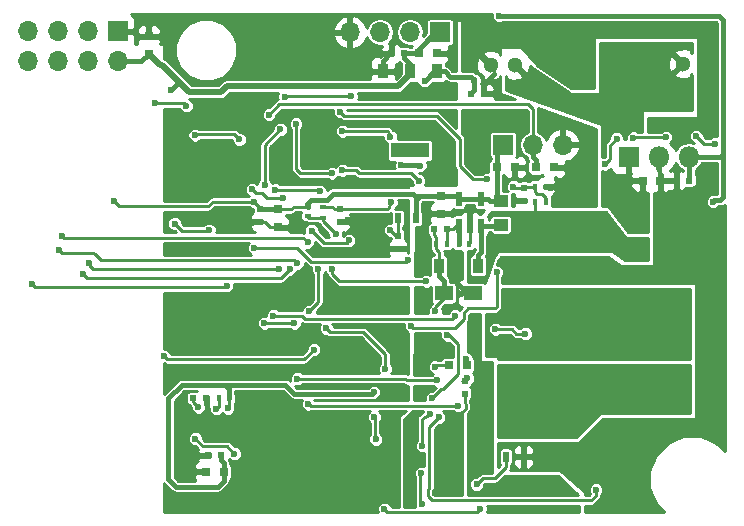
<source format=gbl>
G04 #@! TF.FileFunction,Copper,L2,Bot,Signal*
%FSLAX46Y46*%
G04 Gerber Fmt 4.6, Leading zero omitted, Abs format (unit mm)*
G04 Created by KiCad (PCBNEW 4.0.7) date 06/27/18 11:47:53*
%MOMM*%
%LPD*%
G01*
G04 APERTURE LIST*
%ADD10C,0.100000*%
%ADD11R,1.800000X1.800000*%
%ADD12O,1.800000X1.800000*%
%ADD13C,1.300000*%
%ADD14R,0.800000X0.750000*%
%ADD15R,0.600000X0.500000*%
%ADD16R,0.500000X0.600000*%
%ADD17R,0.750000X0.800000*%
%ADD18R,1.500000X1.250000*%
%ADD19R,0.900000X1.200000*%
%ADD20R,0.500000X0.900000*%
%ADD21R,1.250000X1.000000*%
%ADD22R,0.400000X0.600000*%
%ADD23R,0.600000X0.400000*%
%ADD24R,0.930000X1.310000*%
%ADD25R,3.240000X1.310000*%
%ADD26R,0.558800X1.270000*%
%ADD27R,1.700000X1.700000*%
%ADD28O,1.700000X1.700000*%
%ADD29R,1.950000X1.950000*%
%ADD30C,1.950000*%
%ADD31C,0.600000*%
%ADD32C,0.250000*%
%ADD33C,0.180000*%
%ADD34C,0.381000*%
%ADD35C,0.508000*%
%ADD36C,0.254000*%
G04 APERTURE END LIST*
D10*
D11*
X144653000Y-87503000D03*
D12*
X147193000Y-87503000D03*
X149733000Y-87503000D03*
D13*
X149225000Y-79629000D03*
X151225000Y-79629000D03*
D14*
X108851000Y-114173000D03*
X110351000Y-114173000D03*
D15*
X110151000Y-112776000D03*
X109051000Y-112776000D03*
X107781000Y-107950000D03*
X108881000Y-107950000D03*
D16*
X113411000Y-91906000D03*
X113411000Y-93006000D03*
D17*
X114935000Y-93460000D03*
X114935000Y-91960000D03*
X103987600Y-77304200D03*
X103987600Y-78804200D03*
D16*
X125095000Y-94192000D03*
X125095000Y-95292000D03*
D15*
X131276000Y-82169000D03*
X132376000Y-82169000D03*
D14*
X147308000Y-89535000D03*
X145808000Y-89535000D03*
D15*
X149775000Y-89535000D03*
X148675000Y-89535000D03*
X125645000Y-78740000D03*
X124545000Y-78740000D03*
D14*
X130925000Y-105156000D03*
X129425000Y-105156000D03*
D15*
X128164500Y-93662500D03*
X129264500Y-93662500D03*
D17*
X128714500Y-92317000D03*
X128714500Y-90817000D03*
D18*
X128988500Y-99060000D03*
X131488500Y-99060000D03*
D13*
X135001000Y-79756000D03*
X133001000Y-79756000D03*
D16*
X135763000Y-90128000D03*
X135763000Y-91228000D03*
X120205500Y-91906000D03*
X120205500Y-93006000D03*
D19*
X128588500Y-96774000D03*
X131888500Y-96774000D03*
D20*
X125107000Y-92710000D03*
X126607000Y-92710000D03*
D21*
X133794500Y-91265500D03*
X133794500Y-93265500D03*
D22*
X109913000Y-107950000D03*
X110813000Y-107950000D03*
X128328000Y-94869000D03*
X129228000Y-94869000D03*
X130233000Y-94869000D03*
X131133000Y-94869000D03*
D16*
X130764280Y-106455120D03*
X130764280Y-107555120D03*
D22*
X136710000Y-90043000D03*
X137610000Y-90043000D03*
X136710000Y-91313000D03*
X137610000Y-91313000D03*
D23*
X118745000Y-92652000D03*
X118745000Y-91752000D03*
X117475000Y-91625000D03*
X117475000Y-92525000D03*
D20*
X134225600Y-112903000D03*
X135725600Y-112903000D03*
D24*
X123821000Y-80284500D03*
X126111000Y-80284500D03*
X128401000Y-80284500D03*
D25*
X126111000Y-86974500D03*
D26*
X132156200Y-93345000D03*
X131191000Y-93345000D03*
X130225800Y-93345000D03*
X130225800Y-91059000D03*
X132156200Y-91059000D03*
D27*
X128651000Y-76962000D03*
D28*
X126111000Y-76962000D03*
X123571000Y-76962000D03*
X121031000Y-76962000D03*
D29*
X144613000Y-79756000D03*
D30*
X139613000Y-79756000D03*
D29*
X148463000Y-107148000D03*
D30*
X148463000Y-102148000D03*
D14*
X134989000Y-88392000D03*
X133489000Y-88392000D03*
X138291000Y-88392000D03*
X136791000Y-88392000D03*
D27*
X133985000Y-86487000D03*
D28*
X136525000Y-86487000D03*
X139065000Y-86487000D03*
D14*
X128385000Y-78740000D03*
X126885000Y-78740000D03*
D27*
X101371400Y-76885800D03*
D28*
X101371400Y-79425800D03*
X98831400Y-76885800D03*
X98831400Y-79425800D03*
X96291400Y-76885800D03*
X96291400Y-79425800D03*
X93751400Y-76885800D03*
X93751400Y-79425800D03*
D31*
X117983000Y-103835200D03*
X105283000Y-104368600D03*
X126974600Y-107873800D03*
X129159000Y-100457000D03*
X126034800Y-112953800D03*
X125958600Y-115798600D03*
X129032000Y-86309200D03*
X121031000Y-89687400D03*
X123901200Y-84683600D03*
X129387600Y-83870800D03*
X129387600Y-82016600D03*
X129641600Y-78994000D03*
X128676400Y-112928400D03*
X124714000Y-110515400D03*
X124968000Y-107569000D03*
X124968000Y-99060000D03*
X125095000Y-95292000D03*
X124968000Y-105156000D03*
X124968000Y-103632000D03*
X124968000Y-101981000D03*
X124968000Y-100330000D03*
X119202200Y-100304600D03*
X118364000Y-102870000D03*
X121285000Y-103124000D03*
X122834400Y-100304600D03*
X107619800Y-89357200D03*
X107670600Y-87122000D03*
X138023600Y-90119200D03*
X106934000Y-100457000D03*
X106654600Y-105587800D03*
X134975600Y-88392000D03*
X146913600Y-84886800D03*
X107899000Y-92964000D03*
X132486400Y-78409800D03*
X117729000Y-84074000D03*
X129540000Y-115951000D03*
X128270000Y-115951000D03*
X131191000Y-91948000D03*
X135001000Y-91186000D03*
X127000000Y-99060000D03*
X127381000Y-100584000D03*
X106299000Y-95164000D03*
X109220000Y-95504000D03*
X124769880Y-75803760D03*
X131744720Y-84063840D03*
X132415280Y-86070440D03*
X123821000Y-80284500D03*
X124449840Y-82351880D03*
X127172720Y-102778560D03*
X136652000Y-112903000D03*
X129413000Y-109347000D03*
X129413000Y-110490000D03*
X116078000Y-93599000D03*
X127508000Y-95758000D03*
X129667000Y-97409000D03*
X129667000Y-96266000D03*
X120904000Y-92837000D03*
X112776000Y-93091000D03*
X101031040Y-91226640D03*
X110698280Y-108798360D03*
X125389640Y-88219280D03*
X126979680Y-88249760D03*
X127355600Y-81061560D03*
X123063000Y-107442000D03*
X151765000Y-91313000D03*
X133654800Y-75565000D03*
X131572000Y-81026000D03*
X112903000Y-91313000D03*
X106197400Y-93167200D03*
X109118400Y-93700600D03*
X108204000Y-108712000D03*
X105867200Y-81864200D03*
X124460000Y-93726000D03*
X132892800Y-117348000D03*
X134792720Y-117378480D03*
X136652000Y-117348000D03*
X135382000Y-92710000D03*
X138557000Y-93980000D03*
X140589000Y-94107000D03*
X142748000Y-94107000D03*
X132207000Y-114046000D03*
X131572000Y-101092000D03*
X131699000Y-103886000D03*
X132080000Y-105410000D03*
X131826000Y-106553000D03*
X131572000Y-107823000D03*
X131826000Y-110236000D03*
X132207000Y-111760000D03*
X127152400Y-116916200D03*
X127076200Y-114274600D03*
X128270000Y-100584000D03*
X127127000Y-112002000D03*
X129286000Y-102616000D03*
X128016000Y-107950000D03*
X127812800Y-109245400D03*
X130860800Y-104597200D03*
X128270000Y-105283000D03*
X135128000Y-81661000D03*
X120396000Y-88646000D03*
X126873000Y-89535000D03*
X134874000Y-90043000D03*
X120396000Y-85344000D03*
X124460000Y-85806280D03*
X124515880Y-91379040D03*
X111252000Y-112649000D03*
X107950000Y-111379000D03*
X112903000Y-95250000D03*
X125933200Y-96266000D03*
X113807240Y-89931240D03*
X115138200Y-85191600D03*
X115498880Y-82412840D03*
X121142760Y-82387440D03*
X104521000Y-82981800D03*
X107188000Y-83210400D03*
X107899200Y-85674200D03*
X111658400Y-86029800D03*
X112750600Y-90271600D03*
X115392200Y-90982800D03*
X117779800Y-93751400D03*
X120954800Y-94589600D03*
X98933000Y-96520000D03*
X115062000Y-97028000D03*
X98425000Y-97409000D03*
X115951000Y-97028000D03*
X117475000Y-94742000D03*
X96647000Y-94234000D03*
X96393000Y-95377000D03*
X116586000Y-96520000D03*
X110617000Y-98425000D03*
X94107000Y-98298000D03*
X109728000Y-108839000D03*
X135890000Y-102489000D03*
X133350000Y-102108000D03*
X133477000Y-97282000D03*
X126238000Y-101854000D03*
X141859000Y-115697000D03*
X128549400Y-109575600D03*
X130977640Y-106268520D03*
X120205500Y-83687500D03*
X151942800Y-86385400D03*
X150342600Y-85750400D03*
X147777200Y-85826600D03*
X145034000Y-85902800D03*
X143611600Y-85979000D03*
X142621000Y-88138000D03*
X132638800Y-89382600D03*
X131749800Y-115239800D03*
X132054600Y-117322600D03*
X123952000Y-117322600D03*
X123215400Y-111429800D03*
X123088400Y-109524800D03*
X124028200Y-105460800D03*
X119024400Y-102031800D03*
X119837200Y-94056200D03*
X114173000Y-83947000D03*
X113792000Y-101600000D03*
X116332000Y-101600000D03*
X116586000Y-106299000D03*
X128397000Y-106426000D03*
X114554000Y-100965000D03*
X129921000Y-100965000D03*
X119507000Y-97028000D03*
X127508000Y-98044000D03*
X114681000Y-90297000D03*
X118491000Y-90424000D03*
X118364000Y-97028000D03*
X117602000Y-100584000D03*
X117475000Y-108458000D03*
X130175000Y-108585000D03*
X119507000Y-88900000D03*
X116459000Y-84709000D03*
D32*
X117170200Y-104648000D02*
X117983000Y-103835200D01*
X105562400Y-104648000D02*
X117170200Y-104648000D01*
X105283000Y-104368600D02*
X105562400Y-104648000D01*
X126034800Y-115722400D02*
X126034800Y-112953800D01*
X125958600Y-115798600D02*
X126034800Y-115722400D01*
X129032000Y-86309200D02*
X129032000Y-86233000D01*
X121031000Y-89687400D02*
X121005600Y-89687400D01*
X123952000Y-84734400D02*
X123901200Y-84683600D01*
X127533400Y-84734400D02*
X123952000Y-84734400D01*
X129032000Y-86233000D02*
X127533400Y-84734400D01*
X129387600Y-83870800D02*
X129387600Y-83845400D01*
X128385000Y-78740000D02*
X129387600Y-78740000D01*
X129387600Y-82016600D02*
X129362200Y-82016600D01*
X129387600Y-78740000D02*
X129641600Y-78994000D01*
X129413000Y-110490000D02*
X128701800Y-110490000D01*
X128422400Y-112674400D02*
X128676400Y-112928400D01*
X128422400Y-110769400D02*
X128422400Y-112674400D01*
X128701800Y-110490000D02*
X128422400Y-110769400D01*
D33*
X124968000Y-99060000D02*
X124968000Y-100330000D01*
X124968000Y-101981000D02*
X124968000Y-103632000D01*
D32*
X119202200Y-100304600D02*
X120548400Y-100304600D01*
D33*
X118491000Y-102997000D02*
X118364000Y-102870000D01*
X121158000Y-102997000D02*
X118491000Y-102997000D01*
X121285000Y-103124000D02*
X121158000Y-102997000D01*
D32*
X120548400Y-100304600D02*
X122834400Y-100304600D01*
X107619800Y-87172800D02*
X107619800Y-89357200D01*
X107670600Y-87122000D02*
X107619800Y-87172800D01*
X137947400Y-90043000D02*
X137610000Y-90043000D01*
X138023600Y-90119200D02*
X137947400Y-90043000D01*
D34*
X134975600Y-88392000D02*
X134989000Y-88392000D01*
X107899000Y-92964000D02*
X107899200Y-92964000D01*
D32*
X131191000Y-93345000D02*
X131191000Y-94811000D01*
X131191000Y-94811000D02*
X131133000Y-94869000D01*
D33*
X128651000Y-110490000D02*
X129413000Y-110490000D01*
X128270000Y-110871000D02*
X128270000Y-115951000D01*
X128651000Y-110490000D02*
X128270000Y-110871000D01*
D32*
X135763000Y-91228000D02*
X135043000Y-91228000D01*
X131191000Y-91948000D02*
X131191000Y-93345000D01*
X135043000Y-91228000D02*
X135001000Y-91186000D01*
X127254000Y-99060000D02*
X127000000Y-99060000D01*
X127381000Y-99187000D02*
X127254000Y-99060000D01*
X127381000Y-100584000D02*
X127381000Y-99187000D01*
X106299000Y-95164000D02*
X106299000Y-95123000D01*
X130949700Y-77944980D02*
X133255000Y-80250280D01*
X130949700Y-75712320D02*
X130949700Y-77944980D01*
X130850640Y-75613260D02*
X130949700Y-75712320D01*
X130096260Y-75613260D02*
X130850640Y-75613260D01*
X130017520Y-75534520D02*
X130096260Y-75613260D01*
X125039120Y-75534520D02*
X130017520Y-75534520D01*
X124769880Y-75803760D02*
X125039120Y-75534520D01*
X133255000Y-80250280D02*
X133255000Y-80518000D01*
X130764280Y-107555120D02*
X130764280Y-108351320D01*
X130302000Y-109347000D02*
X129413000Y-109347000D01*
X130815080Y-108833920D02*
X130302000Y-109347000D01*
X130815080Y-108402120D02*
X130815080Y-108833920D01*
X130764280Y-108351320D02*
X130815080Y-108402120D01*
X132359400Y-84678520D02*
X131744720Y-84063840D01*
X132359400Y-86014560D02*
X132359400Y-84678520D01*
X132415280Y-86070440D02*
X132359400Y-86014560D01*
D34*
X123821000Y-79379000D02*
X123821000Y-80284500D01*
X124460000Y-78740000D02*
X123821000Y-79379000D01*
X132376000Y-82169000D02*
X132376000Y-81397000D01*
X132376000Y-81397000D02*
X133255000Y-80518000D01*
D32*
X131488500Y-99060000D02*
X130937000Y-99060000D01*
D34*
X130937000Y-99060000D02*
X129667000Y-97790000D01*
X129667000Y-97790000D02*
X129667000Y-97409000D01*
D33*
X129413000Y-109347000D02*
X129413000Y-110490000D01*
X114935000Y-93460000D02*
X115939000Y-93460000D01*
X115939000Y-93460000D02*
X116078000Y-93599000D01*
D34*
X128714500Y-92317000D02*
X127901000Y-92317000D01*
X127901000Y-92317000D02*
X127381000Y-92837000D01*
X127381000Y-92837000D02*
X127381000Y-95631000D01*
X127381000Y-95631000D02*
X127508000Y-95758000D01*
X129667000Y-97028000D02*
X129667000Y-97409000D01*
X129667000Y-96266000D02*
X129667000Y-97028000D01*
X124545000Y-78740000D02*
X124460000Y-78740000D01*
D32*
X120205500Y-93006000D02*
X120735000Y-93006000D01*
X120735000Y-93006000D02*
X120904000Y-92837000D01*
X113411000Y-93006000D02*
X112861000Y-93006000D01*
X112861000Y-93006000D02*
X112776000Y-93091000D01*
X113411000Y-93006000D02*
X113834000Y-93006000D01*
X114288000Y-93460000D02*
X114935000Y-93460000D01*
X113834000Y-93006000D02*
X114288000Y-93460000D01*
X112903000Y-91313000D02*
X109397800Y-91313000D01*
X101498400Y-91694000D02*
X101031040Y-91226640D01*
X109016800Y-91694000D02*
X101498400Y-91694000D01*
X109397800Y-91313000D02*
X109016800Y-91694000D01*
X110813000Y-108683640D02*
X110813000Y-107950000D01*
X110698280Y-108798360D02*
X110813000Y-108683640D01*
D34*
X128401000Y-80284500D02*
X128132660Y-80284500D01*
X128132660Y-80284500D02*
X127355600Y-81061560D01*
X125394720Y-88224360D02*
X125389640Y-88219280D01*
X126954280Y-88224360D02*
X125394720Y-88224360D01*
X126979680Y-88249760D02*
X126954280Y-88224360D01*
X127025400Y-90817000D02*
X126554800Y-90817000D01*
X117475000Y-91414600D02*
X117475000Y-91752000D01*
X117754400Y-91135200D02*
X117475000Y-91414600D01*
X119049800Y-91135200D02*
X117754400Y-91135200D01*
X119557800Y-90627200D02*
X119049800Y-91135200D01*
X126365000Y-90627200D02*
X119557800Y-90627200D01*
X126554800Y-90817000D02*
X126365000Y-90627200D01*
X131276000Y-82169000D02*
X131276000Y-82127000D01*
X131276000Y-82127000D02*
X131572000Y-81831000D01*
X131572000Y-81831000D02*
X131572000Y-81026000D01*
X110490000Y-106807000D02*
X115570000Y-106807000D01*
X122936000Y-107569000D02*
X123063000Y-107442000D01*
X116332000Y-107569000D02*
X122936000Y-107569000D01*
X115570000Y-106807000D02*
X116332000Y-107569000D01*
X110351000Y-114173000D02*
X110351000Y-114947000D01*
X110813000Y-107130000D02*
X110813000Y-107950000D01*
X110490000Y-106807000D02*
X110813000Y-107130000D01*
X106807000Y-106807000D02*
X110490000Y-106807000D01*
X105664000Y-107950000D02*
X106807000Y-106807000D01*
X105664000Y-114808000D02*
X105664000Y-107950000D01*
X106299000Y-115443000D02*
X105664000Y-114808000D01*
X109855000Y-115443000D02*
X106299000Y-115443000D01*
X110351000Y-114947000D02*
X109855000Y-115443000D01*
X149775000Y-89535000D02*
X149775000Y-87545000D01*
X149775000Y-87545000D02*
X149733000Y-87503000D01*
X149733000Y-87503000D02*
X152654000Y-87503000D01*
X152527000Y-87376000D02*
X152654000Y-87376000D01*
X152654000Y-87503000D02*
X152527000Y-87376000D01*
X110151000Y-112776000D02*
X110151000Y-113199000D01*
X110351000Y-113399000D02*
X110351000Y-114173000D01*
X110151000Y-113199000D02*
X110351000Y-113399000D01*
X136779000Y-75565000D02*
X133654800Y-75565000D01*
X151765000Y-91313000D02*
X151892000Y-91186000D01*
X151892000Y-91186000D02*
X152400000Y-91186000D01*
X152400000Y-91186000D02*
X152654000Y-90932000D01*
X152654000Y-90932000D02*
X152654000Y-87376000D01*
X152654000Y-87376000D02*
X152654000Y-75946000D01*
X152654000Y-75946000D02*
X152273000Y-75565000D01*
X152273000Y-75565000D02*
X136779000Y-75565000D01*
X133654800Y-75565000D02*
X133654800Y-75565000D01*
X130429000Y-80730000D02*
X129498000Y-80730000D01*
X129052500Y-80284500D02*
X128401000Y-80284500D01*
X129498000Y-80730000D02*
X129052500Y-80284500D01*
X131276000Y-80730000D02*
X130429000Y-80730000D01*
X131572000Y-81026000D02*
X131276000Y-80730000D01*
X132156200Y-91059000D02*
X130225800Y-91059000D01*
X133489000Y-88392000D02*
X133489000Y-86983000D01*
X133489000Y-86983000D02*
X133985000Y-86487000D01*
X133489000Y-88392000D02*
X133489000Y-90960000D01*
X133489000Y-90960000D02*
X133794500Y-91265500D01*
X132156200Y-91059000D02*
X132715000Y-91059000D01*
X132921500Y-91265500D02*
X133794500Y-91265500D01*
X132715000Y-91059000D02*
X132921500Y-91265500D01*
X128714500Y-90817000D02*
X129983800Y-90817000D01*
X129983800Y-90817000D02*
X130225800Y-91059000D01*
X126607000Y-92710000D02*
X126607000Y-91198000D01*
X126988000Y-90817000D02*
X127025400Y-90817000D01*
X127025400Y-90817000D02*
X128714500Y-90817000D01*
X126607000Y-91198000D02*
X126988000Y-90817000D01*
D32*
X114935000Y-91960000D02*
X116066000Y-91960000D01*
X116274000Y-91752000D02*
X117475000Y-91752000D01*
X116066000Y-91960000D02*
X116274000Y-91752000D01*
D34*
X114935000Y-91960000D02*
X113465000Y-91960000D01*
X113465000Y-91960000D02*
X113411000Y-91906000D01*
D32*
X113411000Y-91906000D02*
X114881000Y-91906000D01*
X114881000Y-91906000D02*
X114935000Y-91960000D01*
X113411000Y-91906000D02*
X113411000Y-91821000D01*
X113411000Y-91821000D02*
X112903000Y-91313000D01*
X106807000Y-93776800D02*
X106197400Y-93167200D01*
X109042200Y-93776800D02*
X106807000Y-93776800D01*
X109118400Y-93700600D02*
X109042200Y-93776800D01*
X107781000Y-107950000D02*
X107781000Y-108289000D01*
X107781000Y-108289000D02*
X108204000Y-108712000D01*
D34*
X106502200Y-81229200D02*
X106629200Y-81229200D01*
X105867200Y-81864200D02*
X106502200Y-81229200D01*
X126111000Y-80284500D02*
X126111000Y-80518000D01*
D35*
X126111000Y-80518000D02*
X125095000Y-81534000D01*
X107442000Y-82042000D02*
X106629200Y-81229200D01*
X110109000Y-82042000D02*
X107442000Y-82042000D01*
X110617000Y-81534000D02*
X110109000Y-82042000D01*
X125095000Y-81534000D02*
X110617000Y-81534000D01*
X106629200Y-81229200D02*
X105156000Y-79756000D01*
X104939400Y-79756000D02*
X103987600Y-78804200D01*
X105156000Y-79756000D02*
X104939400Y-79756000D01*
D34*
X101371400Y-79425800D02*
X103366000Y-79425800D01*
X103366000Y-79425800D02*
X103987600Y-78804200D01*
X126885000Y-78740000D02*
X126885000Y-78347000D01*
X126885000Y-78347000D02*
X128270000Y-76962000D01*
X128270000Y-76962000D02*
X128651000Y-76962000D01*
X125645000Y-78740000D02*
X126885000Y-78740000D01*
X125645000Y-78740000D02*
X125645000Y-79163000D01*
X126111000Y-79629000D02*
X126111000Y-80284500D01*
X125645000Y-79163000D02*
X126111000Y-79629000D01*
D32*
X125095000Y-94192000D02*
X124926000Y-94192000D01*
X124926000Y-94192000D02*
X124460000Y-93726000D01*
X125107000Y-92710000D02*
X125107000Y-94180000D01*
X125107000Y-94180000D02*
X125095000Y-94192000D01*
X136621520Y-117378480D02*
X134792720Y-117378480D01*
X136652000Y-117348000D02*
X136621520Y-117378480D01*
X136710000Y-91313000D02*
X136710000Y-92133000D01*
X137160000Y-92583000D02*
X137287000Y-92583000D01*
X136710000Y-92133000D02*
X137160000Y-92583000D01*
D34*
X135509000Y-92583000D02*
X135382000Y-92710000D01*
X137287000Y-92583000D02*
X135509000Y-92583000D01*
X137795000Y-93091000D02*
X137287000Y-92583000D01*
X137795000Y-93218000D02*
X137795000Y-93091000D01*
X138557000Y-93980000D02*
X137795000Y-93218000D01*
X142748000Y-94107000D02*
X140589000Y-94107000D01*
X132207000Y-114046000D02*
X132207000Y-111760000D01*
X131572000Y-103759000D02*
X131572000Y-101092000D01*
X131699000Y-103886000D02*
X131572000Y-103759000D01*
X132080000Y-106299000D02*
X132080000Y-105410000D01*
X131826000Y-106553000D02*
X132080000Y-106299000D01*
X131572000Y-109982000D02*
X131572000Y-107823000D01*
X131826000Y-110236000D02*
X131572000Y-109982000D01*
D32*
X127000000Y-116763800D02*
X127152400Y-116916200D01*
X127000000Y-114350800D02*
X127000000Y-116763800D01*
X127076200Y-114274600D02*
X127000000Y-114350800D01*
X128988500Y-99060000D02*
X128988500Y-99484500D01*
X128988500Y-99484500D02*
X128270000Y-100203000D01*
X128270000Y-100203000D02*
X128270000Y-100584000D01*
X129413000Y-102616000D02*
X129286000Y-102616000D01*
X130175000Y-103378000D02*
X129413000Y-102616000D01*
X130175000Y-105918000D02*
X130175000Y-103378000D01*
X128905000Y-107188000D02*
X130175000Y-105918000D01*
X128778000Y-107188000D02*
X128905000Y-107188000D01*
X128016000Y-107950000D02*
X128778000Y-107188000D01*
X127127000Y-109728000D02*
X127812800Y-109245400D01*
X127127000Y-109728000D02*
X127127000Y-112002000D01*
D34*
X128588500Y-96774000D02*
X128588500Y-97600500D01*
X128988500Y-98000500D02*
X128988500Y-99060000D01*
X128588500Y-97600500D02*
X128988500Y-98000500D01*
D32*
X128328000Y-94869000D02*
X128328000Y-95308000D01*
X128588500Y-95568500D02*
X128588500Y-96774000D01*
X128328000Y-95308000D02*
X128588500Y-95568500D01*
X128164500Y-93662500D02*
X128164500Y-94128500D01*
X128328000Y-94292000D02*
X128328000Y-94869000D01*
X128164500Y-94128500D02*
X128328000Y-94292000D01*
X130925000Y-104661400D02*
X130925000Y-105156000D01*
X130860800Y-104597200D02*
X130925000Y-104661400D01*
X128270000Y-105283000D02*
X128397000Y-105156000D01*
X128397000Y-105156000D02*
X129425000Y-105156000D01*
X130225800Y-93345000D02*
X130048000Y-93345000D01*
X130048000Y-93345000D02*
X129730500Y-93662500D01*
X129730500Y-93662500D02*
X129264500Y-93662500D01*
X129264500Y-93662500D02*
X129264500Y-94339500D01*
X129228000Y-94376000D02*
X129228000Y-94869000D01*
X129264500Y-94339500D02*
X129228000Y-94376000D01*
D34*
X130233000Y-94869000D02*
X130233000Y-93352200D01*
X130233000Y-93352200D02*
X130225800Y-93345000D01*
X145173000Y-88023000D02*
X144653000Y-87503000D01*
D32*
X135763000Y-90128000D02*
X134959000Y-90128000D01*
X121539000Y-88646000D02*
X120396000Y-88646000D01*
X121793000Y-88900000D02*
X121539000Y-88646000D01*
X126238000Y-88900000D02*
X121793000Y-88900000D01*
X126873000Y-89535000D02*
X126238000Y-88900000D01*
X134959000Y-90128000D02*
X134874000Y-90043000D01*
X136710000Y-90043000D02*
X135848000Y-90043000D01*
X135848000Y-90043000D02*
X135763000Y-90128000D01*
X137610000Y-91313000D02*
X137610000Y-91001000D01*
X136710000Y-90482000D02*
X136710000Y-90043000D01*
X136906000Y-90678000D02*
X136710000Y-90482000D01*
X137287000Y-90678000D02*
X136906000Y-90678000D01*
X137610000Y-91001000D02*
X137287000Y-90678000D01*
X120205500Y-91906000D02*
X124248000Y-91906000D01*
X124211080Y-85344000D02*
X120396000Y-85344000D01*
X124460000Y-85806280D02*
X124211080Y-85344000D01*
X124248000Y-91906000D02*
X124515880Y-91379040D01*
X118745000Y-91752000D02*
X119565000Y-91752000D01*
X119719000Y-91906000D02*
X120205500Y-91906000D01*
X119565000Y-91752000D02*
X119719000Y-91906000D01*
D34*
X132156200Y-93345000D02*
X133715000Y-93345000D01*
X133715000Y-93345000D02*
X133794500Y-93265500D01*
X131888500Y-96774000D02*
X131888500Y-95822500D01*
X132156200Y-95554800D02*
X132156200Y-93345000D01*
X131888500Y-95822500D02*
X132156200Y-95554800D01*
D32*
X110617000Y-112014000D02*
X111252000Y-112649000D01*
X108585000Y-112014000D02*
X110617000Y-112014000D01*
X107950000Y-111379000D02*
X108585000Y-112014000D01*
X116586000Y-95250000D02*
X112903000Y-95250000D01*
X117729000Y-96393000D02*
X116586000Y-95250000D01*
X125806200Y-96393000D02*
X117729000Y-96393000D01*
X125933200Y-96266000D02*
X125806200Y-96393000D01*
X113807240Y-86522560D02*
X113807240Y-89931240D01*
X115138200Y-85191600D02*
X113807240Y-86522560D01*
X115514120Y-82397600D02*
X115498880Y-82412840D01*
X121132600Y-82397600D02*
X115514120Y-82397600D01*
X121142760Y-82387440D02*
X121132600Y-82397600D01*
X106959400Y-82981800D02*
X104521000Y-82981800D01*
X107188000Y-83210400D02*
X106959400Y-82981800D01*
X107975400Y-85598000D02*
X107899200Y-85674200D01*
X111226600Y-85598000D02*
X107975400Y-85598000D01*
X111658400Y-86029800D02*
X111226600Y-85598000D01*
X113055400Y-90576400D02*
X112750600Y-90271600D01*
X113563400Y-90576400D02*
X113055400Y-90576400D01*
X113969800Y-90982800D02*
X113563400Y-90576400D01*
X115392200Y-90982800D02*
X113969800Y-90982800D01*
X118821200Y-94792800D02*
X117779800Y-93751400D01*
X120751600Y-94792800D02*
X118821200Y-94792800D01*
X120954800Y-94589600D02*
X120751600Y-94792800D01*
X98933000Y-96647000D02*
X98933000Y-96520000D01*
X99314000Y-97028000D02*
X98933000Y-96647000D01*
X100203000Y-97028000D02*
X99314000Y-97028000D01*
X100584000Y-97028000D02*
X100203000Y-97028000D01*
X106553000Y-97028000D02*
X100584000Y-97028000D01*
X109093000Y-97028000D02*
X106553000Y-97028000D01*
X112522000Y-97028000D02*
X109093000Y-97028000D01*
X115062000Y-97028000D02*
X112522000Y-97028000D01*
X98425000Y-97409000D02*
X98806000Y-97790000D01*
X98806000Y-97790000D02*
X115189000Y-97790000D01*
X115189000Y-97790000D02*
X115951000Y-97028000D01*
X117094000Y-94361000D02*
X117475000Y-94742000D01*
X96774000Y-94361000D02*
X117094000Y-94361000D01*
X96647000Y-94234000D02*
X96774000Y-94361000D01*
X96647000Y-95631000D02*
X96393000Y-95377000D01*
X97663000Y-95631000D02*
X96647000Y-95631000D01*
X99314000Y-95631000D02*
X97663000Y-95631000D01*
X99441000Y-95758000D02*
X99314000Y-95631000D01*
X99949000Y-96266000D02*
X99441000Y-95758000D01*
X116332000Y-96266000D02*
X99949000Y-96266000D01*
X116586000Y-96520000D02*
X116332000Y-96266000D01*
X110490000Y-98552000D02*
X110617000Y-98425000D01*
X94361000Y-98552000D02*
X110490000Y-98552000D01*
X94107000Y-98298000D02*
X94361000Y-98552000D01*
X109913000Y-107950000D02*
X109913000Y-108654000D01*
X109913000Y-108654000D02*
X109728000Y-108839000D01*
X135128000Y-102489000D02*
X135890000Y-102489000D01*
X134747000Y-102108000D02*
X135128000Y-102489000D01*
X133350000Y-102108000D02*
X134747000Y-102108000D01*
X126365000Y-101981000D02*
X126238000Y-101854000D01*
X129921000Y-101981000D02*
X126365000Y-101981000D01*
X130175000Y-101727000D02*
X129921000Y-101981000D01*
X130683000Y-101219000D02*
X130175000Y-101727000D01*
X130683000Y-100711000D02*
X130683000Y-101219000D01*
X131064000Y-100330000D02*
X130683000Y-100711000D01*
X133350000Y-100330000D02*
X131064000Y-100330000D01*
X133477000Y-100203000D02*
X133350000Y-100330000D01*
X133477000Y-97282000D02*
X133477000Y-100203000D01*
X141859000Y-116205000D02*
X141859000Y-115697000D01*
X141478000Y-116586000D02*
X141859000Y-116205000D01*
X128016000Y-116586000D02*
X141478000Y-116586000D01*
X127635000Y-116205000D02*
X128016000Y-116586000D01*
X127635000Y-115697000D02*
X127635000Y-116205000D01*
X127762000Y-115570000D02*
X127635000Y-115697000D01*
X127762000Y-110363000D02*
X127762000Y-115570000D01*
X128549400Y-109575600D02*
X127762000Y-110363000D01*
X130525520Y-106465280D02*
X130780880Y-106465280D01*
X130780880Y-106465280D02*
X130977640Y-106268520D01*
X150977600Y-86385400D02*
X151942800Y-86385400D01*
X150342600Y-85750400D02*
X150977600Y-86385400D01*
X145110200Y-85826600D02*
X147777200Y-85826600D01*
X145034000Y-85902800D02*
X145110200Y-85826600D01*
X143052800Y-86537800D02*
X143611600Y-85979000D01*
X143052800Y-87706200D02*
X143052800Y-86537800D01*
X142621000Y-88138000D02*
X143052800Y-87706200D01*
X131419600Y-89382600D02*
X132638800Y-89382600D01*
X130327400Y-88290400D02*
X131419600Y-89382600D01*
X130327400Y-85979000D02*
X130327400Y-88290400D01*
X128371600Y-84023200D02*
X130327400Y-85979000D01*
X120541200Y-84023200D02*
X128371600Y-84023200D01*
X120205500Y-83687500D02*
X120541200Y-84023200D01*
X118745000Y-92652000D02*
X118745000Y-92913200D01*
X134225600Y-113805400D02*
X134225600Y-112903000D01*
X133299200Y-114731800D02*
X134225600Y-113805400D01*
X132257800Y-114731800D02*
X133299200Y-114731800D01*
X131749800Y-115239800D02*
X132257800Y-114731800D01*
X131800600Y-117576600D02*
X132054600Y-117322600D01*
X124206000Y-117576600D02*
X131800600Y-117576600D01*
X123952000Y-117322600D02*
X124206000Y-117576600D01*
X123139200Y-111353600D02*
X123215400Y-111429800D01*
X123139200Y-109575600D02*
X123139200Y-111353600D01*
X123088400Y-109524800D02*
X123139200Y-109575600D01*
X124028200Y-104241600D02*
X124028200Y-105460800D01*
X122123200Y-102336600D02*
X124028200Y-104241600D01*
X119329200Y-102336600D02*
X122123200Y-102336600D01*
X119024400Y-102031800D02*
X119329200Y-102336600D01*
X119837200Y-94005400D02*
X119837200Y-94056200D01*
X118745000Y-92913200D02*
X119837200Y-94005400D01*
X117475000Y-92652000D02*
X118745000Y-92652000D01*
X136525000Y-83439000D02*
X136525000Y-86487000D01*
X136144000Y-83058000D02*
X136525000Y-83439000D01*
X115062000Y-83058000D02*
X136144000Y-83058000D01*
X114173000Y-83947000D02*
X115062000Y-83058000D01*
D34*
X136525000Y-86487000D02*
X136525000Y-87503000D01*
X136791000Y-87769000D02*
X136791000Y-88392000D01*
X136525000Y-87503000D02*
X136791000Y-87769000D01*
D32*
X116332000Y-101600000D02*
X113792000Y-101600000D01*
X125730000Y-106299000D02*
X116586000Y-106299000D01*
X125857000Y-106426000D02*
X125730000Y-106299000D01*
X128397000Y-106426000D02*
X125857000Y-106426000D01*
X114554000Y-100965000D02*
X116332000Y-100965000D01*
X116332000Y-100965000D02*
X116967000Y-100965000D01*
X116967000Y-100965000D02*
X117221000Y-101219000D01*
X117221000Y-101219000D02*
X118237000Y-101219000D01*
X118237000Y-101219000D02*
X126111000Y-101219000D01*
X126111000Y-101219000D02*
X129286000Y-101219000D01*
X129286000Y-101219000D02*
X129667000Y-101219000D01*
X129667000Y-101219000D02*
X129921000Y-100965000D01*
X119507000Y-97409000D02*
X119507000Y-97028000D01*
X120142000Y-98044000D02*
X119507000Y-97409000D01*
X121285000Y-98044000D02*
X120142000Y-98044000D01*
X122428000Y-98044000D02*
X121285000Y-98044000D01*
X127508000Y-98044000D02*
X122428000Y-98044000D01*
X118364000Y-90297000D02*
X114681000Y-90297000D01*
X118491000Y-90424000D02*
X118364000Y-90297000D01*
X118364000Y-99822000D02*
X118364000Y-97028000D01*
X117602000Y-100584000D02*
X118364000Y-99822000D01*
X117602000Y-108458000D02*
X117475000Y-108458000D01*
X117729000Y-108585000D02*
X117602000Y-108458000D01*
X119380000Y-108585000D02*
X117729000Y-108585000D01*
X122047000Y-108585000D02*
X119380000Y-108585000D01*
X128778000Y-108585000D02*
X122047000Y-108585000D01*
X130175000Y-108585000D02*
X128778000Y-108585000D01*
X116840000Y-88900000D02*
X119507000Y-88900000D01*
X116459000Y-88519000D02*
X116840000Y-88900000D01*
X116459000Y-84709000D02*
X116459000Y-88519000D01*
D36*
G36*
X108042673Y-107340301D02*
X108031782Y-107366594D01*
X107481000Y-107366594D01*
X107359821Y-107389395D01*
X107248526Y-107461012D01*
X107173862Y-107570286D01*
X107147594Y-107700000D01*
X107147594Y-108200000D01*
X107170395Y-108321179D01*
X107242012Y-108432474D01*
X107351286Y-108507138D01*
X107400204Y-108517044D01*
X107461388Y-108608612D01*
X107576989Y-108724213D01*
X107576891Y-108836171D01*
X107672145Y-109066703D01*
X107848369Y-109243235D01*
X108078735Y-109338891D01*
X108328171Y-109339109D01*
X108558703Y-109243855D01*
X108735235Y-109067631D01*
X108830891Y-108837265D01*
X108831109Y-108587829D01*
X108754000Y-108401211D01*
X108754000Y-108075000D01*
X108734000Y-108075000D01*
X108734000Y-107825000D01*
X108754000Y-107825000D01*
X108754000Y-107803000D01*
X109008000Y-107803000D01*
X109008000Y-107825000D01*
X109028000Y-107825000D01*
X109028000Y-108075000D01*
X109008000Y-108075000D01*
X109008000Y-108676250D01*
X109101060Y-108769310D01*
X109100891Y-108963171D01*
X109196145Y-109193703D01*
X109372369Y-109370235D01*
X109602735Y-109465891D01*
X109852171Y-109466109D01*
X110082703Y-109370855D01*
X110233533Y-109220288D01*
X110342649Y-109329595D01*
X110573015Y-109425251D01*
X110822451Y-109425469D01*
X111052983Y-109330215D01*
X111229515Y-109153991D01*
X111325171Y-108923625D01*
X111325389Y-108674189D01*
X111265000Y-108528037D01*
X111265000Y-108460411D01*
X111320138Y-108379714D01*
X111346406Y-108250000D01*
X111346406Y-107650000D01*
X111330500Y-107565465D01*
X111330500Y-107324500D01*
X115355644Y-107324500D01*
X115966072Y-107934928D01*
X116133961Y-108047108D01*
X116332000Y-108086501D01*
X116332005Y-108086500D01*
X116959662Y-108086500D01*
X116943765Y-108102369D01*
X116848109Y-108332735D01*
X116847891Y-108582171D01*
X116943145Y-108812703D01*
X117119369Y-108989235D01*
X117349735Y-109084891D01*
X117599171Y-109085109D01*
X117719957Y-109035201D01*
X117729000Y-109037000D01*
X122689565Y-109037000D01*
X122557165Y-109169169D01*
X122461509Y-109399535D01*
X122461291Y-109648971D01*
X122556545Y-109879503D01*
X122687200Y-110010386D01*
X122687200Y-111071139D01*
X122684165Y-111074169D01*
X122588509Y-111304535D01*
X122588291Y-111553971D01*
X122683545Y-111784503D01*
X122859769Y-111961035D01*
X123090135Y-112056691D01*
X123339571Y-112056909D01*
X123570103Y-111961655D01*
X123746635Y-111785431D01*
X123842291Y-111555065D01*
X123842509Y-111305629D01*
X123747255Y-111075097D01*
X123591200Y-110918769D01*
X123591200Y-109908816D01*
X123619635Y-109880431D01*
X123715291Y-109650065D01*
X123715509Y-109400629D01*
X123620255Y-109170097D01*
X123487390Y-109037000D01*
X125753867Y-109037000D01*
X125272800Y-109397800D01*
X125239275Y-109435451D01*
X125222000Y-109499400D01*
X125222000Y-117124600D01*
X124548603Y-117124600D01*
X124483855Y-116967897D01*
X124307631Y-116791365D01*
X124077265Y-116695709D01*
X123827829Y-116695491D01*
X123597297Y-116790745D01*
X123420765Y-116966969D01*
X123325109Y-117197335D01*
X123324891Y-117446771D01*
X123380353Y-117581000D01*
X105283000Y-117581000D01*
X105283000Y-115151371D01*
X105298072Y-115173928D01*
X105933070Y-115808925D01*
X105933072Y-115808928D01*
X106100961Y-115921108D01*
X106133818Y-115927644D01*
X106299000Y-115960501D01*
X106299005Y-115960500D01*
X109855000Y-115960500D01*
X110053039Y-115921108D01*
X110220928Y-115808928D01*
X110716928Y-115312928D01*
X110829108Y-115145039D01*
X110868500Y-114947000D01*
X110868500Y-114859297D01*
X110872179Y-114858605D01*
X110983474Y-114786988D01*
X111058138Y-114677714D01*
X111084406Y-114548000D01*
X111084406Y-113798000D01*
X111061605Y-113676821D01*
X110989988Y-113565526D01*
X110880714Y-113490862D01*
X110868500Y-113488389D01*
X110868500Y-113399005D01*
X110868501Y-113399000D01*
X110829108Y-113200962D01*
X110829108Y-113200961D01*
X110767613Y-113108927D01*
X110777322Y-113060980D01*
X110896369Y-113180235D01*
X111126735Y-113275891D01*
X111376171Y-113276109D01*
X111606703Y-113180855D01*
X111783235Y-113004631D01*
X111878891Y-112774265D01*
X111879109Y-112524829D01*
X111783855Y-112294297D01*
X111607631Y-112117765D01*
X111377265Y-112022109D01*
X111264235Y-112022010D01*
X110936612Y-111694388D01*
X110789973Y-111596406D01*
X110617000Y-111562000D01*
X108772225Y-111562000D01*
X108577011Y-111366787D01*
X108577109Y-111254829D01*
X108481855Y-111024297D01*
X108305631Y-110847765D01*
X108075265Y-110752109D01*
X107825829Y-110751891D01*
X107595297Y-110847145D01*
X107418765Y-111023369D01*
X107323109Y-111253735D01*
X107322891Y-111503171D01*
X107418145Y-111733703D01*
X107594369Y-111910235D01*
X107824735Y-112005891D01*
X107937765Y-112005990D01*
X108179108Y-112247333D01*
X108116000Y-112399690D01*
X108116000Y-112492250D01*
X108274750Y-112651000D01*
X108924000Y-112651000D01*
X108924000Y-112629000D01*
X109178000Y-112629000D01*
X109178000Y-112651000D01*
X109198000Y-112651000D01*
X109198000Y-112901000D01*
X109178000Y-112901000D01*
X109178000Y-112923000D01*
X108924000Y-112923000D01*
X108924000Y-112901000D01*
X108274750Y-112901000D01*
X108116000Y-113059750D01*
X108116000Y-113152310D01*
X108150342Y-113235218D01*
X108091302Y-113259673D01*
X107912673Y-113438301D01*
X107816000Y-113671690D01*
X107816000Y-113887250D01*
X107974750Y-114046000D01*
X108724000Y-114046000D01*
X108724000Y-114026000D01*
X108978000Y-114026000D01*
X108978000Y-114046000D01*
X108998000Y-114046000D01*
X108998000Y-114300000D01*
X108978000Y-114300000D01*
X108978000Y-114320000D01*
X108724000Y-114320000D01*
X108724000Y-114300000D01*
X107974750Y-114300000D01*
X107816000Y-114458750D01*
X107816000Y-114674310D01*
X107912673Y-114907699D01*
X107930474Y-114925500D01*
X106513355Y-114925500D01*
X106181500Y-114593644D01*
X106181500Y-108164356D01*
X107021356Y-107324500D01*
X108058474Y-107324500D01*
X108042673Y-107340301D01*
X108042673Y-107340301D01*
G37*
X108042673Y-107340301D02*
X108031782Y-107366594D01*
X107481000Y-107366594D01*
X107359821Y-107389395D01*
X107248526Y-107461012D01*
X107173862Y-107570286D01*
X107147594Y-107700000D01*
X107147594Y-108200000D01*
X107170395Y-108321179D01*
X107242012Y-108432474D01*
X107351286Y-108507138D01*
X107400204Y-108517044D01*
X107461388Y-108608612D01*
X107576989Y-108724213D01*
X107576891Y-108836171D01*
X107672145Y-109066703D01*
X107848369Y-109243235D01*
X108078735Y-109338891D01*
X108328171Y-109339109D01*
X108558703Y-109243855D01*
X108735235Y-109067631D01*
X108830891Y-108837265D01*
X108831109Y-108587829D01*
X108754000Y-108401211D01*
X108754000Y-108075000D01*
X108734000Y-108075000D01*
X108734000Y-107825000D01*
X108754000Y-107825000D01*
X108754000Y-107803000D01*
X109008000Y-107803000D01*
X109008000Y-107825000D01*
X109028000Y-107825000D01*
X109028000Y-108075000D01*
X109008000Y-108075000D01*
X109008000Y-108676250D01*
X109101060Y-108769310D01*
X109100891Y-108963171D01*
X109196145Y-109193703D01*
X109372369Y-109370235D01*
X109602735Y-109465891D01*
X109852171Y-109466109D01*
X110082703Y-109370855D01*
X110233533Y-109220288D01*
X110342649Y-109329595D01*
X110573015Y-109425251D01*
X110822451Y-109425469D01*
X111052983Y-109330215D01*
X111229515Y-109153991D01*
X111325171Y-108923625D01*
X111325389Y-108674189D01*
X111265000Y-108528037D01*
X111265000Y-108460411D01*
X111320138Y-108379714D01*
X111346406Y-108250000D01*
X111346406Y-107650000D01*
X111330500Y-107565465D01*
X111330500Y-107324500D01*
X115355644Y-107324500D01*
X115966072Y-107934928D01*
X116133961Y-108047108D01*
X116332000Y-108086501D01*
X116332005Y-108086500D01*
X116959662Y-108086500D01*
X116943765Y-108102369D01*
X116848109Y-108332735D01*
X116847891Y-108582171D01*
X116943145Y-108812703D01*
X117119369Y-108989235D01*
X117349735Y-109084891D01*
X117599171Y-109085109D01*
X117719957Y-109035201D01*
X117729000Y-109037000D01*
X122689565Y-109037000D01*
X122557165Y-109169169D01*
X122461509Y-109399535D01*
X122461291Y-109648971D01*
X122556545Y-109879503D01*
X122687200Y-110010386D01*
X122687200Y-111071139D01*
X122684165Y-111074169D01*
X122588509Y-111304535D01*
X122588291Y-111553971D01*
X122683545Y-111784503D01*
X122859769Y-111961035D01*
X123090135Y-112056691D01*
X123339571Y-112056909D01*
X123570103Y-111961655D01*
X123746635Y-111785431D01*
X123842291Y-111555065D01*
X123842509Y-111305629D01*
X123747255Y-111075097D01*
X123591200Y-110918769D01*
X123591200Y-109908816D01*
X123619635Y-109880431D01*
X123715291Y-109650065D01*
X123715509Y-109400629D01*
X123620255Y-109170097D01*
X123487390Y-109037000D01*
X125753867Y-109037000D01*
X125272800Y-109397800D01*
X125239275Y-109435451D01*
X125222000Y-109499400D01*
X125222000Y-117124600D01*
X124548603Y-117124600D01*
X124483855Y-116967897D01*
X124307631Y-116791365D01*
X124077265Y-116695709D01*
X123827829Y-116695491D01*
X123597297Y-116790745D01*
X123420765Y-116966969D01*
X123325109Y-117197335D01*
X123324891Y-117446771D01*
X123380353Y-117581000D01*
X105283000Y-117581000D01*
X105283000Y-115151371D01*
X105298072Y-115173928D01*
X105933070Y-115808925D01*
X105933072Y-115808928D01*
X106100961Y-115921108D01*
X106133818Y-115927644D01*
X106299000Y-115960501D01*
X106299005Y-115960500D01*
X109855000Y-115960500D01*
X110053039Y-115921108D01*
X110220928Y-115808928D01*
X110716928Y-115312928D01*
X110829108Y-115145039D01*
X110868500Y-114947000D01*
X110868500Y-114859297D01*
X110872179Y-114858605D01*
X110983474Y-114786988D01*
X111058138Y-114677714D01*
X111084406Y-114548000D01*
X111084406Y-113798000D01*
X111061605Y-113676821D01*
X110989988Y-113565526D01*
X110880714Y-113490862D01*
X110868500Y-113488389D01*
X110868500Y-113399005D01*
X110868501Y-113399000D01*
X110829108Y-113200962D01*
X110829108Y-113200961D01*
X110767613Y-113108927D01*
X110777322Y-113060980D01*
X110896369Y-113180235D01*
X111126735Y-113275891D01*
X111376171Y-113276109D01*
X111606703Y-113180855D01*
X111783235Y-113004631D01*
X111878891Y-112774265D01*
X111879109Y-112524829D01*
X111783855Y-112294297D01*
X111607631Y-112117765D01*
X111377265Y-112022109D01*
X111264235Y-112022010D01*
X110936612Y-111694388D01*
X110789973Y-111596406D01*
X110617000Y-111562000D01*
X108772225Y-111562000D01*
X108577011Y-111366787D01*
X108577109Y-111254829D01*
X108481855Y-111024297D01*
X108305631Y-110847765D01*
X108075265Y-110752109D01*
X107825829Y-110751891D01*
X107595297Y-110847145D01*
X107418765Y-111023369D01*
X107323109Y-111253735D01*
X107322891Y-111503171D01*
X107418145Y-111733703D01*
X107594369Y-111910235D01*
X107824735Y-112005891D01*
X107937765Y-112005990D01*
X108179108Y-112247333D01*
X108116000Y-112399690D01*
X108116000Y-112492250D01*
X108274750Y-112651000D01*
X108924000Y-112651000D01*
X108924000Y-112629000D01*
X109178000Y-112629000D01*
X109178000Y-112651000D01*
X109198000Y-112651000D01*
X109198000Y-112901000D01*
X109178000Y-112901000D01*
X109178000Y-112923000D01*
X108924000Y-112923000D01*
X108924000Y-112901000D01*
X108274750Y-112901000D01*
X108116000Y-113059750D01*
X108116000Y-113152310D01*
X108150342Y-113235218D01*
X108091302Y-113259673D01*
X107912673Y-113438301D01*
X107816000Y-113671690D01*
X107816000Y-113887250D01*
X107974750Y-114046000D01*
X108724000Y-114046000D01*
X108724000Y-114026000D01*
X108978000Y-114026000D01*
X108978000Y-114046000D01*
X108998000Y-114046000D01*
X108998000Y-114300000D01*
X108978000Y-114300000D01*
X108978000Y-114320000D01*
X108724000Y-114320000D01*
X108724000Y-114300000D01*
X107974750Y-114300000D01*
X107816000Y-114458750D01*
X107816000Y-114674310D01*
X107912673Y-114907699D01*
X107930474Y-114925500D01*
X106513355Y-114925500D01*
X106181500Y-114593644D01*
X106181500Y-108164356D01*
X107021356Y-107324500D01*
X108058474Y-107324500D01*
X108042673Y-107340301D01*
G36*
X147320000Y-87376000D02*
X147340000Y-87376000D01*
X147340000Y-87630000D01*
X147320000Y-87630000D01*
X147320000Y-88873997D01*
X147435000Y-88932067D01*
X147435000Y-89408000D01*
X147896750Y-89408000D01*
X147898750Y-89410000D01*
X148548000Y-89410000D01*
X148548000Y-88808750D01*
X148389250Y-88650000D01*
X148248691Y-88650000D01*
X148144324Y-88693230D01*
X148505240Y-88299417D01*
X148615650Y-88032848D01*
X148841342Y-88370620D01*
X149239409Y-88636600D01*
X149257500Y-88640199D01*
X149257500Y-88714697D01*
X149101309Y-88650000D01*
X148960750Y-88650000D01*
X148802000Y-88808750D01*
X148802000Y-89410000D01*
X148822000Y-89410000D01*
X148822000Y-89660000D01*
X148802000Y-89660000D01*
X148802000Y-90261250D01*
X148960750Y-90420000D01*
X149101309Y-90420000D01*
X149334698Y-90323327D01*
X149513327Y-90144699D01*
X149524218Y-90118406D01*
X150075000Y-90118406D01*
X150196179Y-90095605D01*
X150307474Y-90023988D01*
X150382138Y-89914714D01*
X150408406Y-89785000D01*
X150408406Y-89285000D01*
X150385605Y-89163821D01*
X150313988Y-89052526D01*
X150292500Y-89037844D01*
X150292500Y-88592561D01*
X150624658Y-88370620D01*
X150858601Y-88020500D01*
X152136500Y-88020500D01*
X152136500Y-90668500D01*
X151892000Y-90668500D01*
X151803852Y-90686033D01*
X151640829Y-90685891D01*
X151410297Y-90781145D01*
X151233765Y-90957369D01*
X151138109Y-91187735D01*
X151137891Y-91437171D01*
X151233145Y-91667703D01*
X151409369Y-91844235D01*
X151639735Y-91939891D01*
X151889171Y-91940109D01*
X152119703Y-91844855D01*
X152261305Y-91703500D01*
X152400000Y-91703500D01*
X152598039Y-91664108D01*
X152760000Y-91555889D01*
X152760000Y-112452010D01*
X152044213Y-111734972D01*
X150711620Y-111181631D01*
X149268710Y-111180372D01*
X147935154Y-111731386D01*
X146913972Y-112750787D01*
X146360631Y-114083380D01*
X146359372Y-115526290D01*
X146910386Y-116859846D01*
X147630282Y-117581000D01*
X140970000Y-117581000D01*
X140970000Y-117038000D01*
X141478000Y-117038000D01*
X141650973Y-117003594D01*
X141797612Y-116905612D01*
X142178612Y-116524613D01*
X142276594Y-116377973D01*
X142298789Y-116266388D01*
X142311000Y-116205000D01*
X142311000Y-116131728D01*
X142390235Y-116052631D01*
X142485891Y-115822265D01*
X142486109Y-115572829D01*
X142390855Y-115342297D01*
X142214631Y-115165765D01*
X141984265Y-115070109D01*
X141734829Y-115069891D01*
X141504297Y-115165145D01*
X141327765Y-115341369D01*
X141232109Y-115571735D01*
X141231891Y-115821171D01*
X141327145Y-116051703D01*
X141350089Y-116074687D01*
X141290776Y-116134000D01*
X140970000Y-116134000D01*
X140970000Y-115951000D01*
X140959994Y-115901590D01*
X140926630Y-115855423D01*
X138894630Y-114077423D01*
X138850856Y-114052416D01*
X138811000Y-114046000D01*
X134598007Y-114046000D01*
X134643194Y-113978373D01*
X134643873Y-113974961D01*
X134677600Y-113805400D01*
X134677600Y-113611598D01*
X134708074Y-113591988D01*
X134782738Y-113482714D01*
X134809006Y-113353000D01*
X134809006Y-113188750D01*
X134840600Y-113188750D01*
X134840600Y-113479310D01*
X134937273Y-113712699D01*
X135115902Y-113891327D01*
X135349291Y-113988000D01*
X135441850Y-113988000D01*
X135600600Y-113829250D01*
X135600600Y-113030000D01*
X135850600Y-113030000D01*
X135850600Y-113829250D01*
X136009350Y-113988000D01*
X136101909Y-113988000D01*
X136335298Y-113891327D01*
X136513927Y-113712699D01*
X136610600Y-113479310D01*
X136610600Y-113188750D01*
X136451850Y-113030000D01*
X135850600Y-113030000D01*
X135600600Y-113030000D01*
X134999350Y-113030000D01*
X134840600Y-113188750D01*
X134809006Y-113188750D01*
X134809006Y-112453000D01*
X134786205Y-112331821D01*
X134782904Y-112326690D01*
X134840600Y-112326690D01*
X134840600Y-112617250D01*
X134999350Y-112776000D01*
X135600600Y-112776000D01*
X135600600Y-111976750D01*
X135850600Y-111976750D01*
X135850600Y-112776000D01*
X136451850Y-112776000D01*
X136610600Y-112617250D01*
X136610600Y-112326690D01*
X136513927Y-112093301D01*
X136335298Y-111914673D01*
X136101909Y-111818000D01*
X136009350Y-111818000D01*
X135850600Y-111976750D01*
X135600600Y-111976750D01*
X135441850Y-111818000D01*
X135349291Y-111818000D01*
X135115902Y-111914673D01*
X134937273Y-112093301D01*
X134840600Y-112326690D01*
X134782904Y-112326690D01*
X134714588Y-112220526D01*
X134605314Y-112145862D01*
X134475600Y-112119594D01*
X133975600Y-112119594D01*
X133854421Y-112142395D01*
X133743126Y-112214012D01*
X133668462Y-112323286D01*
X133642194Y-112453000D01*
X133642194Y-113353000D01*
X133664995Y-113474179D01*
X133736612Y-113585474D01*
X133773600Y-113610747D01*
X133773600Y-113618175D01*
X133604000Y-113787775D01*
X133604000Y-111760000D01*
X140335000Y-111760000D01*
X140384410Y-111749994D01*
X140424803Y-111722803D01*
X142419606Y-109728000D01*
X150241000Y-109728000D01*
X150290410Y-109717994D01*
X150332035Y-109689553D01*
X150359315Y-109647159D01*
X150368000Y-109601000D01*
X150368000Y-98298000D01*
X150357994Y-98248590D01*
X150329553Y-98206965D01*
X150287159Y-98179685D01*
X150241000Y-98171000D01*
X133929000Y-98171000D01*
X133929000Y-97716728D01*
X134008235Y-97637631D01*
X134103891Y-97407265D01*
X134104109Y-97157829D01*
X134008855Y-96927297D01*
X133832631Y-96750765D01*
X133602265Y-96655109D01*
X133488491Y-96655010D01*
X133592782Y-96321279D01*
X133798968Y-96012000D01*
X142836548Y-96012000D01*
X143947553Y-96752670D01*
X144018000Y-96774000D01*
X146685000Y-96774000D01*
X146734410Y-96763994D01*
X146776035Y-96735553D01*
X146803315Y-96693159D01*
X146812000Y-96647000D01*
X146812000Y-90545000D01*
X147022250Y-90545000D01*
X147181000Y-90386250D01*
X147181000Y-89662000D01*
X147435000Y-89662000D01*
X147435000Y-90386250D01*
X147593750Y-90545000D01*
X147834309Y-90545000D01*
X148067698Y-90448327D01*
X148140740Y-90375285D01*
X148248691Y-90420000D01*
X148389250Y-90420000D01*
X148548000Y-90261250D01*
X148548000Y-89660000D01*
X147898750Y-89660000D01*
X147896750Y-89662000D01*
X147435000Y-89662000D01*
X147181000Y-89662000D01*
X147161000Y-89662000D01*
X147161000Y-89408000D01*
X147181000Y-89408000D01*
X147181000Y-88683750D01*
X147066000Y-88568750D01*
X147066000Y-87630000D01*
X147046000Y-87630000D01*
X147046000Y-87376000D01*
X147066000Y-87376000D01*
X147066000Y-87356000D01*
X147320000Y-87356000D01*
X147320000Y-87376000D01*
X147320000Y-87376000D01*
G37*
X147320000Y-87376000D02*
X147340000Y-87376000D01*
X147340000Y-87630000D01*
X147320000Y-87630000D01*
X147320000Y-88873997D01*
X147435000Y-88932067D01*
X147435000Y-89408000D01*
X147896750Y-89408000D01*
X147898750Y-89410000D01*
X148548000Y-89410000D01*
X148548000Y-88808750D01*
X148389250Y-88650000D01*
X148248691Y-88650000D01*
X148144324Y-88693230D01*
X148505240Y-88299417D01*
X148615650Y-88032848D01*
X148841342Y-88370620D01*
X149239409Y-88636600D01*
X149257500Y-88640199D01*
X149257500Y-88714697D01*
X149101309Y-88650000D01*
X148960750Y-88650000D01*
X148802000Y-88808750D01*
X148802000Y-89410000D01*
X148822000Y-89410000D01*
X148822000Y-89660000D01*
X148802000Y-89660000D01*
X148802000Y-90261250D01*
X148960750Y-90420000D01*
X149101309Y-90420000D01*
X149334698Y-90323327D01*
X149513327Y-90144699D01*
X149524218Y-90118406D01*
X150075000Y-90118406D01*
X150196179Y-90095605D01*
X150307474Y-90023988D01*
X150382138Y-89914714D01*
X150408406Y-89785000D01*
X150408406Y-89285000D01*
X150385605Y-89163821D01*
X150313988Y-89052526D01*
X150292500Y-89037844D01*
X150292500Y-88592561D01*
X150624658Y-88370620D01*
X150858601Y-88020500D01*
X152136500Y-88020500D01*
X152136500Y-90668500D01*
X151892000Y-90668500D01*
X151803852Y-90686033D01*
X151640829Y-90685891D01*
X151410297Y-90781145D01*
X151233765Y-90957369D01*
X151138109Y-91187735D01*
X151137891Y-91437171D01*
X151233145Y-91667703D01*
X151409369Y-91844235D01*
X151639735Y-91939891D01*
X151889171Y-91940109D01*
X152119703Y-91844855D01*
X152261305Y-91703500D01*
X152400000Y-91703500D01*
X152598039Y-91664108D01*
X152760000Y-91555889D01*
X152760000Y-112452010D01*
X152044213Y-111734972D01*
X150711620Y-111181631D01*
X149268710Y-111180372D01*
X147935154Y-111731386D01*
X146913972Y-112750787D01*
X146360631Y-114083380D01*
X146359372Y-115526290D01*
X146910386Y-116859846D01*
X147630282Y-117581000D01*
X140970000Y-117581000D01*
X140970000Y-117038000D01*
X141478000Y-117038000D01*
X141650973Y-117003594D01*
X141797612Y-116905612D01*
X142178612Y-116524613D01*
X142276594Y-116377973D01*
X142298789Y-116266388D01*
X142311000Y-116205000D01*
X142311000Y-116131728D01*
X142390235Y-116052631D01*
X142485891Y-115822265D01*
X142486109Y-115572829D01*
X142390855Y-115342297D01*
X142214631Y-115165765D01*
X141984265Y-115070109D01*
X141734829Y-115069891D01*
X141504297Y-115165145D01*
X141327765Y-115341369D01*
X141232109Y-115571735D01*
X141231891Y-115821171D01*
X141327145Y-116051703D01*
X141350089Y-116074687D01*
X141290776Y-116134000D01*
X140970000Y-116134000D01*
X140970000Y-115951000D01*
X140959994Y-115901590D01*
X140926630Y-115855423D01*
X138894630Y-114077423D01*
X138850856Y-114052416D01*
X138811000Y-114046000D01*
X134598007Y-114046000D01*
X134643194Y-113978373D01*
X134643873Y-113974961D01*
X134677600Y-113805400D01*
X134677600Y-113611598D01*
X134708074Y-113591988D01*
X134782738Y-113482714D01*
X134809006Y-113353000D01*
X134809006Y-113188750D01*
X134840600Y-113188750D01*
X134840600Y-113479310D01*
X134937273Y-113712699D01*
X135115902Y-113891327D01*
X135349291Y-113988000D01*
X135441850Y-113988000D01*
X135600600Y-113829250D01*
X135600600Y-113030000D01*
X135850600Y-113030000D01*
X135850600Y-113829250D01*
X136009350Y-113988000D01*
X136101909Y-113988000D01*
X136335298Y-113891327D01*
X136513927Y-113712699D01*
X136610600Y-113479310D01*
X136610600Y-113188750D01*
X136451850Y-113030000D01*
X135850600Y-113030000D01*
X135600600Y-113030000D01*
X134999350Y-113030000D01*
X134840600Y-113188750D01*
X134809006Y-113188750D01*
X134809006Y-112453000D01*
X134786205Y-112331821D01*
X134782904Y-112326690D01*
X134840600Y-112326690D01*
X134840600Y-112617250D01*
X134999350Y-112776000D01*
X135600600Y-112776000D01*
X135600600Y-111976750D01*
X135850600Y-111976750D01*
X135850600Y-112776000D01*
X136451850Y-112776000D01*
X136610600Y-112617250D01*
X136610600Y-112326690D01*
X136513927Y-112093301D01*
X136335298Y-111914673D01*
X136101909Y-111818000D01*
X136009350Y-111818000D01*
X135850600Y-111976750D01*
X135600600Y-111976750D01*
X135441850Y-111818000D01*
X135349291Y-111818000D01*
X135115902Y-111914673D01*
X134937273Y-112093301D01*
X134840600Y-112326690D01*
X134782904Y-112326690D01*
X134714588Y-112220526D01*
X134605314Y-112145862D01*
X134475600Y-112119594D01*
X133975600Y-112119594D01*
X133854421Y-112142395D01*
X133743126Y-112214012D01*
X133668462Y-112323286D01*
X133642194Y-112453000D01*
X133642194Y-113353000D01*
X133664995Y-113474179D01*
X133736612Y-113585474D01*
X133773600Y-113610747D01*
X133773600Y-113618175D01*
X133604000Y-113787775D01*
X133604000Y-111760000D01*
X140335000Y-111760000D01*
X140384410Y-111749994D01*
X140424803Y-111722803D01*
X142419606Y-109728000D01*
X150241000Y-109728000D01*
X150290410Y-109717994D01*
X150332035Y-109689553D01*
X150359315Y-109647159D01*
X150368000Y-109601000D01*
X150368000Y-98298000D01*
X150357994Y-98248590D01*
X150329553Y-98206965D01*
X150287159Y-98179685D01*
X150241000Y-98171000D01*
X133929000Y-98171000D01*
X133929000Y-97716728D01*
X134008235Y-97637631D01*
X134103891Y-97407265D01*
X134104109Y-97157829D01*
X134008855Y-96927297D01*
X133832631Y-96750765D01*
X133602265Y-96655109D01*
X133488491Y-96655010D01*
X133592782Y-96321279D01*
X133798968Y-96012000D01*
X142836548Y-96012000D01*
X143947553Y-96752670D01*
X144018000Y-96774000D01*
X146685000Y-96774000D01*
X146734410Y-96763994D01*
X146776035Y-96735553D01*
X146803315Y-96693159D01*
X146812000Y-96647000D01*
X146812000Y-90545000D01*
X147022250Y-90545000D01*
X147181000Y-90386250D01*
X147181000Y-89662000D01*
X147435000Y-89662000D01*
X147435000Y-90386250D01*
X147593750Y-90545000D01*
X147834309Y-90545000D01*
X148067698Y-90448327D01*
X148140740Y-90375285D01*
X148248691Y-90420000D01*
X148389250Y-90420000D01*
X148548000Y-90261250D01*
X148548000Y-89660000D01*
X147898750Y-89660000D01*
X147896750Y-89662000D01*
X147435000Y-89662000D01*
X147181000Y-89662000D01*
X147161000Y-89662000D01*
X147161000Y-89408000D01*
X147181000Y-89408000D01*
X147181000Y-88683750D01*
X147066000Y-88568750D01*
X147066000Y-87630000D01*
X147046000Y-87630000D01*
X147046000Y-87376000D01*
X147066000Y-87376000D01*
X147066000Y-87356000D01*
X147320000Y-87356000D01*
X147320000Y-87376000D01*
G36*
X127185909Y-109120135D02*
X127185897Y-109133855D01*
X126866877Y-109358351D01*
X126839900Y-109386664D01*
X126807388Y-109408388D01*
X126779656Y-109449892D01*
X126745219Y-109486034D01*
X126731132Y-109522512D01*
X126709406Y-109555027D01*
X126699667Y-109603991D01*
X126681685Y-109650554D01*
X126682629Y-109689644D01*
X126675000Y-109728000D01*
X126675000Y-111567272D01*
X126595765Y-111646369D01*
X126500109Y-111876735D01*
X126499891Y-112126171D01*
X126595145Y-112356703D01*
X126771369Y-112533235D01*
X127001735Y-112628891D01*
X127251171Y-112629109D01*
X127310000Y-112604801D01*
X127310000Y-113692777D01*
X127201465Y-113647709D01*
X126952029Y-113647491D01*
X126721497Y-113742745D01*
X126544965Y-113918969D01*
X126449309Y-114149335D01*
X126449091Y-114398771D01*
X126544345Y-114629303D01*
X126548000Y-114632964D01*
X126548000Y-116736770D01*
X126525509Y-116790935D01*
X126525291Y-117040371D01*
X126560094Y-117124600D01*
X125600461Y-117124600D01*
X125577801Y-109692382D01*
X126031430Y-109374842D01*
X126051444Y-109357454D01*
X126350534Y-109037000D01*
X127220430Y-109037000D01*
X127185909Y-109120135D01*
X127185909Y-109120135D01*
G37*
X127185909Y-109120135D02*
X127185897Y-109133855D01*
X126866877Y-109358351D01*
X126839900Y-109386664D01*
X126807388Y-109408388D01*
X126779656Y-109449892D01*
X126745219Y-109486034D01*
X126731132Y-109522512D01*
X126709406Y-109555027D01*
X126699667Y-109603991D01*
X126681685Y-109650554D01*
X126682629Y-109689644D01*
X126675000Y-109728000D01*
X126675000Y-111567272D01*
X126595765Y-111646369D01*
X126500109Y-111876735D01*
X126499891Y-112126171D01*
X126595145Y-112356703D01*
X126771369Y-112533235D01*
X127001735Y-112628891D01*
X127251171Y-112629109D01*
X127310000Y-112604801D01*
X127310000Y-113692777D01*
X127201465Y-113647709D01*
X126952029Y-113647491D01*
X126721497Y-113742745D01*
X126544965Y-113918969D01*
X126449309Y-114149335D01*
X126449091Y-114398771D01*
X126544345Y-114629303D01*
X126548000Y-114632964D01*
X126548000Y-116736770D01*
X126525509Y-116790935D01*
X126525291Y-117040371D01*
X126560094Y-117124600D01*
X125600461Y-117124600D01*
X125577801Y-109692382D01*
X126031430Y-109374842D01*
X126051444Y-109357454D01*
X126350534Y-109037000D01*
X127220430Y-109037000D01*
X127185909Y-109120135D01*
G36*
X129819369Y-109116235D02*
X130049735Y-109211891D01*
X130299171Y-109212109D01*
X130529703Y-109116855D01*
X130556000Y-109090604D01*
X130556000Y-116134000D01*
X128203225Y-116134000D01*
X128087000Y-116017776D01*
X128087000Y-115881548D01*
X128179594Y-115742973D01*
X128214000Y-115570000D01*
X128214000Y-110550224D01*
X128561613Y-110202611D01*
X128673571Y-110202709D01*
X128904103Y-110107455D01*
X129080635Y-109931231D01*
X129176291Y-109700865D01*
X129176509Y-109451429D01*
X129081255Y-109220897D01*
X128905031Y-109044365D01*
X128887294Y-109037000D01*
X129740272Y-109037000D01*
X129819369Y-109116235D01*
X129819369Y-109116235D01*
G37*
X129819369Y-109116235D02*
X130049735Y-109211891D01*
X130299171Y-109212109D01*
X130529703Y-109116855D01*
X130556000Y-109090604D01*
X130556000Y-116134000D01*
X128203225Y-116134000D01*
X128087000Y-116017776D01*
X128087000Y-115881548D01*
X128179594Y-115742973D01*
X128214000Y-115570000D01*
X128214000Y-110550224D01*
X128561613Y-110202611D01*
X128673571Y-110202709D01*
X128904103Y-110107455D01*
X129080635Y-109931231D01*
X129176291Y-109700865D01*
X129176509Y-109451429D01*
X129081255Y-109220897D01*
X128905031Y-109044365D01*
X128887294Y-109037000D01*
X129740272Y-109037000D01*
X129819369Y-109116235D01*
G36*
X128041369Y-106957235D02*
X128271735Y-107052891D01*
X128273883Y-107052893D01*
X128003787Y-107322989D01*
X127891829Y-107322891D01*
X127661297Y-107418145D01*
X127484765Y-107594369D01*
X127389109Y-107824735D01*
X127388891Y-108074171D01*
X127413199Y-108133000D01*
X126448443Y-108133000D01*
X126460444Y-106878000D01*
X127962272Y-106878000D01*
X128041369Y-106957235D01*
X128041369Y-106957235D01*
G37*
X128041369Y-106957235D02*
X128271735Y-107052891D01*
X128273883Y-107052893D01*
X128003787Y-107322989D01*
X127891829Y-107322891D01*
X127661297Y-107418145D01*
X127484765Y-107594369D01*
X127389109Y-107824735D01*
X127388891Y-108074171D01*
X127413199Y-108133000D01*
X126448443Y-108133000D01*
X126460444Y-106878000D01*
X127962272Y-106878000D01*
X128041369Y-106957235D01*
G36*
X125684027Y-106843594D02*
X125857000Y-106878000D01*
X125984000Y-106878000D01*
X125984000Y-108133000D01*
X118019128Y-108133000D01*
X118006855Y-108103297D01*
X117990087Y-108086500D01*
X122936000Y-108086500D01*
X123024148Y-108068967D01*
X123187171Y-108069109D01*
X123417703Y-107973855D01*
X123594235Y-107797631D01*
X123689891Y-107567265D01*
X123690109Y-107317829D01*
X123594855Y-107087297D01*
X123418631Y-106910765D01*
X123188265Y-106815109D01*
X122938829Y-106814891D01*
X122708297Y-106910145D01*
X122566695Y-107051500D01*
X116546356Y-107051500D01*
X116392352Y-106897496D01*
X116460735Y-106925891D01*
X116710171Y-106926109D01*
X116940703Y-106830855D01*
X117020698Y-106751000D01*
X125545452Y-106751000D01*
X125684027Y-106843594D01*
X125684027Y-106843594D01*
G37*
X125684027Y-106843594D02*
X125857000Y-106878000D01*
X125984000Y-106878000D01*
X125984000Y-108133000D01*
X118019128Y-108133000D01*
X118006855Y-108103297D01*
X117990087Y-108086500D01*
X122936000Y-108086500D01*
X123024148Y-108068967D01*
X123187171Y-108069109D01*
X123417703Y-107973855D01*
X123594235Y-107797631D01*
X123689891Y-107567265D01*
X123690109Y-107317829D01*
X123594855Y-107087297D01*
X123418631Y-106910765D01*
X123188265Y-106815109D01*
X122938829Y-106814891D01*
X122708297Y-106910145D01*
X122566695Y-107051500D01*
X116546356Y-107051500D01*
X116392352Y-106897496D01*
X116460735Y-106925891D01*
X116710171Y-106926109D01*
X116940703Y-106830855D01*
X117020698Y-106751000D01*
X125545452Y-106751000D01*
X125684027Y-106843594D01*
G36*
X117409388Y-96712612D02*
X117556027Y-96810594D01*
X117729000Y-96845000D01*
X117761083Y-96845000D01*
X117737109Y-96902735D01*
X117736891Y-97152171D01*
X117832145Y-97382703D01*
X117912000Y-97462698D01*
X117912000Y-99634776D01*
X117589787Y-99956989D01*
X117477829Y-99956891D01*
X117247297Y-100052145D01*
X117070765Y-100228369D01*
X116975109Y-100458735D01*
X116975060Y-100514603D01*
X116967000Y-100513000D01*
X114988728Y-100513000D01*
X114909631Y-100433765D01*
X114679265Y-100338109D01*
X114429829Y-100337891D01*
X114199297Y-100433145D01*
X114022765Y-100609369D01*
X113927109Y-100839735D01*
X113926989Y-100977147D01*
X113917265Y-100973109D01*
X113667829Y-100972891D01*
X113437297Y-101068145D01*
X113260765Y-101244369D01*
X113165109Y-101474735D01*
X113164891Y-101724171D01*
X113260145Y-101954703D01*
X113436369Y-102131235D01*
X113666735Y-102226891D01*
X113916171Y-102227109D01*
X114146703Y-102131855D01*
X114226698Y-102052000D01*
X115897272Y-102052000D01*
X115976369Y-102131235D01*
X116206735Y-102226891D01*
X116456171Y-102227109D01*
X116686703Y-102131855D01*
X116863235Y-101955631D01*
X116958891Y-101725265D01*
X116959020Y-101577121D01*
X117048027Y-101636594D01*
X117221000Y-101671000D01*
X118498343Y-101671000D01*
X118493165Y-101676169D01*
X118397509Y-101906535D01*
X118397291Y-102155971D01*
X118492545Y-102386503D01*
X118668769Y-102563035D01*
X118899135Y-102658691D01*
X119013448Y-102658791D01*
X119156227Y-102754194D01*
X119329200Y-102788600D01*
X121935976Y-102788600D01*
X123576200Y-104428824D01*
X123576200Y-105026072D01*
X123496965Y-105105169D01*
X123401309Y-105335535D01*
X123401091Y-105584971D01*
X123496345Y-105815503D01*
X123527787Y-105847000D01*
X117020728Y-105847000D01*
X116941631Y-105767765D01*
X116711265Y-105672109D01*
X116461829Y-105671891D01*
X116231297Y-105767145D01*
X116054765Y-105943369D01*
X115959109Y-106173735D01*
X115958891Y-106423171D01*
X115987665Y-106492809D01*
X115935928Y-106441072D01*
X115768039Y-106328892D01*
X115570000Y-106289500D01*
X106807000Y-106289500D01*
X106608961Y-106328892D01*
X106441072Y-106441072D01*
X105298072Y-107584072D01*
X105283000Y-107606629D01*
X105283000Y-104995601D01*
X105284678Y-104995602D01*
X105389427Y-105065594D01*
X105562400Y-105100000D01*
X117170200Y-105100000D01*
X117343173Y-105065594D01*
X117489812Y-104967612D01*
X117995213Y-104462211D01*
X118107171Y-104462309D01*
X118337703Y-104367055D01*
X118514235Y-104190831D01*
X118609891Y-103960465D01*
X118610109Y-103711029D01*
X118514855Y-103480497D01*
X118338631Y-103303965D01*
X118108265Y-103208309D01*
X117858829Y-103208091D01*
X117628297Y-103303345D01*
X117451765Y-103479569D01*
X117356109Y-103709935D01*
X117356010Y-103822966D01*
X116982976Y-104196000D01*
X105890099Y-104196000D01*
X105814855Y-104013897D01*
X105638631Y-103837365D01*
X105408265Y-103741709D01*
X105283000Y-103741600D01*
X105283000Y-99004000D01*
X110376400Y-99004000D01*
X110491735Y-99051891D01*
X110741171Y-99052109D01*
X110971703Y-98956855D01*
X111148235Y-98780631D01*
X111243891Y-98550265D01*
X111244109Y-98300829D01*
X111219801Y-98242000D01*
X115189000Y-98242000D01*
X115361973Y-98207594D01*
X115508612Y-98109612D01*
X115963213Y-97655011D01*
X116075171Y-97655109D01*
X116305703Y-97559855D01*
X116482235Y-97383631D01*
X116577891Y-97153265D01*
X116577896Y-97146993D01*
X116710171Y-97147109D01*
X116940703Y-97051855D01*
X117117235Y-96875631D01*
X117212891Y-96645265D01*
X117213004Y-96516228D01*
X117409388Y-96712612D01*
X117409388Y-96712612D01*
G37*
X117409388Y-96712612D02*
X117556027Y-96810594D01*
X117729000Y-96845000D01*
X117761083Y-96845000D01*
X117737109Y-96902735D01*
X117736891Y-97152171D01*
X117832145Y-97382703D01*
X117912000Y-97462698D01*
X117912000Y-99634776D01*
X117589787Y-99956989D01*
X117477829Y-99956891D01*
X117247297Y-100052145D01*
X117070765Y-100228369D01*
X116975109Y-100458735D01*
X116975060Y-100514603D01*
X116967000Y-100513000D01*
X114988728Y-100513000D01*
X114909631Y-100433765D01*
X114679265Y-100338109D01*
X114429829Y-100337891D01*
X114199297Y-100433145D01*
X114022765Y-100609369D01*
X113927109Y-100839735D01*
X113926989Y-100977147D01*
X113917265Y-100973109D01*
X113667829Y-100972891D01*
X113437297Y-101068145D01*
X113260765Y-101244369D01*
X113165109Y-101474735D01*
X113164891Y-101724171D01*
X113260145Y-101954703D01*
X113436369Y-102131235D01*
X113666735Y-102226891D01*
X113916171Y-102227109D01*
X114146703Y-102131855D01*
X114226698Y-102052000D01*
X115897272Y-102052000D01*
X115976369Y-102131235D01*
X116206735Y-102226891D01*
X116456171Y-102227109D01*
X116686703Y-102131855D01*
X116863235Y-101955631D01*
X116958891Y-101725265D01*
X116959020Y-101577121D01*
X117048027Y-101636594D01*
X117221000Y-101671000D01*
X118498343Y-101671000D01*
X118493165Y-101676169D01*
X118397509Y-101906535D01*
X118397291Y-102155971D01*
X118492545Y-102386503D01*
X118668769Y-102563035D01*
X118899135Y-102658691D01*
X119013448Y-102658791D01*
X119156227Y-102754194D01*
X119329200Y-102788600D01*
X121935976Y-102788600D01*
X123576200Y-104428824D01*
X123576200Y-105026072D01*
X123496965Y-105105169D01*
X123401309Y-105335535D01*
X123401091Y-105584971D01*
X123496345Y-105815503D01*
X123527787Y-105847000D01*
X117020728Y-105847000D01*
X116941631Y-105767765D01*
X116711265Y-105672109D01*
X116461829Y-105671891D01*
X116231297Y-105767145D01*
X116054765Y-105943369D01*
X115959109Y-106173735D01*
X115958891Y-106423171D01*
X115987665Y-106492809D01*
X115935928Y-106441072D01*
X115768039Y-106328892D01*
X115570000Y-106289500D01*
X106807000Y-106289500D01*
X106608961Y-106328892D01*
X106441072Y-106441072D01*
X105298072Y-107584072D01*
X105283000Y-107606629D01*
X105283000Y-104995601D01*
X105284678Y-104995602D01*
X105389427Y-105065594D01*
X105562400Y-105100000D01*
X117170200Y-105100000D01*
X117343173Y-105065594D01*
X117489812Y-104967612D01*
X117995213Y-104462211D01*
X118107171Y-104462309D01*
X118337703Y-104367055D01*
X118514235Y-104190831D01*
X118609891Y-103960465D01*
X118610109Y-103711029D01*
X118514855Y-103480497D01*
X118338631Y-103303965D01*
X118108265Y-103208309D01*
X117858829Y-103208091D01*
X117628297Y-103303345D01*
X117451765Y-103479569D01*
X117356109Y-103709935D01*
X117356010Y-103822966D01*
X116982976Y-104196000D01*
X105890099Y-104196000D01*
X105814855Y-104013897D01*
X105638631Y-103837365D01*
X105408265Y-103741709D01*
X105283000Y-103741600D01*
X105283000Y-99004000D01*
X110376400Y-99004000D01*
X110491735Y-99051891D01*
X110741171Y-99052109D01*
X110971703Y-98956855D01*
X111148235Y-98780631D01*
X111243891Y-98550265D01*
X111244109Y-98300829D01*
X111219801Y-98242000D01*
X115189000Y-98242000D01*
X115361973Y-98207594D01*
X115508612Y-98109612D01*
X115963213Y-97655011D01*
X116075171Y-97655109D01*
X116305703Y-97559855D01*
X116482235Y-97383631D01*
X116577891Y-97153265D01*
X116577896Y-97146993D01*
X116710171Y-97147109D01*
X116940703Y-97051855D01*
X117117235Y-96875631D01*
X117212891Y-96645265D01*
X117213004Y-96516228D01*
X117409388Y-96712612D01*
G36*
X128659109Y-102490735D02*
X128658891Y-102740171D01*
X128754145Y-102970703D01*
X128930369Y-103147235D01*
X129160735Y-103242891D01*
X129400877Y-103243101D01*
X129723000Y-103565224D01*
X129723000Y-104447594D01*
X129025000Y-104447594D01*
X128903821Y-104470395D01*
X128792526Y-104542012D01*
X128717862Y-104651286D01*
X128707187Y-104704000D01*
X128510600Y-104704000D01*
X128395265Y-104656109D01*
X128145829Y-104655891D01*
X127915297Y-104751145D01*
X127738765Y-104927369D01*
X127643109Y-105157735D01*
X127642891Y-105407171D01*
X127738145Y-105637703D01*
X127914369Y-105814235D01*
X128074635Y-105880783D01*
X128042297Y-105894145D01*
X127962302Y-105974000D01*
X126469089Y-105974000D01*
X126502951Y-102433000D01*
X128683083Y-102433000D01*
X128659109Y-102490735D01*
X128659109Y-102490735D01*
G37*
X128659109Y-102490735D02*
X128658891Y-102740171D01*
X128754145Y-102970703D01*
X128930369Y-103147235D01*
X129160735Y-103242891D01*
X129400877Y-103243101D01*
X129723000Y-103565224D01*
X129723000Y-104447594D01*
X129025000Y-104447594D01*
X128903821Y-104470395D01*
X128792526Y-104542012D01*
X128717862Y-104651286D01*
X128707187Y-104704000D01*
X128510600Y-104704000D01*
X128395265Y-104656109D01*
X128145829Y-104655891D01*
X127915297Y-104751145D01*
X127738765Y-104927369D01*
X127643109Y-105157735D01*
X127642891Y-105407171D01*
X127738145Y-105637703D01*
X127914369Y-105814235D01*
X128074635Y-105880783D01*
X128042297Y-105894145D01*
X127962302Y-105974000D01*
X126469089Y-105974000D01*
X126502951Y-102433000D01*
X128683083Y-102433000D01*
X128659109Y-102490735D01*
G36*
X125611109Y-101728735D02*
X125610891Y-101978171D01*
X125706145Y-102208703D01*
X125882369Y-102385235D01*
X125984000Y-102427436D01*
X125984000Y-105935547D01*
X125902973Y-105881406D01*
X125730000Y-105847000D01*
X124528813Y-105847000D01*
X124559435Y-105816431D01*
X124655091Y-105586065D01*
X124655309Y-105336629D01*
X124560055Y-105106097D01*
X124480200Y-105026102D01*
X124480200Y-104241600D01*
X124445794Y-104068627D01*
X124347812Y-103921988D01*
X122442812Y-102016988D01*
X122296173Y-101919006D01*
X122123200Y-101884600D01*
X119641994Y-101884600D01*
X119556255Y-101677097D01*
X119550169Y-101671000D01*
X125635083Y-101671000D01*
X125611109Y-101728735D01*
X125611109Y-101728735D01*
G37*
X125611109Y-101728735D02*
X125610891Y-101978171D01*
X125706145Y-102208703D01*
X125882369Y-102385235D01*
X125984000Y-102427436D01*
X125984000Y-105935547D01*
X125902973Y-105881406D01*
X125730000Y-105847000D01*
X124528813Y-105847000D01*
X124559435Y-105816431D01*
X124655091Y-105586065D01*
X124655309Y-105336629D01*
X124560055Y-105106097D01*
X124480200Y-105026102D01*
X124480200Y-104241600D01*
X124445794Y-104068627D01*
X124347812Y-103921988D01*
X122442812Y-102016988D01*
X122296173Y-101919006D01*
X122123200Y-101884600D01*
X119641994Y-101884600D01*
X119556255Y-101677097D01*
X119550169Y-101671000D01*
X125635083Y-101671000D01*
X125611109Y-101728735D01*
G36*
X129794012Y-95401474D02*
X129903286Y-95476138D01*
X130033000Y-95502406D01*
X130383782Y-95502406D01*
X130394673Y-95528699D01*
X130556000Y-95690025D01*
X130556000Y-97823275D01*
X130378802Y-97896673D01*
X130200173Y-98075301D01*
X130103500Y-98308690D01*
X130103500Y-98774250D01*
X130262250Y-98933000D01*
X130556000Y-98933000D01*
X130556000Y-99187000D01*
X130262250Y-99187000D01*
X130103500Y-99345750D01*
X130103500Y-99811310D01*
X130200173Y-100044699D01*
X130378802Y-100223327D01*
X130486739Y-100268036D01*
X130363388Y-100391388D01*
X130311639Y-100468835D01*
X130276631Y-100433765D01*
X130046265Y-100338109D01*
X129796829Y-100337891D01*
X129566297Y-100433145D01*
X129389765Y-100609369D01*
X129324311Y-100767000D01*
X128872917Y-100767000D01*
X128896891Y-100709265D01*
X128897109Y-100459829D01*
X128825559Y-100286665D01*
X129093819Y-100018406D01*
X129738500Y-100018406D01*
X129859679Y-99995605D01*
X129970974Y-99923988D01*
X130045638Y-99814714D01*
X130071906Y-99685000D01*
X130071906Y-98435000D01*
X130049105Y-98313821D01*
X129977488Y-98202526D01*
X129868214Y-98127862D01*
X129738500Y-98101594D01*
X129506000Y-98101594D01*
X129506000Y-98000500D01*
X129466608Y-97802461D01*
X129354428Y-97634572D01*
X129354425Y-97634570D01*
X129296088Y-97576233D01*
X129345638Y-97503714D01*
X129371906Y-97374000D01*
X129371906Y-96174000D01*
X129349105Y-96052821D01*
X129277488Y-95941526D01*
X129168214Y-95866862D01*
X129040500Y-95840999D01*
X129040500Y-95568500D01*
X129027326Y-95502270D01*
X129028000Y-95502406D01*
X129428000Y-95502406D01*
X129549179Y-95479605D01*
X129660474Y-95407988D01*
X129731404Y-95304179D01*
X129794012Y-95401474D01*
X129794012Y-95401474D01*
G37*
X129794012Y-95401474D02*
X129903286Y-95476138D01*
X130033000Y-95502406D01*
X130383782Y-95502406D01*
X130394673Y-95528699D01*
X130556000Y-95690025D01*
X130556000Y-97823275D01*
X130378802Y-97896673D01*
X130200173Y-98075301D01*
X130103500Y-98308690D01*
X130103500Y-98774250D01*
X130262250Y-98933000D01*
X130556000Y-98933000D01*
X130556000Y-99187000D01*
X130262250Y-99187000D01*
X130103500Y-99345750D01*
X130103500Y-99811310D01*
X130200173Y-100044699D01*
X130378802Y-100223327D01*
X130486739Y-100268036D01*
X130363388Y-100391388D01*
X130311639Y-100468835D01*
X130276631Y-100433765D01*
X130046265Y-100338109D01*
X129796829Y-100337891D01*
X129566297Y-100433145D01*
X129389765Y-100609369D01*
X129324311Y-100767000D01*
X128872917Y-100767000D01*
X128896891Y-100709265D01*
X128897109Y-100459829D01*
X128825559Y-100286665D01*
X129093819Y-100018406D01*
X129738500Y-100018406D01*
X129859679Y-99995605D01*
X129970974Y-99923988D01*
X130045638Y-99814714D01*
X130071906Y-99685000D01*
X130071906Y-98435000D01*
X130049105Y-98313821D01*
X129977488Y-98202526D01*
X129868214Y-98127862D01*
X129738500Y-98101594D01*
X129506000Y-98101594D01*
X129506000Y-98000500D01*
X129466608Y-97802461D01*
X129354428Y-97634572D01*
X129354425Y-97634570D01*
X129296088Y-97576233D01*
X129345638Y-97503714D01*
X129371906Y-97374000D01*
X129371906Y-96174000D01*
X129349105Y-96052821D01*
X129277488Y-95941526D01*
X129168214Y-95866862D01*
X129040500Y-95840999D01*
X129040500Y-95568500D01*
X129027326Y-95502270D01*
X129028000Y-95502406D01*
X129428000Y-95502406D01*
X129549179Y-95479605D01*
X129660474Y-95407988D01*
X129731404Y-95304179D01*
X129794012Y-95401474D01*
G36*
X118975145Y-97382703D02*
X119068339Y-97476060D01*
X119089406Y-97581973D01*
X119187388Y-97728612D01*
X119822388Y-98363613D01*
X119969027Y-98461594D01*
X120142000Y-98496000D01*
X125984000Y-98496000D01*
X125984000Y-100767000D01*
X118204917Y-100767000D01*
X118228891Y-100709265D01*
X118228990Y-100596234D01*
X118683612Y-100141612D01*
X118781594Y-99994973D01*
X118816000Y-99822000D01*
X118816000Y-97462728D01*
X118895235Y-97383631D01*
X118935481Y-97286708D01*
X118975145Y-97382703D01*
X118975145Y-97382703D01*
G37*
X118975145Y-97382703D02*
X119068339Y-97476060D01*
X119089406Y-97581973D01*
X119187388Y-97728612D01*
X119822388Y-98363613D01*
X119969027Y-98461594D01*
X120142000Y-98496000D01*
X125984000Y-98496000D01*
X125984000Y-100767000D01*
X118204917Y-100767000D01*
X118228891Y-100709265D01*
X118228990Y-100596234D01*
X118683612Y-100141612D01*
X118781594Y-99994973D01*
X118816000Y-99822000D01*
X118816000Y-97462728D01*
X118895235Y-97383631D01*
X118935481Y-97286708D01*
X118975145Y-97382703D01*
G36*
X127152369Y-98575235D02*
X127382735Y-98670891D01*
X127632171Y-98671109D01*
X127862703Y-98575855D01*
X127905094Y-98533538D01*
X127905094Y-99685000D01*
X127927895Y-99806179D01*
X127966932Y-99866844D01*
X127950388Y-99883388D01*
X127852406Y-100030027D01*
X127831335Y-100135961D01*
X127738765Y-100228369D01*
X127643109Y-100458735D01*
X127642891Y-100708171D01*
X127667199Y-100767000D01*
X126518883Y-100767000D01*
X126540600Y-98496000D01*
X127073272Y-98496000D01*
X127152369Y-98575235D01*
X127152369Y-98575235D01*
G37*
X127152369Y-98575235D02*
X127382735Y-98670891D01*
X127632171Y-98671109D01*
X127862703Y-98575855D01*
X127905094Y-98533538D01*
X127905094Y-99685000D01*
X127927895Y-99806179D01*
X127966932Y-99866844D01*
X127950388Y-99883388D01*
X127852406Y-100030027D01*
X127831335Y-100135961D01*
X127738765Y-100228369D01*
X127643109Y-100458735D01*
X127642891Y-100708171D01*
X127667199Y-100767000D01*
X126518883Y-100767000D01*
X126540600Y-98496000D01*
X127073272Y-98496000D01*
X127152369Y-98575235D01*
G36*
X128028895Y-91338179D02*
X128039137Y-91354095D01*
X127979801Y-91378673D01*
X127801173Y-91557302D01*
X127704500Y-91790691D01*
X127704500Y-92031250D01*
X127863250Y-92190000D01*
X128587500Y-92190000D01*
X128587500Y-92170000D01*
X128841500Y-92170000D01*
X128841500Y-92190000D01*
X129565750Y-92190000D01*
X129724500Y-92031250D01*
X129724500Y-91938150D01*
X129816686Y-92001138D01*
X129946400Y-92027406D01*
X130505200Y-92027406D01*
X130626379Y-92004605D01*
X130737674Y-91932988D01*
X130812338Y-91823714D01*
X130838606Y-91694000D01*
X130838606Y-91576500D01*
X131543394Y-91576500D01*
X131543394Y-91694000D01*
X131566195Y-91815179D01*
X131637812Y-91926474D01*
X131747086Y-92001138D01*
X131876800Y-92027406D01*
X132391587Y-92027406D01*
X132004559Y-92346134D01*
X131830099Y-92171673D01*
X131596710Y-92075000D01*
X131476750Y-92075000D01*
X131318000Y-92233750D01*
X131318000Y-92911536D01*
X131064000Y-93120713D01*
X131064000Y-92233750D01*
X130905250Y-92075000D01*
X130785290Y-92075000D01*
X130551901Y-92171673D01*
X130373273Y-92350302D01*
X130362382Y-92376594D01*
X129946400Y-92376594D01*
X129825221Y-92399395D01*
X129713926Y-92471012D01*
X129664743Y-92542993D01*
X129565750Y-92444000D01*
X128841500Y-92444000D01*
X128841500Y-92464000D01*
X128587500Y-92464000D01*
X128587500Y-92444000D01*
X127863250Y-92444000D01*
X127704500Y-92602750D01*
X127704500Y-92843309D01*
X127801173Y-93076698D01*
X127813218Y-93088743D01*
X127743321Y-93101895D01*
X127632026Y-93173512D01*
X127557362Y-93282786D01*
X127531094Y-93412500D01*
X127531094Y-93912500D01*
X127553895Y-94033679D01*
X127625512Y-94144974D01*
X127729974Y-94216350D01*
X127746906Y-94301473D01*
X127830027Y-94425872D01*
X127820862Y-94439286D01*
X127794594Y-94569000D01*
X127794594Y-95169000D01*
X127817395Y-95290179D01*
X127889012Y-95401474D01*
X127895471Y-95405887D01*
X127910406Y-95480973D01*
X128008388Y-95627612D01*
X128136500Y-95755724D01*
X128136500Y-95840970D01*
X128017321Y-95863395D01*
X127906026Y-95935012D01*
X127831362Y-96044286D01*
X127805094Y-96174000D01*
X127805094Y-97374000D01*
X127827895Y-97495179D01*
X127830307Y-97498928D01*
X127633265Y-97417109D01*
X127383829Y-97416891D01*
X127153297Y-97512145D01*
X127073302Y-97592000D01*
X126549245Y-97592000D01*
X126588439Y-93493406D01*
X126857000Y-93493406D01*
X126978179Y-93470605D01*
X127089474Y-93398988D01*
X127164138Y-93289714D01*
X127190406Y-93160000D01*
X127190406Y-92260000D01*
X127167605Y-92138821D01*
X127124500Y-92071835D01*
X127124500Y-91412356D01*
X127202355Y-91334500D01*
X128028203Y-91334500D01*
X128028895Y-91338179D01*
X128028895Y-91338179D01*
G37*
X128028895Y-91338179D02*
X128039137Y-91354095D01*
X127979801Y-91378673D01*
X127801173Y-91557302D01*
X127704500Y-91790691D01*
X127704500Y-92031250D01*
X127863250Y-92190000D01*
X128587500Y-92190000D01*
X128587500Y-92170000D01*
X128841500Y-92170000D01*
X128841500Y-92190000D01*
X129565750Y-92190000D01*
X129724500Y-92031250D01*
X129724500Y-91938150D01*
X129816686Y-92001138D01*
X129946400Y-92027406D01*
X130505200Y-92027406D01*
X130626379Y-92004605D01*
X130737674Y-91932988D01*
X130812338Y-91823714D01*
X130838606Y-91694000D01*
X130838606Y-91576500D01*
X131543394Y-91576500D01*
X131543394Y-91694000D01*
X131566195Y-91815179D01*
X131637812Y-91926474D01*
X131747086Y-92001138D01*
X131876800Y-92027406D01*
X132391587Y-92027406D01*
X132004559Y-92346134D01*
X131830099Y-92171673D01*
X131596710Y-92075000D01*
X131476750Y-92075000D01*
X131318000Y-92233750D01*
X131318000Y-92911536D01*
X131064000Y-93120713D01*
X131064000Y-92233750D01*
X130905250Y-92075000D01*
X130785290Y-92075000D01*
X130551901Y-92171673D01*
X130373273Y-92350302D01*
X130362382Y-92376594D01*
X129946400Y-92376594D01*
X129825221Y-92399395D01*
X129713926Y-92471012D01*
X129664743Y-92542993D01*
X129565750Y-92444000D01*
X128841500Y-92444000D01*
X128841500Y-92464000D01*
X128587500Y-92464000D01*
X128587500Y-92444000D01*
X127863250Y-92444000D01*
X127704500Y-92602750D01*
X127704500Y-92843309D01*
X127801173Y-93076698D01*
X127813218Y-93088743D01*
X127743321Y-93101895D01*
X127632026Y-93173512D01*
X127557362Y-93282786D01*
X127531094Y-93412500D01*
X127531094Y-93912500D01*
X127553895Y-94033679D01*
X127625512Y-94144974D01*
X127729974Y-94216350D01*
X127746906Y-94301473D01*
X127830027Y-94425872D01*
X127820862Y-94439286D01*
X127794594Y-94569000D01*
X127794594Y-95169000D01*
X127817395Y-95290179D01*
X127889012Y-95401474D01*
X127895471Y-95405887D01*
X127910406Y-95480973D01*
X128008388Y-95627612D01*
X128136500Y-95755724D01*
X128136500Y-95840970D01*
X128017321Y-95863395D01*
X127906026Y-95935012D01*
X127831362Y-96044286D01*
X127805094Y-96174000D01*
X127805094Y-97374000D01*
X127827895Y-97495179D01*
X127830307Y-97498928D01*
X127633265Y-97417109D01*
X127383829Y-97416891D01*
X127153297Y-97512145D01*
X127073302Y-97592000D01*
X126549245Y-97592000D01*
X126588439Y-93493406D01*
X126857000Y-93493406D01*
X126978179Y-93470605D01*
X127089474Y-93398988D01*
X127164138Y-93289714D01*
X127190406Y-93160000D01*
X127190406Y-92260000D01*
X127167605Y-92138821D01*
X127124500Y-92071835D01*
X127124500Y-91412356D01*
X127202355Y-91334500D01*
X128028203Y-91334500D01*
X128028895Y-91338179D01*
G36*
X125984000Y-95639044D02*
X125980000Y-95639040D01*
X125980000Y-95577750D01*
X125821250Y-95419000D01*
X125220000Y-95419000D01*
X125220000Y-95439000D01*
X124970000Y-95439000D01*
X124970000Y-95419000D01*
X124368750Y-95419000D01*
X124210000Y-95577750D01*
X124210000Y-95718309D01*
X124302242Y-95941000D01*
X117916224Y-95941000D01*
X117340124Y-95364900D01*
X117349735Y-95368891D01*
X117599171Y-95369109D01*
X117829703Y-95273855D01*
X118006235Y-95097631D01*
X118101891Y-94867265D01*
X118102026Y-94712850D01*
X118501588Y-95112412D01*
X118648227Y-95210394D01*
X118821200Y-95244800D01*
X120751600Y-95244800D01*
X120893639Y-95216547D01*
X121078971Y-95216709D01*
X121309503Y-95121455D01*
X121486035Y-94945231D01*
X121581691Y-94714865D01*
X121581909Y-94465429D01*
X121486655Y-94234897D01*
X121310431Y-94058365D01*
X121080065Y-93962709D01*
X120830629Y-93962491D01*
X120600097Y-94057745D01*
X120455546Y-94202044D01*
X120464091Y-94181465D01*
X120464309Y-93932029D01*
X120453064Y-93904814D01*
X120489250Y-93941000D01*
X120581810Y-93941000D01*
X120815199Y-93844327D01*
X120993827Y-93665698D01*
X121090500Y-93432309D01*
X121090500Y-93291750D01*
X120931750Y-93133000D01*
X120330500Y-93133000D01*
X120330500Y-93153000D01*
X120080500Y-93153000D01*
X120080500Y-93133000D01*
X120058500Y-93133000D01*
X120058500Y-92879000D01*
X120080500Y-92879000D01*
X120080500Y-92859000D01*
X120330500Y-92859000D01*
X120330500Y-92879000D01*
X120931750Y-92879000D01*
X121090500Y-92720250D01*
X121090500Y-92579691D01*
X120998672Y-92358000D01*
X124248000Y-92358000D01*
X124317606Y-92344155D01*
X124388077Y-92335747D01*
X124403559Y-92327058D01*
X124420973Y-92323594D01*
X124479977Y-92284168D01*
X124523665Y-92259649D01*
X124523594Y-92260000D01*
X124523594Y-93099055D01*
X124335829Y-93098891D01*
X124105297Y-93194145D01*
X123928765Y-93370369D01*
X123833109Y-93600735D01*
X123832891Y-93850171D01*
X123928145Y-94080703D01*
X124104369Y-94257235D01*
X124334735Y-94352891D01*
X124447765Y-94352990D01*
X124511594Y-94416819D01*
X124511594Y-94442782D01*
X124485301Y-94453673D01*
X124306673Y-94632302D01*
X124210000Y-94865691D01*
X124210000Y-95006250D01*
X124368750Y-95165000D01*
X124970000Y-95165000D01*
X124970000Y-95145000D01*
X125220000Y-95145000D01*
X125220000Y-95165000D01*
X125821250Y-95165000D01*
X125980000Y-95006250D01*
X125980000Y-94865691D01*
X125883327Y-94632302D01*
X125704699Y-94453673D01*
X125678406Y-94442782D01*
X125678406Y-93892000D01*
X125655605Y-93770821D01*
X125583988Y-93659526D01*
X125559000Y-93642452D01*
X125559000Y-93418598D01*
X125589474Y-93398988D01*
X125664138Y-93289714D01*
X125690406Y-93160000D01*
X125690406Y-92260000D01*
X125667605Y-92138821D01*
X125595988Y-92027526D01*
X125486714Y-91952862D01*
X125357000Y-91926594D01*
X124857000Y-91926594D01*
X124812177Y-91935028D01*
X124870583Y-91910895D01*
X125047115Y-91734671D01*
X125142771Y-91504305D01*
X125142989Y-91254869D01*
X125097468Y-91144700D01*
X125984000Y-91144700D01*
X125984000Y-95639044D01*
X125984000Y-95639044D01*
G37*
X125984000Y-95639044D02*
X125980000Y-95639040D01*
X125980000Y-95577750D01*
X125821250Y-95419000D01*
X125220000Y-95419000D01*
X125220000Y-95439000D01*
X124970000Y-95439000D01*
X124970000Y-95419000D01*
X124368750Y-95419000D01*
X124210000Y-95577750D01*
X124210000Y-95718309D01*
X124302242Y-95941000D01*
X117916224Y-95941000D01*
X117340124Y-95364900D01*
X117349735Y-95368891D01*
X117599171Y-95369109D01*
X117829703Y-95273855D01*
X118006235Y-95097631D01*
X118101891Y-94867265D01*
X118102026Y-94712850D01*
X118501588Y-95112412D01*
X118648227Y-95210394D01*
X118821200Y-95244800D01*
X120751600Y-95244800D01*
X120893639Y-95216547D01*
X121078971Y-95216709D01*
X121309503Y-95121455D01*
X121486035Y-94945231D01*
X121581691Y-94714865D01*
X121581909Y-94465429D01*
X121486655Y-94234897D01*
X121310431Y-94058365D01*
X121080065Y-93962709D01*
X120830629Y-93962491D01*
X120600097Y-94057745D01*
X120455546Y-94202044D01*
X120464091Y-94181465D01*
X120464309Y-93932029D01*
X120453064Y-93904814D01*
X120489250Y-93941000D01*
X120581810Y-93941000D01*
X120815199Y-93844327D01*
X120993827Y-93665698D01*
X121090500Y-93432309D01*
X121090500Y-93291750D01*
X120931750Y-93133000D01*
X120330500Y-93133000D01*
X120330500Y-93153000D01*
X120080500Y-93153000D01*
X120080500Y-93133000D01*
X120058500Y-93133000D01*
X120058500Y-92879000D01*
X120080500Y-92879000D01*
X120080500Y-92859000D01*
X120330500Y-92859000D01*
X120330500Y-92879000D01*
X120931750Y-92879000D01*
X121090500Y-92720250D01*
X121090500Y-92579691D01*
X120998672Y-92358000D01*
X124248000Y-92358000D01*
X124317606Y-92344155D01*
X124388077Y-92335747D01*
X124403559Y-92327058D01*
X124420973Y-92323594D01*
X124479977Y-92284168D01*
X124523665Y-92259649D01*
X124523594Y-92260000D01*
X124523594Y-93099055D01*
X124335829Y-93098891D01*
X124105297Y-93194145D01*
X123928765Y-93370369D01*
X123833109Y-93600735D01*
X123832891Y-93850171D01*
X123928145Y-94080703D01*
X124104369Y-94257235D01*
X124334735Y-94352891D01*
X124447765Y-94352990D01*
X124511594Y-94416819D01*
X124511594Y-94442782D01*
X124485301Y-94453673D01*
X124306673Y-94632302D01*
X124210000Y-94865691D01*
X124210000Y-95006250D01*
X124368750Y-95165000D01*
X124970000Y-95165000D01*
X124970000Y-95145000D01*
X125220000Y-95145000D01*
X125220000Y-95165000D01*
X125821250Y-95165000D01*
X125980000Y-95006250D01*
X125980000Y-94865691D01*
X125883327Y-94632302D01*
X125704699Y-94453673D01*
X125678406Y-94442782D01*
X125678406Y-93892000D01*
X125655605Y-93770821D01*
X125583988Y-93659526D01*
X125559000Y-93642452D01*
X125559000Y-93418598D01*
X125589474Y-93398988D01*
X125664138Y-93289714D01*
X125690406Y-93160000D01*
X125690406Y-92260000D01*
X125667605Y-92138821D01*
X125595988Y-92027526D01*
X125486714Y-91952862D01*
X125357000Y-91926594D01*
X124857000Y-91926594D01*
X124812177Y-91935028D01*
X124870583Y-91910895D01*
X125047115Y-91734671D01*
X125142771Y-91504305D01*
X125142989Y-91254869D01*
X125097468Y-91144700D01*
X125984000Y-91144700D01*
X125984000Y-95639044D01*
G36*
X112371765Y-94894369D02*
X112276109Y-95124735D01*
X112275891Y-95374171D01*
X112371145Y-95604703D01*
X112547369Y-95781235D01*
X112626276Y-95814000D01*
X105283000Y-95814000D01*
X105283000Y-94813000D01*
X112453276Y-94813000D01*
X112371765Y-94894369D01*
X112371765Y-94894369D01*
G37*
X112371765Y-94894369D02*
X112276109Y-95124735D01*
X112275891Y-95374171D01*
X112371145Y-95604703D01*
X112547369Y-95781235D01*
X112626276Y-95814000D01*
X105283000Y-95814000D01*
X105283000Y-94813000D01*
X112453276Y-94813000D01*
X112371765Y-94894369D01*
G36*
X116841594Y-92325000D02*
X116841594Y-92725000D01*
X116864395Y-92846179D01*
X116936012Y-92957474D01*
X117045286Y-93032138D01*
X117175000Y-93058406D01*
X117285283Y-93058406D01*
X117302027Y-93069594D01*
X117475000Y-93104000D01*
X118234589Y-93104000D01*
X118315286Y-93159138D01*
X118385686Y-93173395D01*
X118425388Y-93232812D01*
X119210233Y-94017657D01*
X119210091Y-94180371D01*
X119276379Y-94340800D01*
X119008424Y-94340800D01*
X118406811Y-93739187D01*
X118406909Y-93627229D01*
X118311655Y-93396697D01*
X118135431Y-93220165D01*
X117905065Y-93124509D01*
X117655629Y-93124291D01*
X117425097Y-93219545D01*
X117248565Y-93395769D01*
X117152909Y-93626135D01*
X117152691Y-93875571D01*
X117172996Y-93924713D01*
X117094000Y-93909000D01*
X115945000Y-93909000D01*
X115945000Y-93745750D01*
X115786250Y-93587000D01*
X115062000Y-93587000D01*
X115062000Y-93607000D01*
X114808000Y-93607000D01*
X114808000Y-93587000D01*
X114788000Y-93587000D01*
X114788000Y-93333000D01*
X114808000Y-93333000D01*
X114808000Y-93313000D01*
X115062000Y-93313000D01*
X115062000Y-93333000D01*
X115786250Y-93333000D01*
X115945000Y-93174250D01*
X115945000Y-92933691D01*
X115848327Y-92700302D01*
X115669699Y-92521673D01*
X115611713Y-92497654D01*
X115617138Y-92489714D01*
X115632876Y-92412000D01*
X116066000Y-92412000D01*
X116238973Y-92377594D01*
X116385612Y-92279612D01*
X116461224Y-92204000D01*
X116866097Y-92204000D01*
X116841594Y-92325000D01*
X116841594Y-92325000D01*
G37*
X116841594Y-92325000D02*
X116841594Y-92725000D01*
X116864395Y-92846179D01*
X116936012Y-92957474D01*
X117045286Y-93032138D01*
X117175000Y-93058406D01*
X117285283Y-93058406D01*
X117302027Y-93069594D01*
X117475000Y-93104000D01*
X118234589Y-93104000D01*
X118315286Y-93159138D01*
X118385686Y-93173395D01*
X118425388Y-93232812D01*
X119210233Y-94017657D01*
X119210091Y-94180371D01*
X119276379Y-94340800D01*
X119008424Y-94340800D01*
X118406811Y-93739187D01*
X118406909Y-93627229D01*
X118311655Y-93396697D01*
X118135431Y-93220165D01*
X117905065Y-93124509D01*
X117655629Y-93124291D01*
X117425097Y-93219545D01*
X117248565Y-93395769D01*
X117152909Y-93626135D01*
X117152691Y-93875571D01*
X117172996Y-93924713D01*
X117094000Y-93909000D01*
X115945000Y-93909000D01*
X115945000Y-93745750D01*
X115786250Y-93587000D01*
X115062000Y-93587000D01*
X115062000Y-93607000D01*
X114808000Y-93607000D01*
X114808000Y-93587000D01*
X114788000Y-93587000D01*
X114788000Y-93333000D01*
X114808000Y-93333000D01*
X114808000Y-93313000D01*
X115062000Y-93313000D01*
X115062000Y-93333000D01*
X115786250Y-93333000D01*
X115945000Y-93174250D01*
X115945000Y-92933691D01*
X115848327Y-92700302D01*
X115669699Y-92521673D01*
X115611713Y-92497654D01*
X115617138Y-92489714D01*
X115632876Y-92412000D01*
X116066000Y-92412000D01*
X116238973Y-92377594D01*
X116385612Y-92279612D01*
X116461224Y-92204000D01*
X116866097Y-92204000D01*
X116841594Y-92325000D01*
G36*
X112547369Y-91844235D02*
X112777735Y-91939891D01*
X112827594Y-91939935D01*
X112827594Y-92156782D01*
X112801301Y-92167673D01*
X112622673Y-92346302D01*
X112526000Y-92579691D01*
X112526000Y-92720250D01*
X112684750Y-92879000D01*
X113286000Y-92879000D01*
X113286000Y-92859000D01*
X113536000Y-92859000D01*
X113536000Y-92879000D01*
X113558000Y-92879000D01*
X113558000Y-93133000D01*
X113536000Y-93133000D01*
X113536000Y-93153000D01*
X113286000Y-93153000D01*
X113286000Y-93133000D01*
X112684750Y-93133000D01*
X112526000Y-93291750D01*
X112526000Y-93432309D01*
X112622673Y-93665698D01*
X112801301Y-93844327D01*
X112957435Y-93909000D01*
X109710770Y-93909000D01*
X109745291Y-93825865D01*
X109745509Y-93576429D01*
X109650255Y-93345897D01*
X109474031Y-93169365D01*
X109243665Y-93073709D01*
X108994229Y-93073491D01*
X108763697Y-93168745D01*
X108607369Y-93324800D01*
X106994225Y-93324800D01*
X106824411Y-93154987D01*
X106824509Y-93043029D01*
X106729255Y-92812497D01*
X106553031Y-92635965D01*
X106322665Y-92540309D01*
X106073229Y-92540091D01*
X105842697Y-92635345D01*
X105666165Y-92811569D01*
X105570509Y-93041935D01*
X105570291Y-93291371D01*
X105665545Y-93521903D01*
X105841769Y-93698435D01*
X106072135Y-93794091D01*
X106185165Y-93794190D01*
X106299975Y-93909000D01*
X105283000Y-93909000D01*
X105283000Y-92146000D01*
X109016800Y-92146000D01*
X109189773Y-92111594D01*
X109336412Y-92013612D01*
X109585025Y-91765000D01*
X112468272Y-91765000D01*
X112547369Y-91844235D01*
X112547369Y-91844235D01*
G37*
X112547369Y-91844235D02*
X112777735Y-91939891D01*
X112827594Y-91939935D01*
X112827594Y-92156782D01*
X112801301Y-92167673D01*
X112622673Y-92346302D01*
X112526000Y-92579691D01*
X112526000Y-92720250D01*
X112684750Y-92879000D01*
X113286000Y-92879000D01*
X113286000Y-92859000D01*
X113536000Y-92859000D01*
X113536000Y-92879000D01*
X113558000Y-92879000D01*
X113558000Y-93133000D01*
X113536000Y-93133000D01*
X113536000Y-93153000D01*
X113286000Y-93153000D01*
X113286000Y-93133000D01*
X112684750Y-93133000D01*
X112526000Y-93291750D01*
X112526000Y-93432309D01*
X112622673Y-93665698D01*
X112801301Y-93844327D01*
X112957435Y-93909000D01*
X109710770Y-93909000D01*
X109745291Y-93825865D01*
X109745509Y-93576429D01*
X109650255Y-93345897D01*
X109474031Y-93169365D01*
X109243665Y-93073709D01*
X108994229Y-93073491D01*
X108763697Y-93168745D01*
X108607369Y-93324800D01*
X106994225Y-93324800D01*
X106824411Y-93154987D01*
X106824509Y-93043029D01*
X106729255Y-92812497D01*
X106553031Y-92635965D01*
X106322665Y-92540309D01*
X106073229Y-92540091D01*
X105842697Y-92635345D01*
X105666165Y-92811569D01*
X105570509Y-93041935D01*
X105570291Y-93291371D01*
X105665545Y-93521903D01*
X105841769Y-93698435D01*
X106072135Y-93794091D01*
X106185165Y-93794190D01*
X106299975Y-93909000D01*
X105283000Y-93909000D01*
X105283000Y-92146000D01*
X109016800Y-92146000D01*
X109189773Y-92111594D01*
X109336412Y-92013612D01*
X109585025Y-91765000D01*
X112468272Y-91765000D01*
X112547369Y-91844235D01*
G36*
X134748735Y-90669891D02*
X134932527Y-90670052D01*
X134878000Y-90801691D01*
X134878000Y-90942250D01*
X135036750Y-91101000D01*
X135638000Y-91101000D01*
X135638000Y-91081000D01*
X135888000Y-91081000D01*
X135888000Y-91101000D01*
X135910000Y-91101000D01*
X135910000Y-91355000D01*
X135888000Y-91355000D01*
X135888000Y-91375000D01*
X135638000Y-91375000D01*
X135638000Y-91355000D01*
X135036750Y-91355000D01*
X134878000Y-91513750D01*
X134878000Y-91654309D01*
X134894441Y-91694000D01*
X134752906Y-91694000D01*
X134752906Y-90765500D01*
X134733745Y-90663667D01*
X134748735Y-90669891D01*
X134748735Y-90669891D01*
G37*
X134748735Y-90669891D02*
X134932527Y-90670052D01*
X134878000Y-90801691D01*
X134878000Y-90942250D01*
X135036750Y-91101000D01*
X135638000Y-91101000D01*
X135638000Y-91081000D01*
X135888000Y-91081000D01*
X135888000Y-91101000D01*
X135910000Y-91101000D01*
X135910000Y-91355000D01*
X135888000Y-91355000D01*
X135888000Y-91375000D01*
X135638000Y-91375000D01*
X135638000Y-91355000D01*
X135036750Y-91355000D01*
X134878000Y-91513750D01*
X134878000Y-91654309D01*
X134894441Y-91694000D01*
X134752906Y-91694000D01*
X134752906Y-90765500D01*
X134733745Y-90663667D01*
X134748735Y-90669891D01*
G36*
X141859000Y-85178011D02*
X141859000Y-91694000D01*
X138127003Y-91694000D01*
X138143406Y-91613000D01*
X138143406Y-91013000D01*
X138122323Y-90900950D01*
X138169698Y-90881327D01*
X138348327Y-90702699D01*
X138445000Y-90469310D01*
X138445000Y-90328750D01*
X138286250Y-90170000D01*
X137710000Y-90170000D01*
X137710000Y-90190000D01*
X137510000Y-90190000D01*
X137510000Y-90170000D01*
X137463000Y-90170000D01*
X137463000Y-89916000D01*
X137510000Y-89916000D01*
X137510000Y-89896000D01*
X137710000Y-89896000D01*
X137710000Y-89916000D01*
X138286250Y-89916000D01*
X138445000Y-89757250D01*
X138445000Y-89616690D01*
X138356072Y-89402000D01*
X138418002Y-89402000D01*
X138418002Y-89243252D01*
X138576750Y-89402000D01*
X138817309Y-89402000D01*
X139050698Y-89305327D01*
X139229327Y-89126699D01*
X139326000Y-88893310D01*
X139326000Y-88677750D01*
X139167250Y-88519000D01*
X138418000Y-88519000D01*
X138418000Y-88539000D01*
X138164000Y-88539000D01*
X138164000Y-88519000D01*
X138144000Y-88519000D01*
X138144000Y-88265000D01*
X138164000Y-88265000D01*
X138164000Y-88245000D01*
X138418000Y-88245000D01*
X138418000Y-88265000D01*
X139167250Y-88265000D01*
X139326000Y-88106250D01*
X139326000Y-87890690D01*
X139319205Y-87874286D01*
X139421890Y-87928476D01*
X139831924Y-87758645D01*
X140260183Y-87368358D01*
X140506486Y-86843892D01*
X140385819Y-86614000D01*
X139192000Y-86614000D01*
X139192000Y-86634000D01*
X138938000Y-86634000D01*
X138938000Y-86614000D01*
X138918000Y-86614000D01*
X138918000Y-86360000D01*
X138938000Y-86360000D01*
X138938000Y-85166845D01*
X139192000Y-85166845D01*
X139192000Y-86360000D01*
X140385819Y-86360000D01*
X140506486Y-86130108D01*
X140260183Y-85605642D01*
X139831924Y-85215355D01*
X139421890Y-85045524D01*
X139192000Y-85166845D01*
X138938000Y-85166845D01*
X138708110Y-85045524D01*
X138298076Y-85215355D01*
X137869817Y-85605642D01*
X137632001Y-86112035D01*
X137612406Y-86013523D01*
X137357265Y-85631676D01*
X136977000Y-85377592D01*
X136977000Y-83439000D01*
X136957281Y-83339867D01*
X141859000Y-85178011D01*
X141859000Y-85178011D01*
G37*
X141859000Y-85178011D02*
X141859000Y-91694000D01*
X138127003Y-91694000D01*
X138143406Y-91613000D01*
X138143406Y-91013000D01*
X138122323Y-90900950D01*
X138169698Y-90881327D01*
X138348327Y-90702699D01*
X138445000Y-90469310D01*
X138445000Y-90328750D01*
X138286250Y-90170000D01*
X137710000Y-90170000D01*
X137710000Y-90190000D01*
X137510000Y-90190000D01*
X137510000Y-90170000D01*
X137463000Y-90170000D01*
X137463000Y-89916000D01*
X137510000Y-89916000D01*
X137510000Y-89896000D01*
X137710000Y-89896000D01*
X137710000Y-89916000D01*
X138286250Y-89916000D01*
X138445000Y-89757250D01*
X138445000Y-89616690D01*
X138356072Y-89402000D01*
X138418002Y-89402000D01*
X138418002Y-89243252D01*
X138576750Y-89402000D01*
X138817309Y-89402000D01*
X139050698Y-89305327D01*
X139229327Y-89126699D01*
X139326000Y-88893310D01*
X139326000Y-88677750D01*
X139167250Y-88519000D01*
X138418000Y-88519000D01*
X138418000Y-88539000D01*
X138164000Y-88539000D01*
X138164000Y-88519000D01*
X138144000Y-88519000D01*
X138144000Y-88265000D01*
X138164000Y-88265000D01*
X138164000Y-88245000D01*
X138418000Y-88245000D01*
X138418000Y-88265000D01*
X139167250Y-88265000D01*
X139326000Y-88106250D01*
X139326000Y-87890690D01*
X139319205Y-87874286D01*
X139421890Y-87928476D01*
X139831924Y-87758645D01*
X140260183Y-87368358D01*
X140506486Y-86843892D01*
X140385819Y-86614000D01*
X139192000Y-86614000D01*
X139192000Y-86634000D01*
X138938000Y-86634000D01*
X138938000Y-86614000D01*
X138918000Y-86614000D01*
X138918000Y-86360000D01*
X138938000Y-86360000D01*
X138938000Y-85166845D01*
X139192000Y-85166845D01*
X139192000Y-86360000D01*
X140385819Y-86360000D01*
X140506486Y-86130108D01*
X140260183Y-85605642D01*
X139831924Y-85215355D01*
X139421890Y-85045524D01*
X139192000Y-85166845D01*
X138938000Y-85166845D01*
X138708110Y-85045524D01*
X138298076Y-85215355D01*
X137869817Y-85605642D01*
X137632001Y-86112035D01*
X137612406Y-86013523D01*
X137357265Y-85631676D01*
X136977000Y-85377592D01*
X136977000Y-83439000D01*
X136957281Y-83339867D01*
X141859000Y-85178011D01*
G36*
X114871989Y-82287575D02*
X114871771Y-82537011D01*
X114912559Y-82635725D01*
X114889027Y-82640406D01*
X114742388Y-82738388D01*
X114160787Y-83319989D01*
X114048829Y-83319891D01*
X113818297Y-83415145D01*
X113641765Y-83591369D01*
X113546109Y-83821735D01*
X113545891Y-84071171D01*
X113641145Y-84301703D01*
X113817369Y-84478235D01*
X114047735Y-84573891D01*
X114297171Y-84574109D01*
X114527703Y-84478855D01*
X114704235Y-84302631D01*
X114799891Y-84072265D01*
X114799990Y-83959234D01*
X115249224Y-83510000D01*
X119600299Y-83510000D01*
X119578609Y-83562235D01*
X119578391Y-83811671D01*
X119673645Y-84042203D01*
X119849869Y-84218735D01*
X120080235Y-84314391D01*
X120193265Y-84314490D01*
X120221587Y-84342812D01*
X120368226Y-84440794D01*
X120396924Y-84446502D01*
X120541200Y-84475200D01*
X128184376Y-84475200D01*
X129875400Y-86166224D01*
X129875400Y-88290400D01*
X129909806Y-88463373D01*
X130007788Y-88610012D01*
X130048000Y-88650224D01*
X130048000Y-89916000D01*
X127378822Y-89916000D01*
X127404235Y-89890631D01*
X127499891Y-89660265D01*
X127500109Y-89410829D01*
X127404855Y-89180297D01*
X127228631Y-89003765D01*
X126998265Y-88908109D01*
X126885235Y-88908010D01*
X126853492Y-88876268D01*
X126854415Y-88876651D01*
X127103851Y-88876869D01*
X127334383Y-88781615D01*
X127510915Y-88605391D01*
X127606571Y-88375025D01*
X127606789Y-88125589D01*
X127539570Y-87962906D01*
X127731000Y-87962906D01*
X127852179Y-87940105D01*
X127963474Y-87868488D01*
X128038138Y-87759214D01*
X128064406Y-87629500D01*
X128064406Y-86319500D01*
X128041605Y-86198321D01*
X127969988Y-86087026D01*
X127860714Y-86012362D01*
X127731000Y-85986094D01*
X125064240Y-85986094D01*
X125086891Y-85931545D01*
X125087109Y-85682109D01*
X124991855Y-85451577D01*
X124815631Y-85275045D01*
X124650359Y-85206418D01*
X124609053Y-85129707D01*
X124567203Y-85079030D01*
X124530692Y-85024388D01*
X124511474Y-85011547D01*
X124496753Y-84993721D01*
X124438698Y-84962919D01*
X124384053Y-84926406D01*
X124361378Y-84921896D01*
X124340961Y-84911063D01*
X124275541Y-84904822D01*
X124211080Y-84892000D01*
X120830728Y-84892000D01*
X120751631Y-84812765D01*
X120521265Y-84717109D01*
X120271829Y-84716891D01*
X120041297Y-84812145D01*
X119864765Y-84988369D01*
X119769109Y-85218735D01*
X119768891Y-85468171D01*
X119864145Y-85698703D01*
X120040369Y-85875235D01*
X120270735Y-85970891D01*
X120520171Y-85971109D01*
X120750703Y-85875855D01*
X120830698Y-85796000D01*
X123833009Y-85796000D01*
X123832891Y-85930451D01*
X123928145Y-86160983D01*
X124104369Y-86337515D01*
X124157594Y-86359616D01*
X124157594Y-87629500D01*
X124180395Y-87750679D01*
X124252012Y-87861974D01*
X124361286Y-87936638D01*
X124491000Y-87962906D01*
X124817190Y-87962906D01*
X124762749Y-88094015D01*
X124762531Y-88343451D01*
X124805730Y-88448000D01*
X121980224Y-88448000D01*
X121858612Y-88326388D01*
X121711973Y-88228406D01*
X121539000Y-88194000D01*
X120830728Y-88194000D01*
X120751631Y-88114765D01*
X120521265Y-88019109D01*
X120271829Y-88018891D01*
X120041297Y-88114145D01*
X119864765Y-88290369D01*
X119836686Y-88357992D01*
X119632265Y-88273109D01*
X119382829Y-88272891D01*
X119152297Y-88368145D01*
X119072302Y-88448000D01*
X117027225Y-88448000D01*
X116911000Y-88331776D01*
X116911000Y-85143728D01*
X116990235Y-85064631D01*
X117085891Y-84834265D01*
X117086109Y-84584829D01*
X116990855Y-84354297D01*
X116814631Y-84177765D01*
X116584265Y-84082109D01*
X116334829Y-84081891D01*
X116104297Y-84177145D01*
X115927765Y-84353369D01*
X115832109Y-84583735D01*
X115831891Y-84833171D01*
X115927145Y-85063703D01*
X116007000Y-85143698D01*
X116007000Y-88519000D01*
X116041406Y-88691973D01*
X116139388Y-88838612D01*
X116520387Y-89219612D01*
X116600451Y-89273109D01*
X116667027Y-89317594D01*
X116840000Y-89352000D01*
X119072272Y-89352000D01*
X119151369Y-89431235D01*
X119381735Y-89526891D01*
X119631171Y-89527109D01*
X119861703Y-89431855D01*
X120038235Y-89255631D01*
X120066314Y-89188008D01*
X120270735Y-89272891D01*
X120520171Y-89273109D01*
X120750703Y-89177855D01*
X120830698Y-89098000D01*
X121351776Y-89098000D01*
X121473388Y-89219612D01*
X121620027Y-89317594D01*
X121793000Y-89352000D01*
X126050776Y-89352000D01*
X126245989Y-89547213D01*
X126245891Y-89659171D01*
X126341145Y-89889703D01*
X126367396Y-89916000D01*
X126111000Y-89916000D01*
X126061590Y-89926006D01*
X126019965Y-89954447D01*
X125992685Y-89996841D01*
X125984000Y-90043000D01*
X125984000Y-90109700D01*
X119557800Y-90109700D01*
X119359761Y-90149092D01*
X119191872Y-90261272D01*
X119191870Y-90261275D01*
X119118078Y-90335067D01*
X119118109Y-90299829D01*
X119022855Y-90069297D01*
X118846631Y-89892765D01*
X118616265Y-89797109D01*
X118366829Y-89796891D01*
X118250396Y-89845000D01*
X115115728Y-89845000D01*
X115036631Y-89765765D01*
X114806265Y-89670109D01*
X114556829Y-89669891D01*
X114403795Y-89733123D01*
X114339095Y-89576537D01*
X114259240Y-89496542D01*
X114259240Y-86709784D01*
X115150413Y-85818611D01*
X115262371Y-85818709D01*
X115492903Y-85723455D01*
X115669435Y-85547231D01*
X115765091Y-85316865D01*
X115765309Y-85067429D01*
X115670055Y-84836897D01*
X115493831Y-84660365D01*
X115263465Y-84564709D01*
X115014029Y-84564491D01*
X114783497Y-84659745D01*
X114606965Y-84835969D01*
X114511309Y-85066335D01*
X114511210Y-85179366D01*
X113487628Y-86202948D01*
X113389646Y-86349587D01*
X113355240Y-86522560D01*
X113355240Y-89496512D01*
X113276005Y-89575609D01*
X113180349Y-89805975D01*
X113180341Y-89814605D01*
X113106231Y-89740365D01*
X112875865Y-89644709D01*
X112626429Y-89644491D01*
X112395897Y-89739745D01*
X112219365Y-89915969D01*
X112123709Y-90146335D01*
X112123491Y-90395771D01*
X112218745Y-90626303D01*
X112394969Y-90802835D01*
X112487910Y-90841427D01*
X112468302Y-90861000D01*
X109397800Y-90861000D01*
X109224827Y-90895406D01*
X109078187Y-90993388D01*
X108829576Y-91242000D01*
X105283000Y-91242000D01*
X105283000Y-85798371D01*
X107272091Y-85798371D01*
X107367345Y-86028903D01*
X107543569Y-86205435D01*
X107773935Y-86301091D01*
X108023371Y-86301309D01*
X108253903Y-86206055D01*
X108410231Y-86050000D01*
X111031382Y-86050000D01*
X111031291Y-86153971D01*
X111126545Y-86384503D01*
X111302769Y-86561035D01*
X111533135Y-86656691D01*
X111782571Y-86656909D01*
X112013103Y-86561655D01*
X112189635Y-86385431D01*
X112285291Y-86155065D01*
X112285509Y-85905629D01*
X112190255Y-85675097D01*
X112014031Y-85498565D01*
X111783665Y-85402909D01*
X111670635Y-85402810D01*
X111546212Y-85278388D01*
X111399573Y-85180406D01*
X111226600Y-85146000D01*
X108257861Y-85146000D01*
X108254831Y-85142965D01*
X108024465Y-85047309D01*
X107775029Y-85047091D01*
X107544497Y-85142345D01*
X107367965Y-85318569D01*
X107272309Y-85548935D01*
X107272091Y-85798371D01*
X105283000Y-85798371D01*
X105283000Y-83433800D01*
X106601892Y-83433800D01*
X106656145Y-83565103D01*
X106832369Y-83741635D01*
X107062735Y-83837291D01*
X107312171Y-83837509D01*
X107542703Y-83742255D01*
X107719235Y-83566031D01*
X107814891Y-83335665D01*
X107815109Y-83086229D01*
X107719855Y-82855697D01*
X107543631Y-82679165D01*
X107377447Y-82610160D01*
X107442000Y-82623000D01*
X110109000Y-82623000D01*
X110331339Y-82578774D01*
X110519829Y-82452829D01*
X110857658Y-82115000D01*
X114943648Y-82115000D01*
X114871989Y-82287575D01*
X114871989Y-82287575D01*
G37*
X114871989Y-82287575D02*
X114871771Y-82537011D01*
X114912559Y-82635725D01*
X114889027Y-82640406D01*
X114742388Y-82738388D01*
X114160787Y-83319989D01*
X114048829Y-83319891D01*
X113818297Y-83415145D01*
X113641765Y-83591369D01*
X113546109Y-83821735D01*
X113545891Y-84071171D01*
X113641145Y-84301703D01*
X113817369Y-84478235D01*
X114047735Y-84573891D01*
X114297171Y-84574109D01*
X114527703Y-84478855D01*
X114704235Y-84302631D01*
X114799891Y-84072265D01*
X114799990Y-83959234D01*
X115249224Y-83510000D01*
X119600299Y-83510000D01*
X119578609Y-83562235D01*
X119578391Y-83811671D01*
X119673645Y-84042203D01*
X119849869Y-84218735D01*
X120080235Y-84314391D01*
X120193265Y-84314490D01*
X120221587Y-84342812D01*
X120368226Y-84440794D01*
X120396924Y-84446502D01*
X120541200Y-84475200D01*
X128184376Y-84475200D01*
X129875400Y-86166224D01*
X129875400Y-88290400D01*
X129909806Y-88463373D01*
X130007788Y-88610012D01*
X130048000Y-88650224D01*
X130048000Y-89916000D01*
X127378822Y-89916000D01*
X127404235Y-89890631D01*
X127499891Y-89660265D01*
X127500109Y-89410829D01*
X127404855Y-89180297D01*
X127228631Y-89003765D01*
X126998265Y-88908109D01*
X126885235Y-88908010D01*
X126853492Y-88876268D01*
X126854415Y-88876651D01*
X127103851Y-88876869D01*
X127334383Y-88781615D01*
X127510915Y-88605391D01*
X127606571Y-88375025D01*
X127606789Y-88125589D01*
X127539570Y-87962906D01*
X127731000Y-87962906D01*
X127852179Y-87940105D01*
X127963474Y-87868488D01*
X128038138Y-87759214D01*
X128064406Y-87629500D01*
X128064406Y-86319500D01*
X128041605Y-86198321D01*
X127969988Y-86087026D01*
X127860714Y-86012362D01*
X127731000Y-85986094D01*
X125064240Y-85986094D01*
X125086891Y-85931545D01*
X125087109Y-85682109D01*
X124991855Y-85451577D01*
X124815631Y-85275045D01*
X124650359Y-85206418D01*
X124609053Y-85129707D01*
X124567203Y-85079030D01*
X124530692Y-85024388D01*
X124511474Y-85011547D01*
X124496753Y-84993721D01*
X124438698Y-84962919D01*
X124384053Y-84926406D01*
X124361378Y-84921896D01*
X124340961Y-84911063D01*
X124275541Y-84904822D01*
X124211080Y-84892000D01*
X120830728Y-84892000D01*
X120751631Y-84812765D01*
X120521265Y-84717109D01*
X120271829Y-84716891D01*
X120041297Y-84812145D01*
X119864765Y-84988369D01*
X119769109Y-85218735D01*
X119768891Y-85468171D01*
X119864145Y-85698703D01*
X120040369Y-85875235D01*
X120270735Y-85970891D01*
X120520171Y-85971109D01*
X120750703Y-85875855D01*
X120830698Y-85796000D01*
X123833009Y-85796000D01*
X123832891Y-85930451D01*
X123928145Y-86160983D01*
X124104369Y-86337515D01*
X124157594Y-86359616D01*
X124157594Y-87629500D01*
X124180395Y-87750679D01*
X124252012Y-87861974D01*
X124361286Y-87936638D01*
X124491000Y-87962906D01*
X124817190Y-87962906D01*
X124762749Y-88094015D01*
X124762531Y-88343451D01*
X124805730Y-88448000D01*
X121980224Y-88448000D01*
X121858612Y-88326388D01*
X121711973Y-88228406D01*
X121539000Y-88194000D01*
X120830728Y-88194000D01*
X120751631Y-88114765D01*
X120521265Y-88019109D01*
X120271829Y-88018891D01*
X120041297Y-88114145D01*
X119864765Y-88290369D01*
X119836686Y-88357992D01*
X119632265Y-88273109D01*
X119382829Y-88272891D01*
X119152297Y-88368145D01*
X119072302Y-88448000D01*
X117027225Y-88448000D01*
X116911000Y-88331776D01*
X116911000Y-85143728D01*
X116990235Y-85064631D01*
X117085891Y-84834265D01*
X117086109Y-84584829D01*
X116990855Y-84354297D01*
X116814631Y-84177765D01*
X116584265Y-84082109D01*
X116334829Y-84081891D01*
X116104297Y-84177145D01*
X115927765Y-84353369D01*
X115832109Y-84583735D01*
X115831891Y-84833171D01*
X115927145Y-85063703D01*
X116007000Y-85143698D01*
X116007000Y-88519000D01*
X116041406Y-88691973D01*
X116139388Y-88838612D01*
X116520387Y-89219612D01*
X116600451Y-89273109D01*
X116667027Y-89317594D01*
X116840000Y-89352000D01*
X119072272Y-89352000D01*
X119151369Y-89431235D01*
X119381735Y-89526891D01*
X119631171Y-89527109D01*
X119861703Y-89431855D01*
X120038235Y-89255631D01*
X120066314Y-89188008D01*
X120270735Y-89272891D01*
X120520171Y-89273109D01*
X120750703Y-89177855D01*
X120830698Y-89098000D01*
X121351776Y-89098000D01*
X121473388Y-89219612D01*
X121620027Y-89317594D01*
X121793000Y-89352000D01*
X126050776Y-89352000D01*
X126245989Y-89547213D01*
X126245891Y-89659171D01*
X126341145Y-89889703D01*
X126367396Y-89916000D01*
X126111000Y-89916000D01*
X126061590Y-89926006D01*
X126019965Y-89954447D01*
X125992685Y-89996841D01*
X125984000Y-90043000D01*
X125984000Y-90109700D01*
X119557800Y-90109700D01*
X119359761Y-90149092D01*
X119191872Y-90261272D01*
X119191870Y-90261275D01*
X119118078Y-90335067D01*
X119118109Y-90299829D01*
X119022855Y-90069297D01*
X118846631Y-89892765D01*
X118616265Y-89797109D01*
X118366829Y-89796891D01*
X118250396Y-89845000D01*
X115115728Y-89845000D01*
X115036631Y-89765765D01*
X114806265Y-89670109D01*
X114556829Y-89669891D01*
X114403795Y-89733123D01*
X114339095Y-89576537D01*
X114259240Y-89496542D01*
X114259240Y-86709784D01*
X115150413Y-85818611D01*
X115262371Y-85818709D01*
X115492903Y-85723455D01*
X115669435Y-85547231D01*
X115765091Y-85316865D01*
X115765309Y-85067429D01*
X115670055Y-84836897D01*
X115493831Y-84660365D01*
X115263465Y-84564709D01*
X115014029Y-84564491D01*
X114783497Y-84659745D01*
X114606965Y-84835969D01*
X114511309Y-85066335D01*
X114511210Y-85179366D01*
X113487628Y-86202948D01*
X113389646Y-86349587D01*
X113355240Y-86522560D01*
X113355240Y-89496512D01*
X113276005Y-89575609D01*
X113180349Y-89805975D01*
X113180341Y-89814605D01*
X113106231Y-89740365D01*
X112875865Y-89644709D01*
X112626429Y-89644491D01*
X112395897Y-89739745D01*
X112219365Y-89915969D01*
X112123709Y-90146335D01*
X112123491Y-90395771D01*
X112218745Y-90626303D01*
X112394969Y-90802835D01*
X112487910Y-90841427D01*
X112468302Y-90861000D01*
X109397800Y-90861000D01*
X109224827Y-90895406D01*
X109078187Y-90993388D01*
X108829576Y-91242000D01*
X105283000Y-91242000D01*
X105283000Y-85798371D01*
X107272091Y-85798371D01*
X107367345Y-86028903D01*
X107543569Y-86205435D01*
X107773935Y-86301091D01*
X108023371Y-86301309D01*
X108253903Y-86206055D01*
X108410231Y-86050000D01*
X111031382Y-86050000D01*
X111031291Y-86153971D01*
X111126545Y-86384503D01*
X111302769Y-86561035D01*
X111533135Y-86656691D01*
X111782571Y-86656909D01*
X112013103Y-86561655D01*
X112189635Y-86385431D01*
X112285291Y-86155065D01*
X112285509Y-85905629D01*
X112190255Y-85675097D01*
X112014031Y-85498565D01*
X111783665Y-85402909D01*
X111670635Y-85402810D01*
X111546212Y-85278388D01*
X111399573Y-85180406D01*
X111226600Y-85146000D01*
X108257861Y-85146000D01*
X108254831Y-85142965D01*
X108024465Y-85047309D01*
X107775029Y-85047091D01*
X107544497Y-85142345D01*
X107367965Y-85318569D01*
X107272309Y-85548935D01*
X107272091Y-85798371D01*
X105283000Y-85798371D01*
X105283000Y-83433800D01*
X106601892Y-83433800D01*
X106656145Y-83565103D01*
X106832369Y-83741635D01*
X107062735Y-83837291D01*
X107312171Y-83837509D01*
X107542703Y-83742255D01*
X107719235Y-83566031D01*
X107814891Y-83335665D01*
X107815109Y-83086229D01*
X107719855Y-82855697D01*
X107543631Y-82679165D01*
X107377447Y-82610160D01*
X107442000Y-82623000D01*
X110109000Y-82623000D01*
X110331339Y-82578774D01*
X110519829Y-82452829D01*
X110857658Y-82115000D01*
X114943648Y-82115000D01*
X114871989Y-82287575D01*
G36*
X136073000Y-83626225D02*
X136073000Y-85377592D01*
X135692735Y-85631676D01*
X135437594Y-86013523D01*
X135348000Y-86463941D01*
X135348000Y-86510059D01*
X135437594Y-86960477D01*
X135692735Y-87342324D01*
X136018888Y-87560252D01*
X136046892Y-87701039D01*
X136128089Y-87822558D01*
X136083862Y-87887286D01*
X136057594Y-88017000D01*
X136057594Y-88767000D01*
X136080395Y-88888179D01*
X136152012Y-88999474D01*
X136261286Y-89074138D01*
X136391000Y-89100406D01*
X137191000Y-89100406D01*
X137312179Y-89077605D01*
X137328095Y-89067363D01*
X137344928Y-89108000D01*
X137283691Y-89108000D01*
X137050302Y-89204673D01*
X136871673Y-89383301D01*
X136860782Y-89409594D01*
X136510000Y-89409594D01*
X136388821Y-89432395D01*
X136277526Y-89504012D01*
X136226770Y-89578295D01*
X136142714Y-89520862D01*
X136013000Y-89494594D01*
X135513000Y-89494594D01*
X135391821Y-89517395D01*
X135296489Y-89578740D01*
X135229631Y-89511765D01*
X134999265Y-89416109D01*
X134749829Y-89415891D01*
X134519297Y-89511145D01*
X134342765Y-89687369D01*
X134247109Y-89917735D01*
X134246891Y-90167171D01*
X134342145Y-90397703D01*
X134376476Y-90432094D01*
X134006500Y-90432094D01*
X134006500Y-89078297D01*
X134010179Y-89077605D01*
X134026095Y-89067363D01*
X134050673Y-89126699D01*
X134229302Y-89305327D01*
X134462691Y-89402000D01*
X134703250Y-89402000D01*
X134862000Y-89243250D01*
X134862000Y-88519000D01*
X135116000Y-88519000D01*
X135116000Y-89243250D01*
X135274750Y-89402000D01*
X135515309Y-89402000D01*
X135748698Y-89305327D01*
X135927327Y-89126699D01*
X136024000Y-88893310D01*
X136024000Y-88677750D01*
X135865250Y-88519000D01*
X135116000Y-88519000D01*
X134862000Y-88519000D01*
X134842000Y-88519000D01*
X134842000Y-88265000D01*
X134862000Y-88265000D01*
X134862000Y-88245000D01*
X135116000Y-88245000D01*
X135116000Y-88265000D01*
X135865250Y-88265000D01*
X136024000Y-88106250D01*
X136024000Y-87890690D01*
X135927327Y-87657301D01*
X135748698Y-87478673D01*
X135515309Y-87382000D01*
X135274750Y-87382000D01*
X135116002Y-87540748D01*
X135116002Y-87504965D01*
X135142138Y-87466714D01*
X135168406Y-87337000D01*
X135168406Y-85637000D01*
X135145605Y-85515821D01*
X135073988Y-85404526D01*
X134964714Y-85329862D01*
X134835000Y-85303594D01*
X133135000Y-85303594D01*
X133013821Y-85326395D01*
X132902526Y-85398012D01*
X132827862Y-85507286D01*
X132801594Y-85637000D01*
X132801594Y-87337000D01*
X132824395Y-87458179D01*
X132896012Y-87569474D01*
X132971500Y-87621053D01*
X132971500Y-87705703D01*
X132967821Y-87706395D01*
X132856526Y-87778012D01*
X132781862Y-87887286D01*
X132755594Y-88017000D01*
X132755594Y-88755702D01*
X132514629Y-88755491D01*
X132284097Y-88850745D01*
X132204102Y-88930600D01*
X131606824Y-88930600D01*
X130779400Y-88103176D01*
X130779400Y-85979000D01*
X130744994Y-85806027D01*
X130647012Y-85659388D01*
X130556000Y-85568376D01*
X130556000Y-83510000D01*
X135956776Y-83510000D01*
X136073000Y-83626225D01*
X136073000Y-83626225D01*
G37*
X136073000Y-83626225D02*
X136073000Y-85377592D01*
X135692735Y-85631676D01*
X135437594Y-86013523D01*
X135348000Y-86463941D01*
X135348000Y-86510059D01*
X135437594Y-86960477D01*
X135692735Y-87342324D01*
X136018888Y-87560252D01*
X136046892Y-87701039D01*
X136128089Y-87822558D01*
X136083862Y-87887286D01*
X136057594Y-88017000D01*
X136057594Y-88767000D01*
X136080395Y-88888179D01*
X136152012Y-88999474D01*
X136261286Y-89074138D01*
X136391000Y-89100406D01*
X137191000Y-89100406D01*
X137312179Y-89077605D01*
X137328095Y-89067363D01*
X137344928Y-89108000D01*
X137283691Y-89108000D01*
X137050302Y-89204673D01*
X136871673Y-89383301D01*
X136860782Y-89409594D01*
X136510000Y-89409594D01*
X136388821Y-89432395D01*
X136277526Y-89504012D01*
X136226770Y-89578295D01*
X136142714Y-89520862D01*
X136013000Y-89494594D01*
X135513000Y-89494594D01*
X135391821Y-89517395D01*
X135296489Y-89578740D01*
X135229631Y-89511765D01*
X134999265Y-89416109D01*
X134749829Y-89415891D01*
X134519297Y-89511145D01*
X134342765Y-89687369D01*
X134247109Y-89917735D01*
X134246891Y-90167171D01*
X134342145Y-90397703D01*
X134376476Y-90432094D01*
X134006500Y-90432094D01*
X134006500Y-89078297D01*
X134010179Y-89077605D01*
X134026095Y-89067363D01*
X134050673Y-89126699D01*
X134229302Y-89305327D01*
X134462691Y-89402000D01*
X134703250Y-89402000D01*
X134862000Y-89243250D01*
X134862000Y-88519000D01*
X135116000Y-88519000D01*
X135116000Y-89243250D01*
X135274750Y-89402000D01*
X135515309Y-89402000D01*
X135748698Y-89305327D01*
X135927327Y-89126699D01*
X136024000Y-88893310D01*
X136024000Y-88677750D01*
X135865250Y-88519000D01*
X135116000Y-88519000D01*
X134862000Y-88519000D01*
X134842000Y-88519000D01*
X134842000Y-88265000D01*
X134862000Y-88265000D01*
X134862000Y-88245000D01*
X135116000Y-88245000D01*
X135116000Y-88265000D01*
X135865250Y-88265000D01*
X136024000Y-88106250D01*
X136024000Y-87890690D01*
X135927327Y-87657301D01*
X135748698Y-87478673D01*
X135515309Y-87382000D01*
X135274750Y-87382000D01*
X135116002Y-87540748D01*
X135116002Y-87504965D01*
X135142138Y-87466714D01*
X135168406Y-87337000D01*
X135168406Y-85637000D01*
X135145605Y-85515821D01*
X135073988Y-85404526D01*
X134964714Y-85329862D01*
X134835000Y-85303594D01*
X133135000Y-85303594D01*
X133013821Y-85326395D01*
X132902526Y-85398012D01*
X132827862Y-85507286D01*
X132801594Y-85637000D01*
X132801594Y-87337000D01*
X132824395Y-87458179D01*
X132896012Y-87569474D01*
X132971500Y-87621053D01*
X132971500Y-87705703D01*
X132967821Y-87706395D01*
X132856526Y-87778012D01*
X132781862Y-87887286D01*
X132755594Y-88017000D01*
X132755594Y-88755702D01*
X132514629Y-88755491D01*
X132284097Y-88850745D01*
X132204102Y-88930600D01*
X131606824Y-88930600D01*
X130779400Y-88103176D01*
X130779400Y-85979000D01*
X130744994Y-85806027D01*
X130647012Y-85659388D01*
X130556000Y-85568376D01*
X130556000Y-83510000D01*
X135956776Y-83510000D01*
X136073000Y-83626225D01*
G36*
X133027691Y-75689171D02*
X133122945Y-75919703D01*
X133299169Y-76096235D01*
X133529535Y-76191891D01*
X133778971Y-76192109D01*
X134009503Y-76096855D01*
X134023883Y-76082500D01*
X152058644Y-76082500D01*
X152136500Y-76160355D01*
X152136500Y-85786926D01*
X152068065Y-85758509D01*
X151818629Y-85758291D01*
X151588097Y-85853545D01*
X151508102Y-85933400D01*
X151164825Y-85933400D01*
X150969611Y-85738187D01*
X150969709Y-85626229D01*
X150874455Y-85395697D01*
X150698231Y-85219165D01*
X150467865Y-85123509D01*
X150218429Y-85123291D01*
X149987897Y-85218545D01*
X149811365Y-85394769D01*
X149715709Y-85625135D01*
X149715491Y-85874571D01*
X149810745Y-86105103D01*
X149986969Y-86281635D01*
X150172346Y-86358610D01*
X149757038Y-86276000D01*
X149708962Y-86276000D01*
X149239409Y-86369400D01*
X148841342Y-86635380D01*
X148615650Y-86973152D01*
X148505240Y-86706583D01*
X148160255Y-86330153D01*
X148308435Y-86182231D01*
X148404091Y-85951865D01*
X148404309Y-85702429D01*
X148309055Y-85471897D01*
X148132831Y-85295365D01*
X147902465Y-85199709D01*
X147653029Y-85199491D01*
X147422497Y-85294745D01*
X147342502Y-85374600D01*
X146304000Y-85374600D01*
X146304000Y-84201000D01*
X150368000Y-84201000D01*
X150417410Y-84190994D01*
X150459035Y-84162553D01*
X150486315Y-84120159D01*
X150495000Y-84074000D01*
X150495000Y-77470000D01*
X150484994Y-77420590D01*
X150456553Y-77378965D01*
X150414159Y-77351685D01*
X150368000Y-77343000D01*
X141859000Y-77343000D01*
X141809590Y-77353006D01*
X141767965Y-77381447D01*
X141740685Y-77423841D01*
X141732000Y-77470000D01*
X141732000Y-81661000D01*
X139739176Y-81661000D01*
X136989688Y-79786349D01*
X135602619Y-78273183D01*
X135561855Y-78243521D01*
X135509000Y-78232000D01*
X133858000Y-78232000D01*
X133808590Y-78242006D01*
X133766965Y-78270447D01*
X133739685Y-78312841D01*
X133731000Y-78359000D01*
X133731000Y-78846392D01*
X133720410Y-78856982D01*
X133664729Y-78626389D01*
X133181922Y-78458378D01*
X132671572Y-78487917D01*
X132337271Y-78626389D01*
X132281590Y-78856984D01*
X133001000Y-79576395D01*
X133015142Y-79562252D01*
X133194748Y-79741858D01*
X133180605Y-79756000D01*
X133194748Y-79770142D01*
X133015142Y-79949748D01*
X133001000Y-79935605D01*
X132986858Y-79949748D01*
X132807252Y-79770142D01*
X132821395Y-79756000D01*
X132101984Y-79036590D01*
X131871389Y-79092271D01*
X131703378Y-79575078D01*
X131732917Y-80085428D01*
X131871389Y-80419729D01*
X132101982Y-80475410D01*
X132005061Y-80572331D01*
X131927631Y-80494765D01*
X131697265Y-80399109D01*
X131676947Y-80399091D01*
X131641928Y-80364072D01*
X131474039Y-80251892D01*
X131276000Y-80212500D01*
X130556000Y-80212500D01*
X130556000Y-76073000D01*
X130545994Y-76023590D01*
X130517553Y-75981965D01*
X130475159Y-75954685D01*
X130429000Y-75946000D01*
X130175000Y-75946000D01*
X130125590Y-75956006D01*
X130083965Y-75984447D01*
X130056685Y-76026841D01*
X130048000Y-76073000D01*
X130048000Y-80212500D01*
X129712356Y-80212500D01*
X129418428Y-79918572D01*
X129250539Y-79806392D01*
X129199406Y-79796221D01*
X129199406Y-79629500D01*
X129194516Y-79603510D01*
X129323327Y-79474699D01*
X129420000Y-79241310D01*
X129420000Y-79025750D01*
X129261250Y-78867000D01*
X128512000Y-78867000D01*
X128512000Y-78887000D01*
X128258000Y-78887000D01*
X128258000Y-78867000D01*
X128238000Y-78867000D01*
X128238000Y-78613000D01*
X128258000Y-78613000D01*
X128258000Y-78593000D01*
X128512000Y-78593000D01*
X128512000Y-78613000D01*
X129261250Y-78613000D01*
X129420000Y-78454250D01*
X129420000Y-78238690D01*
X129381360Y-78145406D01*
X129501000Y-78145406D01*
X129622179Y-78122605D01*
X129733474Y-78050988D01*
X129808138Y-77941714D01*
X129834406Y-77812000D01*
X129834406Y-76112000D01*
X129811605Y-75990821D01*
X129739988Y-75879526D01*
X129630714Y-75804862D01*
X129501000Y-75778594D01*
X127801000Y-75778594D01*
X127679821Y-75801395D01*
X127568526Y-75873012D01*
X127493862Y-75982286D01*
X127467594Y-76112000D01*
X127467594Y-77032550D01*
X127231614Y-77268530D01*
X127288000Y-76985059D01*
X127288000Y-76938941D01*
X127198406Y-76488523D01*
X126943265Y-76106676D01*
X126561418Y-75851535D01*
X126111000Y-75761941D01*
X125660582Y-75851535D01*
X125278735Y-76106676D01*
X125023594Y-76488523D01*
X124934000Y-76938941D01*
X124934000Y-76985059D01*
X125023594Y-77435477D01*
X125278735Y-77817324D01*
X125660582Y-78072465D01*
X126111000Y-78162059D01*
X126246283Y-78135150D01*
X126186598Y-78222500D01*
X126132726Y-78222500D01*
X126074714Y-78182862D01*
X125945000Y-78156594D01*
X125394218Y-78156594D01*
X125383327Y-78130301D01*
X125204698Y-77951673D01*
X124971309Y-77855000D01*
X124830750Y-77855000D01*
X124672000Y-78013750D01*
X124672000Y-78615000D01*
X124692000Y-78615000D01*
X124692000Y-78865000D01*
X124672000Y-78865000D01*
X124672000Y-78887000D01*
X124418000Y-78887000D01*
X124418000Y-78865000D01*
X123768750Y-78865000D01*
X123610000Y-79023750D01*
X123610000Y-79069250D01*
X123535250Y-78994500D01*
X123229691Y-78994500D01*
X122996302Y-79091173D01*
X122817673Y-79269801D01*
X122721000Y-79503190D01*
X122721000Y-79998750D01*
X122879750Y-80157500D01*
X123694000Y-80157500D01*
X123694000Y-80137500D01*
X123948000Y-80137500D01*
X123948000Y-80157500D01*
X124762250Y-80157500D01*
X124921000Y-79998750D01*
X124921000Y-79625000D01*
X124971309Y-79625000D01*
X125204698Y-79528327D01*
X125249041Y-79483984D01*
X125279072Y-79528928D01*
X125323886Y-79573741D01*
X125312594Y-79629500D01*
X125312594Y-80494748D01*
X124921000Y-80886342D01*
X124921000Y-80570250D01*
X124762250Y-80411500D01*
X123948000Y-80411500D01*
X123948000Y-80431500D01*
X123694000Y-80431500D01*
X123694000Y-80411500D01*
X122879750Y-80411500D01*
X122721000Y-80570250D01*
X122721000Y-80953000D01*
X110617000Y-80953000D01*
X110394661Y-80997226D01*
X110206171Y-81123171D01*
X109868342Y-81461000D01*
X107682658Y-81461000D01*
X105566829Y-79345171D01*
X105378339Y-79219226D01*
X105283000Y-79200262D01*
X105283000Y-79006250D01*
X106211545Y-79006250D01*
X106610639Y-79972132D01*
X107348981Y-80711764D01*
X108314165Y-81112543D01*
X109359250Y-81113455D01*
X110325132Y-80714361D01*
X111064764Y-79976019D01*
X111465543Y-79010835D01*
X111466455Y-77965750D01*
X111199179Y-77318892D01*
X119589514Y-77318892D01*
X119835817Y-77843358D01*
X120264076Y-78233645D01*
X120674110Y-78403476D01*
X120904000Y-78282155D01*
X120904000Y-77089000D01*
X119710181Y-77089000D01*
X119589514Y-77318892D01*
X111199179Y-77318892D01*
X111067361Y-76999868D01*
X110673290Y-76605108D01*
X119589514Y-76605108D01*
X119710181Y-76835000D01*
X120904000Y-76835000D01*
X120904000Y-75641845D01*
X121158000Y-75641845D01*
X121158000Y-76835000D01*
X121178000Y-76835000D01*
X121178000Y-77089000D01*
X121158000Y-77089000D01*
X121158000Y-78282155D01*
X121387890Y-78403476D01*
X121797924Y-78233645D01*
X122226183Y-77843358D01*
X122463999Y-77336965D01*
X122483594Y-77435477D01*
X122738735Y-77817324D01*
X123120582Y-78072465D01*
X123571000Y-78162059D01*
X123704519Y-78135500D01*
X123610000Y-78363690D01*
X123610000Y-78456250D01*
X123768750Y-78615000D01*
X124418000Y-78615000D01*
X124418000Y-78013750D01*
X124294349Y-77890099D01*
X124403265Y-77817324D01*
X124658406Y-77435477D01*
X124748000Y-76985059D01*
X124748000Y-76938941D01*
X124658406Y-76488523D01*
X124403265Y-76106676D01*
X124021418Y-75851535D01*
X123571000Y-75761941D01*
X123120582Y-75851535D01*
X122738735Y-76106676D01*
X122483594Y-76488523D01*
X122463999Y-76587035D01*
X122226183Y-76080642D01*
X121797924Y-75690355D01*
X121387890Y-75520524D01*
X121158000Y-75641845D01*
X120904000Y-75641845D01*
X120674110Y-75520524D01*
X120264076Y-75690355D01*
X119835817Y-76080642D01*
X119589514Y-76605108D01*
X110673290Y-76605108D01*
X110329019Y-76260236D01*
X109363835Y-75859457D01*
X108318750Y-75858545D01*
X107352868Y-76257639D01*
X106613236Y-76995981D01*
X106212457Y-77961165D01*
X106211545Y-79006250D01*
X105283000Y-79006250D01*
X105283000Y-78105000D01*
X105272994Y-78055590D01*
X105244553Y-78013965D01*
X105202159Y-77986685D01*
X105156000Y-77978000D01*
X104936507Y-77978000D01*
X104997600Y-77830509D01*
X104997600Y-77589950D01*
X104838850Y-77431200D01*
X104114600Y-77431200D01*
X104114600Y-77451200D01*
X103860600Y-77451200D01*
X103860600Y-77431200D01*
X103136350Y-77431200D01*
X102977600Y-77589950D01*
X102977600Y-77830509D01*
X103038693Y-77978000D01*
X102808396Y-77978000D01*
X102856400Y-77862109D01*
X102856400Y-77171550D01*
X102697650Y-77012800D01*
X101498400Y-77012800D01*
X101498400Y-77032800D01*
X101244400Y-77032800D01*
X101244400Y-77012800D01*
X101224400Y-77012800D01*
X101224400Y-76777891D01*
X102977600Y-76777891D01*
X102977600Y-77018450D01*
X103136350Y-77177200D01*
X103860600Y-77177200D01*
X103860600Y-76427950D01*
X104114600Y-76427950D01*
X104114600Y-77177200D01*
X104838850Y-77177200D01*
X104997600Y-77018450D01*
X104997600Y-76777891D01*
X104900927Y-76544502D01*
X104722299Y-76365873D01*
X104488910Y-76269200D01*
X104273350Y-76269200D01*
X104114600Y-76427950D01*
X103860600Y-76427950D01*
X103701850Y-76269200D01*
X103486290Y-76269200D01*
X103252901Y-76365873D01*
X103074273Y-76544502D01*
X102977600Y-76777891D01*
X101224400Y-76777891D01*
X101224400Y-76758800D01*
X101244400Y-76758800D01*
X101244400Y-76738800D01*
X101498400Y-76738800D01*
X101498400Y-76758800D01*
X102697650Y-76758800D01*
X102856400Y-76600050D01*
X102856400Y-75909491D01*
X102759727Y-75676102D01*
X102581099Y-75497473D01*
X102488217Y-75459000D01*
X133027892Y-75459000D01*
X133027691Y-75689171D01*
X133027691Y-75689171D01*
G37*
X133027691Y-75689171D02*
X133122945Y-75919703D01*
X133299169Y-76096235D01*
X133529535Y-76191891D01*
X133778971Y-76192109D01*
X134009503Y-76096855D01*
X134023883Y-76082500D01*
X152058644Y-76082500D01*
X152136500Y-76160355D01*
X152136500Y-85786926D01*
X152068065Y-85758509D01*
X151818629Y-85758291D01*
X151588097Y-85853545D01*
X151508102Y-85933400D01*
X151164825Y-85933400D01*
X150969611Y-85738187D01*
X150969709Y-85626229D01*
X150874455Y-85395697D01*
X150698231Y-85219165D01*
X150467865Y-85123509D01*
X150218429Y-85123291D01*
X149987897Y-85218545D01*
X149811365Y-85394769D01*
X149715709Y-85625135D01*
X149715491Y-85874571D01*
X149810745Y-86105103D01*
X149986969Y-86281635D01*
X150172346Y-86358610D01*
X149757038Y-86276000D01*
X149708962Y-86276000D01*
X149239409Y-86369400D01*
X148841342Y-86635380D01*
X148615650Y-86973152D01*
X148505240Y-86706583D01*
X148160255Y-86330153D01*
X148308435Y-86182231D01*
X148404091Y-85951865D01*
X148404309Y-85702429D01*
X148309055Y-85471897D01*
X148132831Y-85295365D01*
X147902465Y-85199709D01*
X147653029Y-85199491D01*
X147422497Y-85294745D01*
X147342502Y-85374600D01*
X146304000Y-85374600D01*
X146304000Y-84201000D01*
X150368000Y-84201000D01*
X150417410Y-84190994D01*
X150459035Y-84162553D01*
X150486315Y-84120159D01*
X150495000Y-84074000D01*
X150495000Y-77470000D01*
X150484994Y-77420590D01*
X150456553Y-77378965D01*
X150414159Y-77351685D01*
X150368000Y-77343000D01*
X141859000Y-77343000D01*
X141809590Y-77353006D01*
X141767965Y-77381447D01*
X141740685Y-77423841D01*
X141732000Y-77470000D01*
X141732000Y-81661000D01*
X139739176Y-81661000D01*
X136989688Y-79786349D01*
X135602619Y-78273183D01*
X135561855Y-78243521D01*
X135509000Y-78232000D01*
X133858000Y-78232000D01*
X133808590Y-78242006D01*
X133766965Y-78270447D01*
X133739685Y-78312841D01*
X133731000Y-78359000D01*
X133731000Y-78846392D01*
X133720410Y-78856982D01*
X133664729Y-78626389D01*
X133181922Y-78458378D01*
X132671572Y-78487917D01*
X132337271Y-78626389D01*
X132281590Y-78856984D01*
X133001000Y-79576395D01*
X133015142Y-79562252D01*
X133194748Y-79741858D01*
X133180605Y-79756000D01*
X133194748Y-79770142D01*
X133015142Y-79949748D01*
X133001000Y-79935605D01*
X132986858Y-79949748D01*
X132807252Y-79770142D01*
X132821395Y-79756000D01*
X132101984Y-79036590D01*
X131871389Y-79092271D01*
X131703378Y-79575078D01*
X131732917Y-80085428D01*
X131871389Y-80419729D01*
X132101982Y-80475410D01*
X132005061Y-80572331D01*
X131927631Y-80494765D01*
X131697265Y-80399109D01*
X131676947Y-80399091D01*
X131641928Y-80364072D01*
X131474039Y-80251892D01*
X131276000Y-80212500D01*
X130556000Y-80212500D01*
X130556000Y-76073000D01*
X130545994Y-76023590D01*
X130517553Y-75981965D01*
X130475159Y-75954685D01*
X130429000Y-75946000D01*
X130175000Y-75946000D01*
X130125590Y-75956006D01*
X130083965Y-75984447D01*
X130056685Y-76026841D01*
X130048000Y-76073000D01*
X130048000Y-80212500D01*
X129712356Y-80212500D01*
X129418428Y-79918572D01*
X129250539Y-79806392D01*
X129199406Y-79796221D01*
X129199406Y-79629500D01*
X129194516Y-79603510D01*
X129323327Y-79474699D01*
X129420000Y-79241310D01*
X129420000Y-79025750D01*
X129261250Y-78867000D01*
X128512000Y-78867000D01*
X128512000Y-78887000D01*
X128258000Y-78887000D01*
X128258000Y-78867000D01*
X128238000Y-78867000D01*
X128238000Y-78613000D01*
X128258000Y-78613000D01*
X128258000Y-78593000D01*
X128512000Y-78593000D01*
X128512000Y-78613000D01*
X129261250Y-78613000D01*
X129420000Y-78454250D01*
X129420000Y-78238690D01*
X129381360Y-78145406D01*
X129501000Y-78145406D01*
X129622179Y-78122605D01*
X129733474Y-78050988D01*
X129808138Y-77941714D01*
X129834406Y-77812000D01*
X129834406Y-76112000D01*
X129811605Y-75990821D01*
X129739988Y-75879526D01*
X129630714Y-75804862D01*
X129501000Y-75778594D01*
X127801000Y-75778594D01*
X127679821Y-75801395D01*
X127568526Y-75873012D01*
X127493862Y-75982286D01*
X127467594Y-76112000D01*
X127467594Y-77032550D01*
X127231614Y-77268530D01*
X127288000Y-76985059D01*
X127288000Y-76938941D01*
X127198406Y-76488523D01*
X126943265Y-76106676D01*
X126561418Y-75851535D01*
X126111000Y-75761941D01*
X125660582Y-75851535D01*
X125278735Y-76106676D01*
X125023594Y-76488523D01*
X124934000Y-76938941D01*
X124934000Y-76985059D01*
X125023594Y-77435477D01*
X125278735Y-77817324D01*
X125660582Y-78072465D01*
X126111000Y-78162059D01*
X126246283Y-78135150D01*
X126186598Y-78222500D01*
X126132726Y-78222500D01*
X126074714Y-78182862D01*
X125945000Y-78156594D01*
X125394218Y-78156594D01*
X125383327Y-78130301D01*
X125204698Y-77951673D01*
X124971309Y-77855000D01*
X124830750Y-77855000D01*
X124672000Y-78013750D01*
X124672000Y-78615000D01*
X124692000Y-78615000D01*
X124692000Y-78865000D01*
X124672000Y-78865000D01*
X124672000Y-78887000D01*
X124418000Y-78887000D01*
X124418000Y-78865000D01*
X123768750Y-78865000D01*
X123610000Y-79023750D01*
X123610000Y-79069250D01*
X123535250Y-78994500D01*
X123229691Y-78994500D01*
X122996302Y-79091173D01*
X122817673Y-79269801D01*
X122721000Y-79503190D01*
X122721000Y-79998750D01*
X122879750Y-80157500D01*
X123694000Y-80157500D01*
X123694000Y-80137500D01*
X123948000Y-80137500D01*
X123948000Y-80157500D01*
X124762250Y-80157500D01*
X124921000Y-79998750D01*
X124921000Y-79625000D01*
X124971309Y-79625000D01*
X125204698Y-79528327D01*
X125249041Y-79483984D01*
X125279072Y-79528928D01*
X125323886Y-79573741D01*
X125312594Y-79629500D01*
X125312594Y-80494748D01*
X124921000Y-80886342D01*
X124921000Y-80570250D01*
X124762250Y-80411500D01*
X123948000Y-80411500D01*
X123948000Y-80431500D01*
X123694000Y-80431500D01*
X123694000Y-80411500D01*
X122879750Y-80411500D01*
X122721000Y-80570250D01*
X122721000Y-80953000D01*
X110617000Y-80953000D01*
X110394661Y-80997226D01*
X110206171Y-81123171D01*
X109868342Y-81461000D01*
X107682658Y-81461000D01*
X105566829Y-79345171D01*
X105378339Y-79219226D01*
X105283000Y-79200262D01*
X105283000Y-79006250D01*
X106211545Y-79006250D01*
X106610639Y-79972132D01*
X107348981Y-80711764D01*
X108314165Y-81112543D01*
X109359250Y-81113455D01*
X110325132Y-80714361D01*
X111064764Y-79976019D01*
X111465543Y-79010835D01*
X111466455Y-77965750D01*
X111199179Y-77318892D01*
X119589514Y-77318892D01*
X119835817Y-77843358D01*
X120264076Y-78233645D01*
X120674110Y-78403476D01*
X120904000Y-78282155D01*
X120904000Y-77089000D01*
X119710181Y-77089000D01*
X119589514Y-77318892D01*
X111199179Y-77318892D01*
X111067361Y-76999868D01*
X110673290Y-76605108D01*
X119589514Y-76605108D01*
X119710181Y-76835000D01*
X120904000Y-76835000D01*
X120904000Y-75641845D01*
X121158000Y-75641845D01*
X121158000Y-76835000D01*
X121178000Y-76835000D01*
X121178000Y-77089000D01*
X121158000Y-77089000D01*
X121158000Y-78282155D01*
X121387890Y-78403476D01*
X121797924Y-78233645D01*
X122226183Y-77843358D01*
X122463999Y-77336965D01*
X122483594Y-77435477D01*
X122738735Y-77817324D01*
X123120582Y-78072465D01*
X123571000Y-78162059D01*
X123704519Y-78135500D01*
X123610000Y-78363690D01*
X123610000Y-78456250D01*
X123768750Y-78615000D01*
X124418000Y-78615000D01*
X124418000Y-78013750D01*
X124294349Y-77890099D01*
X124403265Y-77817324D01*
X124658406Y-77435477D01*
X124748000Y-76985059D01*
X124748000Y-76938941D01*
X124658406Y-76488523D01*
X124403265Y-76106676D01*
X124021418Y-75851535D01*
X123571000Y-75761941D01*
X123120582Y-75851535D01*
X122738735Y-76106676D01*
X122483594Y-76488523D01*
X122463999Y-76587035D01*
X122226183Y-76080642D01*
X121797924Y-75690355D01*
X121387890Y-75520524D01*
X121158000Y-75641845D01*
X120904000Y-75641845D01*
X120674110Y-75520524D01*
X120264076Y-75690355D01*
X119835817Y-76080642D01*
X119589514Y-76605108D01*
X110673290Y-76605108D01*
X110329019Y-76260236D01*
X109363835Y-75859457D01*
X108318750Y-75858545D01*
X107352868Y-76257639D01*
X106613236Y-76995981D01*
X106212457Y-77961165D01*
X106211545Y-79006250D01*
X105283000Y-79006250D01*
X105283000Y-78105000D01*
X105272994Y-78055590D01*
X105244553Y-78013965D01*
X105202159Y-77986685D01*
X105156000Y-77978000D01*
X104936507Y-77978000D01*
X104997600Y-77830509D01*
X104997600Y-77589950D01*
X104838850Y-77431200D01*
X104114600Y-77431200D01*
X104114600Y-77451200D01*
X103860600Y-77451200D01*
X103860600Y-77431200D01*
X103136350Y-77431200D01*
X102977600Y-77589950D01*
X102977600Y-77830509D01*
X103038693Y-77978000D01*
X102808396Y-77978000D01*
X102856400Y-77862109D01*
X102856400Y-77171550D01*
X102697650Y-77012800D01*
X101498400Y-77012800D01*
X101498400Y-77032800D01*
X101244400Y-77032800D01*
X101244400Y-77012800D01*
X101224400Y-77012800D01*
X101224400Y-76777891D01*
X102977600Y-76777891D01*
X102977600Y-77018450D01*
X103136350Y-77177200D01*
X103860600Y-77177200D01*
X103860600Y-76427950D01*
X104114600Y-76427950D01*
X104114600Y-77177200D01*
X104838850Y-77177200D01*
X104997600Y-77018450D01*
X104997600Y-76777891D01*
X104900927Y-76544502D01*
X104722299Y-76365873D01*
X104488910Y-76269200D01*
X104273350Y-76269200D01*
X104114600Y-76427950D01*
X103860600Y-76427950D01*
X103701850Y-76269200D01*
X103486290Y-76269200D01*
X103252901Y-76365873D01*
X103074273Y-76544502D01*
X102977600Y-76777891D01*
X101224400Y-76777891D01*
X101224400Y-76758800D01*
X101244400Y-76758800D01*
X101244400Y-76738800D01*
X101498400Y-76738800D01*
X101498400Y-76758800D01*
X102697650Y-76758800D01*
X102856400Y-76600050D01*
X102856400Y-75909491D01*
X102759727Y-75676102D01*
X102581099Y-75497473D01*
X102488217Y-75459000D01*
X133027892Y-75459000D01*
X133027691Y-75689171D01*
G36*
X130048000Y-85060376D02*
X128691212Y-83703588D01*
X128544573Y-83605606D01*
X128371600Y-83571200D01*
X120832602Y-83571200D01*
X120832609Y-83563329D01*
X120810574Y-83510000D01*
X130048000Y-83510000D01*
X130048000Y-85060376D01*
X130048000Y-85060376D01*
G37*
X130048000Y-85060376D02*
X128691212Y-83703588D01*
X128544573Y-83605606D01*
X128371600Y-83571200D01*
X120832602Y-83571200D01*
X120832609Y-83563329D01*
X120810574Y-83510000D01*
X130048000Y-83510000D01*
X130048000Y-85060376D01*
G36*
X129299961Y-81208108D02*
X129498000Y-81247500D01*
X130048000Y-81247500D01*
X130048000Y-82606000D01*
X121730912Y-82606000D01*
X121769651Y-82512705D01*
X121769869Y-82263269D01*
X121708605Y-82115000D01*
X125095000Y-82115000D01*
X125317339Y-82070774D01*
X125505829Y-81944829D01*
X126177752Y-81272906D01*
X126576000Y-81272906D01*
X126697179Y-81250105D01*
X126742926Y-81220667D01*
X126823745Y-81416263D01*
X126999969Y-81592795D01*
X127230335Y-81688451D01*
X127479771Y-81688669D01*
X127710303Y-81593415D01*
X127886835Y-81417191D01*
X127946747Y-81272906D01*
X128866000Y-81272906D01*
X128987179Y-81250105D01*
X129098474Y-81178488D01*
X129147734Y-81106393D01*
X129299961Y-81208108D01*
X129299961Y-81208108D01*
G37*
X129299961Y-81208108D02*
X129498000Y-81247500D01*
X130048000Y-81247500D01*
X130048000Y-82606000D01*
X121730912Y-82606000D01*
X121769651Y-82512705D01*
X121769869Y-82263269D01*
X121708605Y-82115000D01*
X125095000Y-82115000D01*
X125317339Y-82070774D01*
X125505829Y-81944829D01*
X126177752Y-81272906D01*
X126576000Y-81272906D01*
X126697179Y-81250105D01*
X126742926Y-81220667D01*
X126823745Y-81416263D01*
X126999969Y-81592795D01*
X127230335Y-81688451D01*
X127479771Y-81688669D01*
X127710303Y-81593415D01*
X127886835Y-81417191D01*
X127946747Y-81272906D01*
X128866000Y-81272906D01*
X128987179Y-81250105D01*
X129098474Y-81178488D01*
X129147734Y-81106393D01*
X129299961Y-81208108D01*
G36*
X133731000Y-80665608D02*
X133731000Y-82042000D01*
X133741006Y-82091410D01*
X133769447Y-82133035D01*
X133813407Y-82160914D01*
X135000303Y-82606000D01*
X133285861Y-82606000D01*
X133311000Y-82545310D01*
X133311000Y-82452750D01*
X133152250Y-82294000D01*
X132503000Y-82294000D01*
X132503000Y-82316000D01*
X132249000Y-82316000D01*
X132249000Y-82294000D01*
X132229000Y-82294000D01*
X132229000Y-82044000D01*
X132249000Y-82044000D01*
X132249000Y-81442750D01*
X132503000Y-81442750D01*
X132503000Y-82044000D01*
X133152250Y-82044000D01*
X133311000Y-81885250D01*
X133311000Y-81792690D01*
X133214327Y-81559301D01*
X133035698Y-81380673D01*
X132802309Y-81284000D01*
X132661750Y-81284000D01*
X132503000Y-81442750D01*
X132249000Y-81442750D01*
X132128070Y-81321820D01*
X132198891Y-81151265D01*
X132199109Y-80901829D01*
X132129842Y-80734190D01*
X132166130Y-80770478D01*
X132281590Y-80655018D01*
X132337271Y-80885611D01*
X132820078Y-81053622D01*
X133330428Y-81024083D01*
X133664729Y-80885611D01*
X133720410Y-80655018D01*
X133731000Y-80665608D01*
X133731000Y-80665608D01*
G37*
X133731000Y-80665608D02*
X133731000Y-82042000D01*
X133741006Y-82091410D01*
X133769447Y-82133035D01*
X133813407Y-82160914D01*
X135000303Y-82606000D01*
X133285861Y-82606000D01*
X133311000Y-82545310D01*
X133311000Y-82452750D01*
X133152250Y-82294000D01*
X132503000Y-82294000D01*
X132503000Y-82316000D01*
X132249000Y-82316000D01*
X132249000Y-82294000D01*
X132229000Y-82294000D01*
X132229000Y-82044000D01*
X132249000Y-82044000D01*
X132249000Y-81442750D01*
X132503000Y-81442750D01*
X132503000Y-82044000D01*
X133152250Y-82044000D01*
X133311000Y-81885250D01*
X133311000Y-81792690D01*
X133214327Y-81559301D01*
X133035698Y-81380673D01*
X132802309Y-81284000D01*
X132661750Y-81284000D01*
X132503000Y-81442750D01*
X132249000Y-81442750D01*
X132128070Y-81321820D01*
X132198891Y-81151265D01*
X132199109Y-80901829D01*
X132129842Y-80734190D01*
X132166130Y-80770478D01*
X132281590Y-80655018D01*
X132337271Y-80885611D01*
X132820078Y-81053622D01*
X133330428Y-81024083D01*
X133664729Y-80885611D01*
X133720410Y-80655018D01*
X133731000Y-80665608D01*
G36*
X144780000Y-87376000D02*
X144800000Y-87376000D01*
X144800000Y-87630000D01*
X144780000Y-87630000D01*
X144780000Y-88879250D01*
X144820285Y-88919535D01*
X144773000Y-89033690D01*
X144773000Y-89249250D01*
X144931750Y-89408000D01*
X145681000Y-89408000D01*
X145681000Y-89388000D01*
X145935000Y-89388000D01*
X145935000Y-89408000D01*
X145955000Y-89408000D01*
X145955000Y-89662000D01*
X145935000Y-89662000D01*
X145935000Y-90386250D01*
X146093750Y-90545000D01*
X146304000Y-90545000D01*
X146304000Y-93853000D01*
X144588759Y-93853000D01*
X142975883Y-91743854D01*
X142937921Y-91710683D01*
X142875000Y-91694000D01*
X142367000Y-91694000D01*
X142367000Y-89820750D01*
X144773000Y-89820750D01*
X144773000Y-90036310D01*
X144869673Y-90269699D01*
X145048302Y-90448327D01*
X145281691Y-90545000D01*
X145522250Y-90545000D01*
X145681000Y-90386250D01*
X145681000Y-89662000D01*
X144931750Y-89662000D01*
X144773000Y-89820750D01*
X142367000Y-89820750D01*
X142367000Y-88711436D01*
X142495735Y-88764891D01*
X142745171Y-88765109D01*
X142975703Y-88669855D01*
X143118000Y-88527806D01*
X143118000Y-88529310D01*
X143214673Y-88762699D01*
X143393302Y-88941327D01*
X143626691Y-89038000D01*
X144367250Y-89038000D01*
X144526000Y-88879250D01*
X144526000Y-87630000D01*
X144506000Y-87630000D01*
X144506000Y-87376000D01*
X144526000Y-87376000D01*
X144526000Y-87356000D01*
X144780000Y-87356000D01*
X144780000Y-87376000D01*
X144780000Y-87376000D01*
G37*
X144780000Y-87376000D02*
X144800000Y-87376000D01*
X144800000Y-87630000D01*
X144780000Y-87630000D01*
X144780000Y-88879250D01*
X144820285Y-88919535D01*
X144773000Y-89033690D01*
X144773000Y-89249250D01*
X144931750Y-89408000D01*
X145681000Y-89408000D01*
X145681000Y-89388000D01*
X145935000Y-89388000D01*
X145935000Y-89408000D01*
X145955000Y-89408000D01*
X145955000Y-89662000D01*
X145935000Y-89662000D01*
X145935000Y-90386250D01*
X146093750Y-90545000D01*
X146304000Y-90545000D01*
X146304000Y-93853000D01*
X144588759Y-93853000D01*
X142975883Y-91743854D01*
X142937921Y-91710683D01*
X142875000Y-91694000D01*
X142367000Y-91694000D01*
X142367000Y-89820750D01*
X144773000Y-89820750D01*
X144773000Y-90036310D01*
X144869673Y-90269699D01*
X145048302Y-90448327D01*
X145281691Y-90545000D01*
X145522250Y-90545000D01*
X145681000Y-90386250D01*
X145681000Y-89662000D01*
X144931750Y-89662000D01*
X144773000Y-89820750D01*
X142367000Y-89820750D01*
X142367000Y-88711436D01*
X142495735Y-88764891D01*
X142745171Y-88765109D01*
X142975703Y-88669855D01*
X143118000Y-88527806D01*
X143118000Y-88529310D01*
X143214673Y-88762699D01*
X143393302Y-88941327D01*
X143626691Y-89038000D01*
X144367250Y-89038000D01*
X144526000Y-88879250D01*
X144526000Y-87630000D01*
X144506000Y-87630000D01*
X144506000Y-87376000D01*
X144526000Y-87376000D01*
X144526000Y-87356000D01*
X144780000Y-87356000D01*
X144780000Y-87376000D01*
G36*
X149987000Y-78687392D02*
X149944410Y-78729982D01*
X149888729Y-78499389D01*
X149405922Y-78331378D01*
X148895572Y-78360917D01*
X148561271Y-78499389D01*
X148505590Y-78729984D01*
X149225000Y-79449395D01*
X149239142Y-79435252D01*
X149418748Y-79614858D01*
X149404605Y-79629000D01*
X149418748Y-79643142D01*
X149239142Y-79822748D01*
X149225000Y-79808605D01*
X148505590Y-80528016D01*
X148561271Y-80758611D01*
X149044078Y-80926622D01*
X149554428Y-80897083D01*
X149888729Y-80758611D01*
X149944410Y-80528018D01*
X149987000Y-80570608D01*
X149987000Y-83566000D01*
X145923000Y-83566000D01*
X145873590Y-83576006D01*
X145831965Y-83604447D01*
X145804685Y-83646841D01*
X145796000Y-83693000D01*
X145796000Y-85374600D01*
X145392661Y-85374600D01*
X145389631Y-85371565D01*
X145159265Y-85275909D01*
X144909829Y-85275691D01*
X144679297Y-85370945D01*
X144502765Y-85547169D01*
X144407109Y-85777535D01*
X144406908Y-86007658D01*
X144367250Y-85968000D01*
X144238610Y-85968000D01*
X144238709Y-85854829D01*
X144143455Y-85624297D01*
X143967231Y-85447765D01*
X143736865Y-85352109D01*
X143487429Y-85351891D01*
X143256897Y-85447145D01*
X143080365Y-85623369D01*
X142984709Y-85853735D01*
X142984610Y-85966765D01*
X142733188Y-86218188D01*
X142635206Y-86364827D01*
X142600800Y-86537800D01*
X142600800Y-87510982D01*
X142496829Y-87510891D01*
X142367000Y-87564535D01*
X142367000Y-84836000D01*
X142356994Y-84786590D01*
X142328553Y-84744965D01*
X142282951Y-84716484D01*
X134239000Y-81825689D01*
X134239000Y-80697608D01*
X134281590Y-80655018D01*
X134337271Y-80885611D01*
X134820078Y-81053622D01*
X135330428Y-81024083D01*
X135664729Y-80885611D01*
X135720410Y-80655016D01*
X135001000Y-79935605D01*
X134986858Y-79949748D01*
X134807252Y-79770142D01*
X134821395Y-79756000D01*
X134807252Y-79741858D01*
X134986858Y-79562252D01*
X135001000Y-79576395D01*
X135015142Y-79562252D01*
X135194748Y-79741858D01*
X135180605Y-79756000D01*
X135900016Y-80475410D01*
X136130611Y-80419729D01*
X136298622Y-79936922D01*
X136290781Y-79801458D01*
X136558028Y-80095429D01*
X136581553Y-80115670D01*
X139629553Y-82147670D01*
X139700000Y-82169000D01*
X142113000Y-82169000D01*
X142162410Y-82158994D01*
X142204035Y-82130553D01*
X142231315Y-82088159D01*
X142240000Y-82042000D01*
X142240000Y-79448078D01*
X147927378Y-79448078D01*
X147956917Y-79958428D01*
X148095389Y-80292729D01*
X148325984Y-80348410D01*
X149045395Y-79629000D01*
X148325984Y-78909590D01*
X148095389Y-78965271D01*
X147927378Y-79448078D01*
X142240000Y-79448078D01*
X142240000Y-77851000D01*
X149987000Y-77851000D01*
X149987000Y-78687392D01*
X149987000Y-78687392D01*
G37*
X149987000Y-78687392D02*
X149944410Y-78729982D01*
X149888729Y-78499389D01*
X149405922Y-78331378D01*
X148895572Y-78360917D01*
X148561271Y-78499389D01*
X148505590Y-78729984D01*
X149225000Y-79449395D01*
X149239142Y-79435252D01*
X149418748Y-79614858D01*
X149404605Y-79629000D01*
X149418748Y-79643142D01*
X149239142Y-79822748D01*
X149225000Y-79808605D01*
X148505590Y-80528016D01*
X148561271Y-80758611D01*
X149044078Y-80926622D01*
X149554428Y-80897083D01*
X149888729Y-80758611D01*
X149944410Y-80528018D01*
X149987000Y-80570608D01*
X149987000Y-83566000D01*
X145923000Y-83566000D01*
X145873590Y-83576006D01*
X145831965Y-83604447D01*
X145804685Y-83646841D01*
X145796000Y-83693000D01*
X145796000Y-85374600D01*
X145392661Y-85374600D01*
X145389631Y-85371565D01*
X145159265Y-85275909D01*
X144909829Y-85275691D01*
X144679297Y-85370945D01*
X144502765Y-85547169D01*
X144407109Y-85777535D01*
X144406908Y-86007658D01*
X144367250Y-85968000D01*
X144238610Y-85968000D01*
X144238709Y-85854829D01*
X144143455Y-85624297D01*
X143967231Y-85447765D01*
X143736865Y-85352109D01*
X143487429Y-85351891D01*
X143256897Y-85447145D01*
X143080365Y-85623369D01*
X142984709Y-85853735D01*
X142984610Y-85966765D01*
X142733188Y-86218188D01*
X142635206Y-86364827D01*
X142600800Y-86537800D01*
X142600800Y-87510982D01*
X142496829Y-87510891D01*
X142367000Y-87564535D01*
X142367000Y-84836000D01*
X142356994Y-84786590D01*
X142328553Y-84744965D01*
X142282951Y-84716484D01*
X134239000Y-81825689D01*
X134239000Y-80697608D01*
X134281590Y-80655018D01*
X134337271Y-80885611D01*
X134820078Y-81053622D01*
X135330428Y-81024083D01*
X135664729Y-80885611D01*
X135720410Y-80655016D01*
X135001000Y-79935605D01*
X134986858Y-79949748D01*
X134807252Y-79770142D01*
X134821395Y-79756000D01*
X134807252Y-79741858D01*
X134986858Y-79562252D01*
X135001000Y-79576395D01*
X135015142Y-79562252D01*
X135194748Y-79741858D01*
X135180605Y-79756000D01*
X135900016Y-80475410D01*
X136130611Y-80419729D01*
X136298622Y-79936922D01*
X136290781Y-79801458D01*
X136558028Y-80095429D01*
X136581553Y-80115670D01*
X139629553Y-82147670D01*
X139700000Y-82169000D01*
X142113000Y-82169000D01*
X142162410Y-82158994D01*
X142204035Y-82130553D01*
X142231315Y-82088159D01*
X142240000Y-82042000D01*
X142240000Y-79448078D01*
X147927378Y-79448078D01*
X147956917Y-79958428D01*
X148095389Y-80292729D01*
X148325984Y-80348410D01*
X149045395Y-79629000D01*
X148325984Y-78909590D01*
X148095389Y-78965271D01*
X147927378Y-79448078D01*
X142240000Y-79448078D01*
X142240000Y-77851000D01*
X149987000Y-77851000D01*
X149987000Y-78687392D01*
G36*
X149860000Y-109220000D02*
X142240000Y-109220000D01*
X142190590Y-109230006D01*
X142150197Y-109257197D01*
X140155394Y-111252000D01*
X133604000Y-111252000D01*
X133604000Y-105156000D01*
X149860000Y-105156000D01*
X149860000Y-109220000D01*
X149860000Y-109220000D01*
G37*
X149860000Y-109220000D02*
X142240000Y-109220000D01*
X142190590Y-109230006D01*
X142150197Y-109257197D01*
X140155394Y-111252000D01*
X133604000Y-111252000D01*
X133604000Y-105156000D01*
X149860000Y-105156000D01*
X149860000Y-109220000D01*
G36*
X140462000Y-117581000D02*
X132626209Y-117581000D01*
X132681491Y-117447865D01*
X132681709Y-117198429D01*
X132615421Y-117038000D01*
X140462000Y-117038000D01*
X140462000Y-117581000D01*
X140462000Y-117581000D01*
G37*
X140462000Y-117581000D02*
X132626209Y-117581000D01*
X132681491Y-117447865D01*
X132681709Y-117198429D01*
X132615421Y-117038000D01*
X140462000Y-117038000D01*
X140462000Y-117581000D01*
G36*
X132080000Y-104775000D02*
X132090006Y-104824410D01*
X132118447Y-104866035D01*
X132160841Y-104893315D01*
X132207000Y-104902000D01*
X133096000Y-104902000D01*
X133096000Y-114279800D01*
X132257800Y-114279800D01*
X132113524Y-114308498D01*
X132084826Y-114314206D01*
X131938187Y-114412188D01*
X131737587Y-114612789D01*
X131625629Y-114612691D01*
X131395097Y-114707945D01*
X131218565Y-114884169D01*
X131122909Y-115114535D01*
X131122691Y-115363971D01*
X131217945Y-115594503D01*
X131394169Y-115771035D01*
X131624535Y-115866691D01*
X131873971Y-115866909D01*
X132104503Y-115771655D01*
X132281035Y-115595431D01*
X132376691Y-115365065D01*
X132376790Y-115252035D01*
X132445025Y-115183800D01*
X133299200Y-115183800D01*
X133472173Y-115149394D01*
X133618812Y-115051412D01*
X134116225Y-114554000D01*
X138633942Y-114554000D01*
X140326799Y-116134000D01*
X131064000Y-116134000D01*
X131064000Y-109224224D01*
X131134692Y-109153532D01*
X131232674Y-109006893D01*
X131267080Y-108833920D01*
X131267080Y-108402120D01*
X131232674Y-108229147D01*
X131216280Y-108204612D01*
X131216280Y-108113718D01*
X131246754Y-108094108D01*
X131321418Y-107984834D01*
X131347686Y-107855120D01*
X131347686Y-107255120D01*
X131324885Y-107133941D01*
X131253268Y-107022646D01*
X131228599Y-107005790D01*
X131246754Y-106994108D01*
X131321418Y-106884834D01*
X131340087Y-106792644D01*
X131508875Y-106624151D01*
X131604531Y-106393785D01*
X131604749Y-106144349D01*
X131509495Y-105913817D01*
X131438796Y-105842994D01*
X131446179Y-105841605D01*
X131557474Y-105769988D01*
X131632138Y-105660714D01*
X131658406Y-105531000D01*
X131658406Y-104781000D01*
X131635605Y-104659821D01*
X131563988Y-104548526D01*
X131487888Y-104496529D01*
X131487909Y-104473029D01*
X131392655Y-104242497D01*
X131216431Y-104065965D01*
X131064000Y-104002670D01*
X131064000Y-101446740D01*
X131100594Y-101391974D01*
X131106302Y-101363276D01*
X131135000Y-101219000D01*
X131135000Y-100898224D01*
X131251225Y-100782000D01*
X132080000Y-100782000D01*
X132080000Y-104775000D01*
X132080000Y-104775000D01*
G37*
X132080000Y-104775000D02*
X132090006Y-104824410D01*
X132118447Y-104866035D01*
X132160841Y-104893315D01*
X132207000Y-104902000D01*
X133096000Y-104902000D01*
X133096000Y-114279800D01*
X132257800Y-114279800D01*
X132113524Y-114308498D01*
X132084826Y-114314206D01*
X131938187Y-114412188D01*
X131737587Y-114612789D01*
X131625629Y-114612691D01*
X131395097Y-114707945D01*
X131218565Y-114884169D01*
X131122909Y-115114535D01*
X131122691Y-115363971D01*
X131217945Y-115594503D01*
X131394169Y-115771035D01*
X131624535Y-115866691D01*
X131873971Y-115866909D01*
X132104503Y-115771655D01*
X132281035Y-115595431D01*
X132376691Y-115365065D01*
X132376790Y-115252035D01*
X132445025Y-115183800D01*
X133299200Y-115183800D01*
X133472173Y-115149394D01*
X133618812Y-115051412D01*
X134116225Y-114554000D01*
X138633942Y-114554000D01*
X140326799Y-116134000D01*
X131064000Y-116134000D01*
X131064000Y-109224224D01*
X131134692Y-109153532D01*
X131232674Y-109006893D01*
X131267080Y-108833920D01*
X131267080Y-108402120D01*
X131232674Y-108229147D01*
X131216280Y-108204612D01*
X131216280Y-108113718D01*
X131246754Y-108094108D01*
X131321418Y-107984834D01*
X131347686Y-107855120D01*
X131347686Y-107255120D01*
X131324885Y-107133941D01*
X131253268Y-107022646D01*
X131228599Y-107005790D01*
X131246754Y-106994108D01*
X131321418Y-106884834D01*
X131340087Y-106792644D01*
X131508875Y-106624151D01*
X131604531Y-106393785D01*
X131604749Y-106144349D01*
X131509495Y-105913817D01*
X131438796Y-105842994D01*
X131446179Y-105841605D01*
X131557474Y-105769988D01*
X131632138Y-105660714D01*
X131658406Y-105531000D01*
X131658406Y-104781000D01*
X131635605Y-104659821D01*
X131563988Y-104548526D01*
X131487888Y-104496529D01*
X131487909Y-104473029D01*
X131392655Y-104242497D01*
X131216431Y-104065965D01*
X131064000Y-104002670D01*
X131064000Y-101446740D01*
X131100594Y-101391974D01*
X131106302Y-101363276D01*
X131135000Y-101219000D01*
X131135000Y-100898224D01*
X131251225Y-100782000D01*
X132080000Y-100782000D01*
X132080000Y-104775000D01*
G36*
X136383691Y-92248000D02*
X136451250Y-92248000D01*
X136497250Y-92202000D01*
X136922750Y-92202000D01*
X136968750Y-92248000D01*
X137036309Y-92248000D01*
X137147363Y-92202000D01*
X142685241Y-92202000D01*
X144298117Y-94311146D01*
X144336079Y-94344317D01*
X144399000Y-94361000D01*
X146304000Y-94361000D01*
X146304000Y-96266000D01*
X144310452Y-96266000D01*
X143199447Y-95525330D01*
X143129000Y-95504000D01*
X133604000Y-95504000D01*
X133554590Y-95514006D01*
X133512965Y-95542447D01*
X133495098Y-95565659D01*
X133114098Y-96200659D01*
X133102042Y-96227293D01*
X132471317Y-98198309D01*
X132368214Y-98127862D01*
X132238500Y-98101594D01*
X131064000Y-98101594D01*
X131064000Y-95502406D01*
X131333000Y-95502406D01*
X131454179Y-95479605D01*
X131565474Y-95407988D01*
X131638700Y-95300819D01*
X131638700Y-95340444D01*
X131522572Y-95456572D01*
X131410392Y-95624461D01*
X131371000Y-95822500D01*
X131371000Y-95853295D01*
X131317321Y-95863395D01*
X131206026Y-95935012D01*
X131131362Y-96044286D01*
X131105094Y-96174000D01*
X131105094Y-97374000D01*
X131127895Y-97495179D01*
X131199512Y-97606474D01*
X131308786Y-97681138D01*
X131438500Y-97707406D01*
X132338500Y-97707406D01*
X132459679Y-97684605D01*
X132570974Y-97612988D01*
X132645638Y-97503714D01*
X132671906Y-97374000D01*
X132671906Y-96174000D01*
X132649105Y-96052821D01*
X132577488Y-95941526D01*
X132529939Y-95909037D01*
X132634308Y-95752839D01*
X132673700Y-95554800D01*
X132673700Y-94210754D01*
X132742738Y-94109714D01*
X132769006Y-93980000D01*
X132769006Y-93862500D01*
X132854345Y-93862500D01*
X132858895Y-93886679D01*
X132930512Y-93997974D01*
X133039786Y-94072638D01*
X133169500Y-94098906D01*
X134419500Y-94098906D01*
X134540679Y-94076105D01*
X134651974Y-94004488D01*
X134726638Y-93895214D01*
X134752906Y-93765500D01*
X134752906Y-92765500D01*
X134730105Y-92644321D01*
X134658488Y-92533026D01*
X134549214Y-92458362D01*
X134419500Y-92432094D01*
X133169500Y-92432094D01*
X133048321Y-92454895D01*
X132937026Y-92526512D01*
X132862362Y-92635786D01*
X132836094Y-92765500D01*
X132836094Y-92827500D01*
X132769006Y-92827500D01*
X132769006Y-92710000D01*
X132746205Y-92588821D01*
X132677995Y-92482821D01*
X133014980Y-92202000D01*
X136272637Y-92202000D01*
X136383691Y-92248000D01*
X136383691Y-92248000D01*
G37*
X136383691Y-92248000D02*
X136451250Y-92248000D01*
X136497250Y-92202000D01*
X136922750Y-92202000D01*
X136968750Y-92248000D01*
X137036309Y-92248000D01*
X137147363Y-92202000D01*
X142685241Y-92202000D01*
X144298117Y-94311146D01*
X144336079Y-94344317D01*
X144399000Y-94361000D01*
X146304000Y-94361000D01*
X146304000Y-96266000D01*
X144310452Y-96266000D01*
X143199447Y-95525330D01*
X143129000Y-95504000D01*
X133604000Y-95504000D01*
X133554590Y-95514006D01*
X133512965Y-95542447D01*
X133495098Y-95565659D01*
X133114098Y-96200659D01*
X133102042Y-96227293D01*
X132471317Y-98198309D01*
X132368214Y-98127862D01*
X132238500Y-98101594D01*
X131064000Y-98101594D01*
X131064000Y-95502406D01*
X131333000Y-95502406D01*
X131454179Y-95479605D01*
X131565474Y-95407988D01*
X131638700Y-95300819D01*
X131638700Y-95340444D01*
X131522572Y-95456572D01*
X131410392Y-95624461D01*
X131371000Y-95822500D01*
X131371000Y-95853295D01*
X131317321Y-95863395D01*
X131206026Y-95935012D01*
X131131362Y-96044286D01*
X131105094Y-96174000D01*
X131105094Y-97374000D01*
X131127895Y-97495179D01*
X131199512Y-97606474D01*
X131308786Y-97681138D01*
X131438500Y-97707406D01*
X132338500Y-97707406D01*
X132459679Y-97684605D01*
X132570974Y-97612988D01*
X132645638Y-97503714D01*
X132671906Y-97374000D01*
X132671906Y-96174000D01*
X132649105Y-96052821D01*
X132577488Y-95941526D01*
X132529939Y-95909037D01*
X132634308Y-95752839D01*
X132673700Y-95554800D01*
X132673700Y-94210754D01*
X132742738Y-94109714D01*
X132769006Y-93980000D01*
X132769006Y-93862500D01*
X132854345Y-93862500D01*
X132858895Y-93886679D01*
X132930512Y-93997974D01*
X133039786Y-94072638D01*
X133169500Y-94098906D01*
X134419500Y-94098906D01*
X134540679Y-94076105D01*
X134651974Y-94004488D01*
X134726638Y-93895214D01*
X134752906Y-93765500D01*
X134752906Y-92765500D01*
X134730105Y-92644321D01*
X134658488Y-92533026D01*
X134549214Y-92458362D01*
X134419500Y-92432094D01*
X133169500Y-92432094D01*
X133048321Y-92454895D01*
X132937026Y-92526512D01*
X132862362Y-92635786D01*
X132836094Y-92765500D01*
X132836094Y-92827500D01*
X132769006Y-92827500D01*
X132769006Y-92710000D01*
X132746205Y-92588821D01*
X132677995Y-92482821D01*
X133014980Y-92202000D01*
X136272637Y-92202000D01*
X136383691Y-92248000D01*
G36*
X149860000Y-104648000D02*
X133604000Y-104648000D01*
X133604000Y-104521000D01*
X133593994Y-104471590D01*
X133565553Y-104429965D01*
X133523159Y-104402685D01*
X133477000Y-104394000D01*
X132588000Y-104394000D01*
X132588000Y-102232171D01*
X132722891Y-102232171D01*
X132818145Y-102462703D01*
X132994369Y-102639235D01*
X133224735Y-102734891D01*
X133474171Y-102735109D01*
X133704703Y-102639855D01*
X133784698Y-102560000D01*
X134559776Y-102560000D01*
X134808387Y-102808612D01*
X134955027Y-102906594D01*
X135128000Y-102941000D01*
X135455272Y-102941000D01*
X135534369Y-103020235D01*
X135764735Y-103115891D01*
X136014171Y-103116109D01*
X136244703Y-103020855D01*
X136421235Y-102844631D01*
X136516891Y-102614265D01*
X136517109Y-102364829D01*
X136421855Y-102134297D01*
X136245631Y-101957765D01*
X136015265Y-101862109D01*
X135765829Y-101861891D01*
X135535297Y-101957145D01*
X135455302Y-102037000D01*
X135315225Y-102037000D01*
X135066612Y-101788388D01*
X134919973Y-101690406D01*
X134747000Y-101656000D01*
X133784728Y-101656000D01*
X133705631Y-101576765D01*
X133475265Y-101481109D01*
X133225829Y-101480891D01*
X132995297Y-101576145D01*
X132818765Y-101752369D01*
X132723109Y-101982735D01*
X132722891Y-102232171D01*
X132588000Y-102232171D01*
X132588000Y-100782000D01*
X133350000Y-100782000D01*
X133522973Y-100747594D01*
X133669612Y-100649612D01*
X133796612Y-100522612D01*
X133894594Y-100375973D01*
X133929000Y-100203000D01*
X133929000Y-98679000D01*
X149860000Y-98679000D01*
X149860000Y-104648000D01*
X149860000Y-104648000D01*
G37*
X149860000Y-104648000D02*
X133604000Y-104648000D01*
X133604000Y-104521000D01*
X133593994Y-104471590D01*
X133565553Y-104429965D01*
X133523159Y-104402685D01*
X133477000Y-104394000D01*
X132588000Y-104394000D01*
X132588000Y-102232171D01*
X132722891Y-102232171D01*
X132818145Y-102462703D01*
X132994369Y-102639235D01*
X133224735Y-102734891D01*
X133474171Y-102735109D01*
X133704703Y-102639855D01*
X133784698Y-102560000D01*
X134559776Y-102560000D01*
X134808387Y-102808612D01*
X134955027Y-102906594D01*
X135128000Y-102941000D01*
X135455272Y-102941000D01*
X135534369Y-103020235D01*
X135764735Y-103115891D01*
X136014171Y-103116109D01*
X136244703Y-103020855D01*
X136421235Y-102844631D01*
X136516891Y-102614265D01*
X136517109Y-102364829D01*
X136421855Y-102134297D01*
X136245631Y-101957765D01*
X136015265Y-101862109D01*
X135765829Y-101861891D01*
X135535297Y-101957145D01*
X135455302Y-102037000D01*
X135315225Y-102037000D01*
X135066612Y-101788388D01*
X134919973Y-101690406D01*
X134747000Y-101656000D01*
X133784728Y-101656000D01*
X133705631Y-101576765D01*
X133475265Y-101481109D01*
X133225829Y-101480891D01*
X132995297Y-101576145D01*
X132818765Y-101752369D01*
X132723109Y-101982735D01*
X132722891Y-102232171D01*
X132588000Y-102232171D01*
X132588000Y-100782000D01*
X133350000Y-100782000D01*
X133522973Y-100747594D01*
X133669612Y-100649612D01*
X133796612Y-100522612D01*
X133894594Y-100375973D01*
X133929000Y-100203000D01*
X133929000Y-98679000D01*
X149860000Y-98679000D01*
X149860000Y-104648000D01*
M02*

</source>
